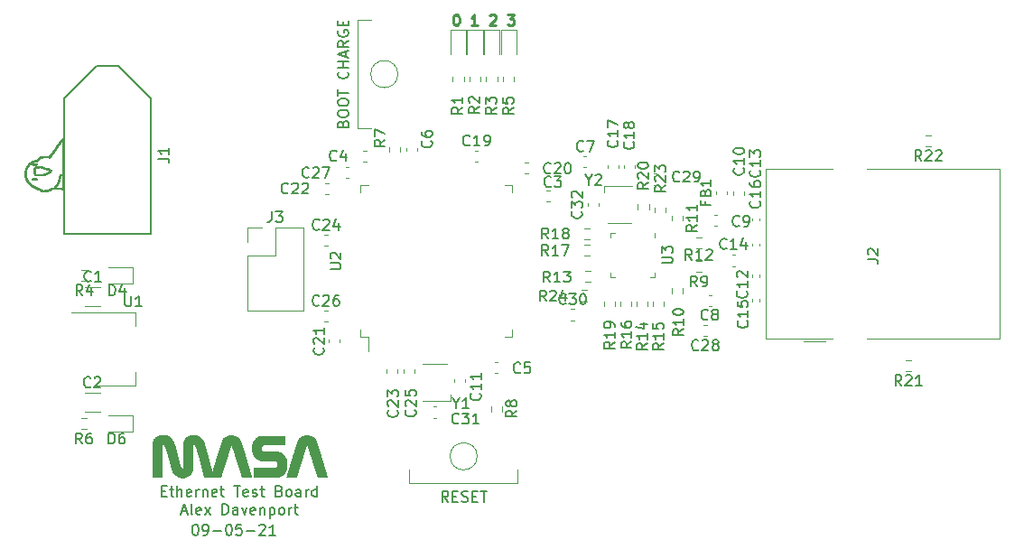
<source format=gbr>
%TF.GenerationSoftware,KiCad,Pcbnew,(5.1.7)-1*%
%TF.CreationDate,2021-09-05T16:50:27-04:00*%
%TF.ProjectId,future-controller,66757475-7265-42d6-936f-6e74726f6c6c,A*%
%TF.SameCoordinates,Original*%
%TF.FileFunction,Legend,Top*%
%TF.FilePolarity,Positive*%
%FSLAX46Y46*%
G04 Gerber Fmt 4.6, Leading zero omitted, Abs format (unit mm)*
G04 Created by KiCad (PCBNEW (5.1.7)-1) date 2021-09-05 16:50:27*
%MOMM*%
%LPD*%
G01*
G04 APERTURE LIST*
%ADD10C,0.250000*%
%ADD11C,0.120000*%
%ADD12C,0.010000*%
%ADD13C,0.150000*%
G04 APERTURE END LIST*
D10*
X144827952Y-76439780D02*
X144923190Y-76439780D01*
X145018428Y-76487400D01*
X145066047Y-76535019D01*
X145113666Y-76630257D01*
X145161285Y-76820733D01*
X145161285Y-77058828D01*
X145113666Y-77249304D01*
X145066047Y-77344542D01*
X145018428Y-77392161D01*
X144923190Y-77439780D01*
X144827952Y-77439780D01*
X144732714Y-77392161D01*
X144685095Y-77344542D01*
X144637476Y-77249304D01*
X144589857Y-77058828D01*
X144589857Y-76820733D01*
X144637476Y-76630257D01*
X144685095Y-76535019D01*
X144732714Y-76487400D01*
X144827952Y-76439780D01*
X146875571Y-77439780D02*
X146304142Y-77439780D01*
X146589857Y-77439780D02*
X146589857Y-76439780D01*
X146494619Y-76582638D01*
X146399380Y-76677876D01*
X146304142Y-76725495D01*
X148018428Y-76535019D02*
X148066047Y-76487400D01*
X148161285Y-76439780D01*
X148399380Y-76439780D01*
X148494619Y-76487400D01*
X148542238Y-76535019D01*
X148589857Y-76630257D01*
X148589857Y-76725495D01*
X148542238Y-76868352D01*
X147970809Y-77439780D01*
X148589857Y-77439780D01*
X149685095Y-76439780D02*
X150304142Y-76439780D01*
X149970809Y-76820733D01*
X150113666Y-76820733D01*
X150208904Y-76868352D01*
X150256523Y-76915971D01*
X150304142Y-77011209D01*
X150304142Y-77249304D01*
X150256523Y-77344542D01*
X150208904Y-77392161D01*
X150113666Y-77439780D01*
X149827952Y-77439780D01*
X149732714Y-77392161D01*
X149685095Y-77344542D01*
D11*
%TO.C,Y2*%
X158724000Y-92538800D02*
X161334000Y-92538800D01*
X158724000Y-93078800D02*
X158724000Y-92538800D01*
X161324000Y-95958800D02*
X159044000Y-95958800D01*
%TO.C,Y1*%
X141735000Y-109211800D02*
X144015000Y-109211800D01*
X144335000Y-112091800D02*
X144335000Y-112631800D01*
X144335000Y-112631800D02*
X141725000Y-112631800D01*
D12*
%TO.C,G\u002A\u002A\u002A*%
G36*
X104393199Y-91354405D02*
G01*
X104394383Y-91326264D01*
X104396242Y-91296474D01*
X104398761Y-91265263D01*
X104401922Y-91232862D01*
X104405709Y-91199500D01*
X104410104Y-91165406D01*
X104415091Y-91130810D01*
X104416161Y-91123836D01*
X104420684Y-91096004D01*
X104425273Y-91070578D01*
X104429985Y-91047292D01*
X104434877Y-91025881D01*
X104440006Y-91006076D01*
X104445430Y-90987612D01*
X104445472Y-90987479D01*
X104447900Y-90979588D01*
X104450768Y-90970066D01*
X104453795Y-90959852D01*
X104456701Y-90949890D01*
X104458193Y-90944700D01*
X104462209Y-90930899D01*
X104466112Y-90918123D01*
X104470084Y-90905860D01*
X104474304Y-90893595D01*
X104478954Y-90880814D01*
X104484214Y-90867004D01*
X104490264Y-90851649D01*
X104495317Y-90839089D01*
X104501151Y-90824724D01*
X104506193Y-90812423D01*
X104510632Y-90801762D01*
X104514659Y-90792318D01*
X104518463Y-90783668D01*
X104522234Y-90775388D01*
X104526160Y-90767056D01*
X104530433Y-90758247D01*
X104535241Y-90748538D01*
X104540773Y-90737507D01*
X104541119Y-90736821D01*
X104565572Y-90690756D01*
X104592335Y-90644980D01*
X104621199Y-90599764D01*
X104651957Y-90555382D01*
X104684398Y-90512106D01*
X104718314Y-90470209D01*
X104753496Y-90429964D01*
X104789736Y-90391643D01*
X104826824Y-90355519D01*
X104847858Y-90336375D01*
X104879470Y-90308927D01*
X104910534Y-90283154D01*
X104940953Y-90259123D01*
X104970628Y-90236902D01*
X104999461Y-90216557D01*
X105027355Y-90198157D01*
X105054211Y-90181768D01*
X105079932Y-90167458D01*
X105104420Y-90155293D01*
X105123916Y-90146802D01*
X105129789Y-90144460D01*
X105135297Y-90142368D01*
X105140717Y-90140456D01*
X105146326Y-90138653D01*
X105152400Y-90136890D01*
X105159218Y-90135095D01*
X105167055Y-90133198D01*
X105176189Y-90131129D01*
X105186896Y-90128817D01*
X105199454Y-90126193D01*
X105214139Y-90123186D01*
X105227521Y-90120473D01*
X105241518Y-90117625D01*
X105256114Y-90114618D01*
X105270799Y-90111562D01*
X105285066Y-90108562D01*
X105298407Y-90105725D01*
X105310312Y-90103159D01*
X105320275Y-90100971D01*
X105323105Y-90100338D01*
X105340948Y-90096338D01*
X105358620Y-90092410D01*
X105375804Y-90088625D01*
X105392183Y-90085049D01*
X105407440Y-90081752D01*
X105421258Y-90078802D01*
X105433321Y-90076268D01*
X105443310Y-90074218D01*
X105448769Y-90073134D01*
X105464920Y-90069774D01*
X105478733Y-90066386D01*
X105490544Y-90062820D01*
X105500684Y-90058928D01*
X105509489Y-90054561D01*
X105517291Y-90049570D01*
X105524425Y-90043807D01*
X105531223Y-90037124D01*
X105532354Y-90035903D01*
X105535563Y-90032095D01*
X105539922Y-90026485D01*
X105545113Y-90019507D01*
X105550817Y-90011594D01*
X105556716Y-90003179D01*
X105561023Y-89996879D01*
X105567266Y-89987799D01*
X105573933Y-89978383D01*
X105580611Y-89969195D01*
X105586885Y-89960798D01*
X105592344Y-89953757D01*
X105594904Y-89950599D01*
X105610686Y-89932276D01*
X105627817Y-89913627D01*
X105645953Y-89894970D01*
X105664751Y-89876622D01*
X105683869Y-89858899D01*
X105702965Y-89842118D01*
X105721694Y-89826595D01*
X105739715Y-89812647D01*
X105756685Y-89800591D01*
X105758916Y-89799099D01*
X105767624Y-89793649D01*
X105778328Y-89787475D01*
X105790655Y-89780755D01*
X105804231Y-89773667D01*
X105818681Y-89766390D01*
X105833632Y-89759101D01*
X105848710Y-89751977D01*
X105863540Y-89745198D01*
X105877748Y-89738941D01*
X105890962Y-89733384D01*
X105902806Y-89728705D01*
X105912906Y-89725083D01*
X105917504Y-89723628D01*
X105930114Y-89720110D01*
X105944892Y-89716359D01*
X105961352Y-89712475D01*
X105979008Y-89708560D01*
X105997377Y-89704715D01*
X106015971Y-89701040D01*
X106034306Y-89697637D01*
X106051897Y-89694607D01*
X106068258Y-89692050D01*
X106071737Y-89691548D01*
X106083086Y-89690139D01*
X106096319Y-89688873D01*
X106111503Y-89687746D01*
X106128702Y-89686757D01*
X106147982Y-89685906D01*
X106169409Y-89685189D01*
X106193047Y-89684606D01*
X106218964Y-89684154D01*
X106247223Y-89683833D01*
X106277891Y-89683640D01*
X106311033Y-89683575D01*
X106346715Y-89683635D01*
X106385002Y-89683818D01*
X106385226Y-89683820D01*
X106412956Y-89684006D01*
X106438206Y-89684210D01*
X106461175Y-89684438D01*
X106482056Y-89684700D01*
X106501045Y-89685002D01*
X106518338Y-89685351D01*
X106534130Y-89685756D01*
X106548616Y-89686225D01*
X106561993Y-89686764D01*
X106574455Y-89687381D01*
X106586198Y-89688084D01*
X106597418Y-89688881D01*
X106608310Y-89689779D01*
X106619069Y-89690785D01*
X106629891Y-89691908D01*
X106640971Y-89693155D01*
X106648642Y-89694064D01*
X106658920Y-89695293D01*
X106666871Y-89696207D01*
X106672821Y-89696820D01*
X106677099Y-89697148D01*
X106680030Y-89697207D01*
X106681940Y-89697012D01*
X106683156Y-89696578D01*
X106684005Y-89695921D01*
X106684177Y-89695747D01*
X106685470Y-89694280D01*
X106688310Y-89690980D01*
X106692517Y-89686059D01*
X106697911Y-89679728D01*
X106704315Y-89672197D01*
X106711547Y-89663676D01*
X106719430Y-89654376D01*
X106727689Y-89644621D01*
X106737920Y-89632538D01*
X106749256Y-89619169D01*
X106761236Y-89605056D01*
X106773400Y-89590738D01*
X106785289Y-89576759D01*
X106796443Y-89563658D01*
X106806401Y-89551978D01*
X106807770Y-89550373D01*
X106825469Y-89529600D01*
X106841596Y-89510580D01*
X106856354Y-89493069D01*
X106869944Y-89476819D01*
X106882567Y-89461583D01*
X106894426Y-89447115D01*
X106905722Y-89433169D01*
X106916657Y-89419496D01*
X106927432Y-89405852D01*
X106938250Y-89391988D01*
X106949311Y-89377659D01*
X106954236Y-89371236D01*
X106985436Y-89330097D01*
X107016540Y-89288341D01*
X107047417Y-89246165D01*
X107077934Y-89203765D01*
X107107957Y-89161337D01*
X107137356Y-89119077D01*
X107165996Y-89077180D01*
X107193745Y-89035843D01*
X107220471Y-88995261D01*
X107246041Y-88955630D01*
X107270322Y-88917147D01*
X107293182Y-88880008D01*
X107314488Y-88844407D01*
X107334107Y-88810541D01*
X107335759Y-88807632D01*
X107357358Y-88770408D01*
X107380067Y-88733012D01*
X107404005Y-88695270D01*
X107429292Y-88657011D01*
X107456047Y-88618062D01*
X107484389Y-88578252D01*
X107514438Y-88537408D01*
X107546313Y-88495357D01*
X107580133Y-88451928D01*
X107596380Y-88431436D01*
X107628860Y-88391110D01*
X107660372Y-88352862D01*
X107691178Y-88316400D01*
X107721537Y-88281427D01*
X107751711Y-88247650D01*
X107781960Y-88214773D01*
X107812546Y-88182501D01*
X107843729Y-88150540D01*
X107854344Y-88139861D01*
X107875867Y-88118469D01*
X107895688Y-88099104D01*
X107913830Y-88081747D01*
X107930311Y-88066380D01*
X107945154Y-88052985D01*
X107958379Y-88041542D01*
X107970006Y-88032032D01*
X107980057Y-88024439D01*
X107988552Y-88018742D01*
X107991119Y-88017217D01*
X108002665Y-88012004D01*
X108015634Y-88008546D01*
X108029350Y-88006945D01*
X108043135Y-88007303D01*
X108050368Y-88008346D01*
X108059733Y-88011159D01*
X108068290Y-88015701D01*
X108075571Y-88021596D01*
X108081106Y-88028467D01*
X108084332Y-88035601D01*
X108085345Y-88039890D01*
X108086282Y-88045447D01*
X108087149Y-88052391D01*
X108087951Y-88060839D01*
X108088694Y-88070911D01*
X108089384Y-88082725D01*
X108090027Y-88096399D01*
X108090627Y-88112052D01*
X108091192Y-88129803D01*
X108091726Y-88149770D01*
X108092234Y-88172071D01*
X108092724Y-88196825D01*
X108093135Y-88220215D01*
X108093243Y-88228020D01*
X108093350Y-88238454D01*
X108093457Y-88251475D01*
X108093563Y-88267039D01*
X108093668Y-88285102D01*
X108093773Y-88305621D01*
X108093877Y-88328551D01*
X108093980Y-88353850D01*
X108094082Y-88381474D01*
X108094183Y-88411379D01*
X108094283Y-88443522D01*
X108094382Y-88477858D01*
X108094480Y-88514345D01*
X108094577Y-88552939D01*
X108094673Y-88593596D01*
X108094767Y-88636272D01*
X108094860Y-88680924D01*
X108094952Y-88727509D01*
X108095042Y-88775982D01*
X108095131Y-88826300D01*
X108095218Y-88878420D01*
X108095304Y-88932297D01*
X108095388Y-88987889D01*
X108095470Y-89045152D01*
X108095551Y-89104041D01*
X108095630Y-89164514D01*
X108095707Y-89226526D01*
X108095782Y-89290035D01*
X108095856Y-89354997D01*
X108095927Y-89421367D01*
X108095996Y-89489103D01*
X108096063Y-89558160D01*
X108096128Y-89628495D01*
X108096191Y-89700065D01*
X108096252Y-89772826D01*
X108096310Y-89846735D01*
X108096366Y-89921746D01*
X108096420Y-89997818D01*
X108096471Y-90074907D01*
X108096519Y-90152968D01*
X108096565Y-90231959D01*
X108096609Y-90311835D01*
X108096650Y-90392553D01*
X108096688Y-90474069D01*
X108096723Y-90556341D01*
X108096756Y-90639323D01*
X108096785Y-90722973D01*
X108096812Y-90807247D01*
X108096836Y-90892101D01*
X108096857Y-90977492D01*
X108096874Y-91063377D01*
X108096889Y-91149710D01*
X108096900Y-91236450D01*
X108096908Y-91323552D01*
X108096913Y-91403236D01*
X108096915Y-91476779D01*
X108096917Y-91547695D01*
X108096918Y-91616031D01*
X108096918Y-91681832D01*
X108096917Y-91745146D01*
X108096915Y-91806020D01*
X108096912Y-91864499D01*
X108096908Y-91920632D01*
X108096903Y-91974463D01*
X108096896Y-92026040D01*
X108096888Y-92075409D01*
X108096878Y-92122618D01*
X108096867Y-92167712D01*
X108096854Y-92210738D01*
X108096840Y-92251743D01*
X108096824Y-92290773D01*
X108096806Y-92327876D01*
X108096786Y-92363097D01*
X108096765Y-92396483D01*
X108096741Y-92428081D01*
X108096716Y-92457938D01*
X108096688Y-92486100D01*
X108096658Y-92512613D01*
X108096626Y-92537524D01*
X108096592Y-92560881D01*
X108096555Y-92582729D01*
X108096516Y-92603115D01*
X108096475Y-92622085D01*
X108096431Y-92639687D01*
X108096384Y-92655967D01*
X108096335Y-92670972D01*
X108096283Y-92684747D01*
X108096228Y-92697341D01*
X108096170Y-92708798D01*
X108096110Y-92719167D01*
X108096046Y-92728493D01*
X108095980Y-92736823D01*
X108095910Y-92744204D01*
X108095837Y-92750682D01*
X108095761Y-92756305D01*
X108095681Y-92761118D01*
X108095598Y-92765168D01*
X108095512Y-92768501D01*
X108095422Y-92771166D01*
X108095328Y-92773207D01*
X108095231Y-92774672D01*
X108095130Y-92775607D01*
X108095026Y-92776059D01*
X108095005Y-92776095D01*
X108093419Y-92779480D01*
X108093042Y-92781809D01*
X108092286Y-92783883D01*
X108089933Y-92787183D01*
X108085855Y-92791862D01*
X108079923Y-92798075D01*
X108077334Y-92800692D01*
X108069306Y-92808523D01*
X108062531Y-92814511D01*
X108056574Y-92818890D01*
X108051001Y-92821893D01*
X108045380Y-92823751D01*
X108039277Y-92824699D01*
X108032257Y-92824968D01*
X108032120Y-92824968D01*
X108028159Y-92824816D01*
X108021887Y-92824380D01*
X108013651Y-92823692D01*
X108003796Y-92822787D01*
X107992666Y-92821695D01*
X107980608Y-92820449D01*
X107967965Y-92819082D01*
X107960478Y-92818243D01*
X107920816Y-92813812D01*
X107883488Y-92809792D01*
X107848189Y-92806157D01*
X107814617Y-92802886D01*
X107782467Y-92799953D01*
X107751434Y-92797335D01*
X107721215Y-92795009D01*
X107691506Y-92792951D01*
X107662003Y-92791136D01*
X107632401Y-92789542D01*
X107602396Y-92788145D01*
X107571684Y-92786920D01*
X107548948Y-92786131D01*
X107538599Y-92785843D01*
X107525819Y-92785571D01*
X107510846Y-92785315D01*
X107493923Y-92785077D01*
X107475290Y-92784857D01*
X107455189Y-92784656D01*
X107433860Y-92784475D01*
X107411544Y-92784315D01*
X107388483Y-92784176D01*
X107364917Y-92784060D01*
X107341087Y-92783967D01*
X107317234Y-92783898D01*
X107293600Y-92783854D01*
X107270425Y-92783836D01*
X107247950Y-92783845D01*
X107226416Y-92783880D01*
X107206065Y-92783944D01*
X107187137Y-92784037D01*
X107169873Y-92784160D01*
X107154515Y-92784314D01*
X107141302Y-92784499D01*
X107131184Y-92784699D01*
X107107842Y-92785324D01*
X107086961Y-92786046D01*
X107068329Y-92786888D01*
X107051736Y-92787876D01*
X107036970Y-92789034D01*
X107023818Y-92790387D01*
X107012071Y-92791959D01*
X107001515Y-92793774D01*
X106991941Y-92795858D01*
X106983135Y-92798235D01*
X106974887Y-92800930D01*
X106967592Y-92803718D01*
X106961935Y-92806111D01*
X106956705Y-92808548D01*
X106951603Y-92811229D01*
X106946327Y-92814352D01*
X106940579Y-92818117D01*
X106934058Y-92822723D01*
X106926463Y-92828370D01*
X106917494Y-92835256D01*
X106906852Y-92843580D01*
X106903253Y-92846416D01*
X106884756Y-92860188D01*
X106864110Y-92874096D01*
X106841810Y-92887870D01*
X106818350Y-92901238D01*
X106794224Y-92913931D01*
X106769925Y-92925676D01*
X106745949Y-92936204D01*
X106723448Y-92945003D01*
X106718297Y-92946767D01*
X106710941Y-92949124D01*
X106701756Y-92951965D01*
X106691116Y-92955180D01*
X106679398Y-92958661D01*
X106666975Y-92962299D01*
X106654225Y-92965985D01*
X106641521Y-92969609D01*
X106629239Y-92973064D01*
X106617754Y-92976239D01*
X106607441Y-92979027D01*
X106598677Y-92981317D01*
X106596448Y-92981881D01*
X106572787Y-92987443D01*
X106546681Y-92992916D01*
X106518353Y-92998268D01*
X106488031Y-93003465D01*
X106455940Y-93008474D01*
X106422308Y-93013263D01*
X106387359Y-93017799D01*
X106351321Y-93022049D01*
X106314419Y-93025979D01*
X106276880Y-93029558D01*
X106255553Y-93031406D01*
X106224577Y-93033793D01*
X106195981Y-93035569D01*
X106174236Y-93036523D01*
X106174236Y-92894460D01*
X106197657Y-92893997D01*
X106220995Y-92893060D01*
X106243799Y-92891650D01*
X106258895Y-92890407D01*
X106264184Y-92889845D01*
X106271819Y-92888922D01*
X106281504Y-92887682D01*
X106292941Y-92886166D01*
X106305834Y-92884417D01*
X106319886Y-92882478D01*
X106334799Y-92880392D01*
X106350278Y-92878200D01*
X106366025Y-92875946D01*
X106381743Y-92873672D01*
X106397136Y-92871422D01*
X106411907Y-92869236D01*
X106425758Y-92867159D01*
X106438393Y-92865232D01*
X106449516Y-92863498D01*
X106458828Y-92862001D01*
X106466034Y-92860781D01*
X106468779Y-92860285D01*
X106491831Y-92855784D01*
X106515258Y-92850851D01*
X106538781Y-92845564D01*
X106562122Y-92839997D01*
X106585002Y-92834226D01*
X106607144Y-92828328D01*
X106628267Y-92822378D01*
X106648095Y-92816453D01*
X106666348Y-92810627D01*
X106682749Y-92804978D01*
X106697018Y-92799581D01*
X106707194Y-92795279D01*
X106720719Y-92788767D01*
X106735336Y-92780901D01*
X106751196Y-92771586D01*
X106768452Y-92760728D01*
X106787258Y-92748233D01*
X106807765Y-92734006D01*
X106816525Y-92727777D01*
X106833126Y-92716065D01*
X106848056Y-92705920D01*
X106861652Y-92697144D01*
X106874255Y-92689539D01*
X106886202Y-92682909D01*
X106897832Y-92677055D01*
X106909484Y-92671781D01*
X106919963Y-92667486D01*
X106933400Y-92662489D01*
X106946836Y-92658078D01*
X106960558Y-92654204D01*
X106974852Y-92650819D01*
X106990006Y-92647874D01*
X107006304Y-92645322D01*
X107024035Y-92643114D01*
X107043483Y-92641202D01*
X107064937Y-92639537D01*
X107088681Y-92638071D01*
X107096907Y-92637631D01*
X107129473Y-92635946D01*
X107157082Y-92605128D01*
X107189316Y-92568841D01*
X107219533Y-92534185D01*
X107247787Y-92501096D01*
X107274127Y-92469510D01*
X107298605Y-92439362D01*
X107321273Y-92410590D01*
X107342182Y-92383127D01*
X107361384Y-92356912D01*
X107378929Y-92331878D01*
X107393612Y-92309897D01*
X107398257Y-92302775D01*
X107403944Y-92294072D01*
X107410244Y-92284442D01*
X107416731Y-92274537D01*
X107422976Y-92265011D01*
X107425145Y-92261706D01*
X107438898Y-92240414D01*
X107451148Y-92220668D01*
X107462142Y-92201995D01*
X107472130Y-92183923D01*
X107481359Y-92165978D01*
X107490078Y-92147686D01*
X107498535Y-92128576D01*
X107506978Y-92108174D01*
X107510859Y-92098394D01*
X107522112Y-92068453D01*
X107532597Y-92037904D01*
X107542365Y-92006528D01*
X107551467Y-91974106D01*
X107559955Y-91940419D01*
X107567879Y-91905247D01*
X107575291Y-91868372D01*
X107582242Y-91829573D01*
X107588783Y-91788633D01*
X107594965Y-91745331D01*
X107597074Y-91729426D01*
X107600131Y-91706577D01*
X107603071Y-91686069D01*
X107605959Y-91667574D01*
X107608861Y-91650766D01*
X107611841Y-91635318D01*
X107614966Y-91620903D01*
X107618302Y-91607195D01*
X107621913Y-91593865D01*
X107625865Y-91580588D01*
X107628697Y-91571679D01*
X107639231Y-91542899D01*
X107651613Y-91515800D01*
X107665994Y-91490143D01*
X107682523Y-91465689D01*
X107701353Y-91442199D01*
X107722633Y-91419436D01*
X107728476Y-91413713D01*
X107737435Y-91405436D01*
X107745201Y-91399181D01*
X107752174Y-91394823D01*
X107758757Y-91392239D01*
X107765350Y-91391303D01*
X107772354Y-91391891D01*
X107780169Y-91393879D01*
X107785928Y-91395883D01*
X107797124Y-91401317D01*
X107807180Y-91408639D01*
X107815823Y-91417483D01*
X107822779Y-91427484D01*
X107827774Y-91438275D01*
X107830535Y-91449490D01*
X107831005Y-91456142D01*
X107830152Y-91463169D01*
X107827636Y-91471947D01*
X107823573Y-91482228D01*
X107818078Y-91493766D01*
X107811266Y-91506314D01*
X107803253Y-91519624D01*
X107796687Y-91529716D01*
X107785825Y-91546229D01*
X107776535Y-91561126D01*
X107768631Y-91574806D01*
X107761929Y-91587668D01*
X107756243Y-91600110D01*
X107751387Y-91612532D01*
X107747175Y-91625333D01*
X107743423Y-91638910D01*
X107740789Y-91649884D01*
X107739121Y-91657435D01*
X107737643Y-91664661D01*
X107736291Y-91671971D01*
X107735003Y-91679779D01*
X107733715Y-91688497D01*
X107732364Y-91698535D01*
X107730886Y-91710306D01*
X107729218Y-91724222D01*
X107728762Y-91728105D01*
X107725686Y-91753592D01*
X107722675Y-91776920D01*
X107719655Y-91798598D01*
X107716552Y-91819138D01*
X107713292Y-91839050D01*
X107709877Y-91858431D01*
X107700500Y-91906164D01*
X107689919Y-91953108D01*
X107678207Y-91999041D01*
X107665435Y-92043739D01*
X107651675Y-92086978D01*
X107636997Y-92128535D01*
X107621474Y-92168186D01*
X107605178Y-92205709D01*
X107588178Y-92240879D01*
X107586299Y-92244535D01*
X107579531Y-92257469D01*
X107573431Y-92268734D01*
X107567589Y-92279022D01*
X107561598Y-92289026D01*
X107555047Y-92299436D01*
X107547527Y-92310945D01*
X107543102Y-92317588D01*
X107538120Y-92325164D01*
X107533477Y-92332468D01*
X107529453Y-92339046D01*
X107526323Y-92344441D01*
X107524364Y-92348200D01*
X107524098Y-92348811D01*
X107521722Y-92353982D01*
X107518334Y-92360231D01*
X107513821Y-92367736D01*
X107508070Y-92376670D01*
X107500970Y-92387209D01*
X107492408Y-92399528D01*
X107484529Y-92410645D01*
X107470695Y-92429855D01*
X107456474Y-92449269D01*
X107442066Y-92468627D01*
X107427673Y-92487671D01*
X107413497Y-92506141D01*
X107399737Y-92523777D01*
X107386596Y-92540321D01*
X107374275Y-92555514D01*
X107362974Y-92569094D01*
X107352896Y-92580805D01*
X107349763Y-92584336D01*
X107344405Y-92590466D01*
X107339388Y-92596466D01*
X107335125Y-92601825D01*
X107332027Y-92606029D01*
X107330931Y-92607731D01*
X107327980Y-92614063D01*
X107327125Y-92619431D01*
X107328462Y-92623933D01*
X107332082Y-92627670D01*
X107338078Y-92630742D01*
X107346545Y-92633248D01*
X107356442Y-92635117D01*
X107359458Y-92635403D01*
X107364857Y-92635718D01*
X107372351Y-92636052D01*
X107381650Y-92636396D01*
X107392465Y-92636741D01*
X107404506Y-92637076D01*
X107417484Y-92637391D01*
X107431110Y-92637678D01*
X107435316Y-92637758D01*
X107472410Y-92638556D01*
X107509655Y-92639583D01*
X107546830Y-92640823D01*
X107583711Y-92642265D01*
X107620075Y-92643895D01*
X107655699Y-92645700D01*
X107690359Y-92647667D01*
X107723832Y-92649783D01*
X107755896Y-92652034D01*
X107786327Y-92654408D01*
X107814902Y-92656891D01*
X107841398Y-92659471D01*
X107865591Y-92662133D01*
X107880219Y-92663934D01*
X107888030Y-92664748D01*
X107896777Y-92665339D01*
X107905886Y-92665701D01*
X107914786Y-92665829D01*
X107922907Y-92665716D01*
X107929676Y-92665355D01*
X107934522Y-92664742D01*
X107935490Y-92664515D01*
X107939470Y-92662669D01*
X107941136Y-92660089D01*
X107941489Y-92657343D01*
X107941836Y-92651974D01*
X107942178Y-92644031D01*
X107942515Y-92633566D01*
X107942845Y-92620627D01*
X107943170Y-92605266D01*
X107943488Y-92587532D01*
X107943800Y-92567476D01*
X107944106Y-92545148D01*
X107944405Y-92520597D01*
X107944698Y-92493875D01*
X107944984Y-92465032D01*
X107945263Y-92434117D01*
X107945535Y-92401181D01*
X107945800Y-92366273D01*
X107946058Y-92329445D01*
X107946309Y-92290747D01*
X107946551Y-92250228D01*
X107946787Y-92207938D01*
X107947014Y-92163929D01*
X107947234Y-92118250D01*
X107947445Y-92070951D01*
X107947649Y-92022082D01*
X107947844Y-91971694D01*
X107948030Y-91919837D01*
X107948208Y-91866562D01*
X107948378Y-91811917D01*
X107948538Y-91755954D01*
X107948690Y-91698723D01*
X107948833Y-91640273D01*
X107948966Y-91580656D01*
X107949090Y-91519920D01*
X107949205Y-91458118D01*
X107949310Y-91395297D01*
X107949405Y-91331510D01*
X107949491Y-91266805D01*
X107949566Y-91201234D01*
X107949632Y-91134846D01*
X107949687Y-91067692D01*
X107949732Y-90999821D01*
X107949766Y-90931285D01*
X107949790Y-90862132D01*
X107949803Y-90792414D01*
X107949805Y-90722180D01*
X107949796Y-90651481D01*
X107949776Y-90580367D01*
X107949745Y-90508888D01*
X107949702Y-90437094D01*
X107949648Y-90365036D01*
X107949582Y-90292764D01*
X107949505Y-90220327D01*
X107949415Y-90147776D01*
X107949314Y-90075162D01*
X107949200Y-90002533D01*
X107949074Y-89929942D01*
X107948936Y-89857437D01*
X107948785Y-89785070D01*
X107948669Y-89733521D01*
X107948462Y-89646469D01*
X107948247Y-89562090D01*
X107948025Y-89480385D01*
X107947795Y-89401354D01*
X107947558Y-89324996D01*
X107947314Y-89251312D01*
X107947062Y-89180301D01*
X107946803Y-89111965D01*
X107946537Y-89046301D01*
X107946263Y-88983312D01*
X107945982Y-88922996D01*
X107945694Y-88865353D01*
X107945398Y-88810384D01*
X107945095Y-88758089D01*
X107944785Y-88708468D01*
X107944467Y-88661520D01*
X107944142Y-88617246D01*
X107943809Y-88575645D01*
X107943470Y-88536718D01*
X107943123Y-88500465D01*
X107942768Y-88466885D01*
X107942406Y-88435979D01*
X107942037Y-88407746D01*
X107941660Y-88382188D01*
X107941277Y-88359303D01*
X107940885Y-88339091D01*
X107940487Y-88321553D01*
X107940081Y-88306689D01*
X107939667Y-88294499D01*
X107939247Y-88284982D01*
X107938819Y-88278139D01*
X107938383Y-88273969D01*
X107937989Y-88272506D01*
X107936565Y-88272356D01*
X107933954Y-88273682D01*
X107930062Y-88276566D01*
X107924796Y-88281088D01*
X107918064Y-88287332D01*
X107909770Y-88295378D01*
X107899824Y-88305307D01*
X107895815Y-88309364D01*
X107877487Y-88328289D01*
X107857998Y-88349008D01*
X107837705Y-88371111D01*
X107816965Y-88394190D01*
X107796136Y-88417837D01*
X107775574Y-88441645D01*
X107755637Y-88465203D01*
X107736681Y-88488105D01*
X107719063Y-88509941D01*
X107707221Y-88525015D01*
X107697016Y-88538288D01*
X107686130Y-88552651D01*
X107674692Y-88567921D01*
X107662833Y-88583915D01*
X107650682Y-88600449D01*
X107638370Y-88617339D01*
X107626027Y-88634402D01*
X107613783Y-88651454D01*
X107601768Y-88668312D01*
X107590111Y-88684793D01*
X107578943Y-88700711D01*
X107568395Y-88715885D01*
X107558595Y-88730131D01*
X107549675Y-88743264D01*
X107541764Y-88755102D01*
X107534992Y-88765460D01*
X107529489Y-88774156D01*
X107525385Y-88781005D01*
X107523679Y-88784095D01*
X107521550Y-88788033D01*
X107519179Y-88792169D01*
X107516395Y-88796764D01*
X107513030Y-88802076D01*
X107508915Y-88808367D01*
X107503880Y-88815895D01*
X107497757Y-88824920D01*
X107490376Y-88835702D01*
X107484771Y-88843852D01*
X107479255Y-88852011D01*
X107473773Y-88860386D01*
X107468686Y-88868407D01*
X107464355Y-88875501D01*
X107461141Y-88881097D01*
X107460683Y-88881952D01*
X107457927Y-88887002D01*
X107454003Y-88893924D01*
X107448882Y-88902766D01*
X107442538Y-88913572D01*
X107434944Y-88926388D01*
X107426072Y-88941259D01*
X107415895Y-88958232D01*
X107404386Y-88977352D01*
X107391519Y-88998663D01*
X107380440Y-89016973D01*
X107371282Y-89031869D01*
X107360705Y-89048674D01*
X107348877Y-89067143D01*
X107335962Y-89087029D01*
X107322126Y-89108089D01*
X107307535Y-89130077D01*
X107292355Y-89152747D01*
X107276752Y-89175855D01*
X107260891Y-89199155D01*
X107244939Y-89222402D01*
X107229060Y-89245351D01*
X107213422Y-89267757D01*
X107198190Y-89289374D01*
X107183529Y-89309957D01*
X107169606Y-89329261D01*
X107164835Y-89335810D01*
X107141017Y-89368017D01*
X107115404Y-89401900D01*
X107088132Y-89437287D01*
X107059340Y-89474008D01*
X107029163Y-89511890D01*
X106997741Y-89550763D01*
X106965210Y-89590455D01*
X106931708Y-89630796D01*
X106897372Y-89671613D01*
X106864933Y-89709709D01*
X106848436Y-89728900D01*
X106833492Y-89746122D01*
X106819976Y-89761491D01*
X106807768Y-89775122D01*
X106796745Y-89787131D01*
X106786785Y-89797635D01*
X106777766Y-89806748D01*
X106769565Y-89814587D01*
X106762060Y-89821267D01*
X106755130Y-89826904D01*
X106748651Y-89831615D01*
X106742503Y-89835514D01*
X106736562Y-89838717D01*
X106730706Y-89841342D01*
X106724814Y-89843502D01*
X106723201Y-89844020D01*
X106714076Y-89846062D01*
X106703218Y-89846983D01*
X106690458Y-89846779D01*
X106675627Y-89845447D01*
X106658556Y-89842984D01*
X106657179Y-89842754D01*
X106646896Y-89841152D01*
X106635188Y-89839550D01*
X106623227Y-89838094D01*
X106612181Y-89836931D01*
X106607716Y-89836534D01*
X106588883Y-89835114D01*
X106567692Y-89833746D01*
X106544458Y-89832440D01*
X106519497Y-89831207D01*
X106493124Y-89830057D01*
X106465654Y-89829001D01*
X106437403Y-89828049D01*
X106408686Y-89827212D01*
X106379819Y-89826500D01*
X106351116Y-89825925D01*
X106322894Y-89825496D01*
X106295467Y-89825224D01*
X106269151Y-89825121D01*
X106267584Y-89825120D01*
X106242393Y-89825215D01*
X106219446Y-89825533D01*
X106198319Y-89826112D01*
X106178589Y-89826984D01*
X106159834Y-89828187D01*
X106141629Y-89829755D01*
X106123551Y-89831723D01*
X106105177Y-89834126D01*
X106086085Y-89837001D01*
X106065850Y-89840382D01*
X106049679Y-89843269D01*
X106028435Y-89847310D01*
X106009510Y-89851271D01*
X105992556Y-89855242D01*
X105977224Y-89859314D01*
X105963166Y-89863577D01*
X105950032Y-89868122D01*
X105941521Y-89871392D01*
X105906250Y-89886918D01*
X105872311Y-89904751D01*
X105839782Y-89924835D01*
X105808738Y-89947117D01*
X105779255Y-89971544D01*
X105751410Y-89998060D01*
X105729602Y-90021610D01*
X105720343Y-90032342D01*
X105711871Y-90042508D01*
X105703840Y-90052564D01*
X105695901Y-90062969D01*
X105687708Y-90074181D01*
X105678913Y-90086658D01*
X105669168Y-90100857D01*
X105666658Y-90104559D01*
X105655010Y-90121622D01*
X105644650Y-90136473D01*
X105635507Y-90149206D01*
X105627511Y-90159911D01*
X105620592Y-90168680D01*
X105614679Y-90175607D01*
X105609702Y-90180782D01*
X105605935Y-90184041D01*
X105604056Y-90185088D01*
X105600880Y-90186317D01*
X105596276Y-90187758D01*
X105590111Y-90189443D01*
X105582251Y-90191403D01*
X105572563Y-90193668D01*
X105560915Y-90196269D01*
X105547175Y-90199238D01*
X105531208Y-90202607D01*
X105512882Y-90206404D01*
X105492064Y-90210663D01*
X105491548Y-90210768D01*
X105480487Y-90213045D01*
X105467753Y-90215712D01*
X105453574Y-90218719D01*
X105438178Y-90222014D01*
X105421795Y-90225548D01*
X105404653Y-90229268D01*
X105386982Y-90233125D01*
X105369009Y-90237068D01*
X105350964Y-90241046D01*
X105333075Y-90245008D01*
X105315572Y-90248903D01*
X105298683Y-90252681D01*
X105282637Y-90256291D01*
X105267663Y-90259682D01*
X105253989Y-90262804D01*
X105241845Y-90265605D01*
X105231459Y-90268034D01*
X105223059Y-90270042D01*
X105216876Y-90271577D01*
X105213858Y-90272380D01*
X105198227Y-90277043D01*
X105183396Y-90282050D01*
X105169092Y-90287553D01*
X105155041Y-90293702D01*
X105140970Y-90300647D01*
X105126604Y-90308538D01*
X105111671Y-90317525D01*
X105095895Y-90327759D01*
X105079003Y-90339391D01*
X105060722Y-90352570D01*
X105041032Y-90367254D01*
X105000904Y-90399035D01*
X104961371Y-90433222D01*
X104922642Y-90469573D01*
X104884932Y-90507850D01*
X104848453Y-90547810D01*
X104813417Y-90589215D01*
X104780036Y-90631822D01*
X104748523Y-90675391D01*
X104719091Y-90719682D01*
X104695189Y-90758879D01*
X104672190Y-90800658D01*
X104650813Y-90844437D01*
X104631113Y-90890046D01*
X104613144Y-90937318D01*
X104596961Y-90986087D01*
X104582618Y-91036183D01*
X104570169Y-91087441D01*
X104559670Y-91139691D01*
X104551175Y-91192767D01*
X104549210Y-91207389D01*
X104546200Y-91232347D01*
X104543782Y-91256176D01*
X104541914Y-91279537D01*
X104540558Y-91303092D01*
X104539673Y-91327503D01*
X104539218Y-91353430D01*
X104539134Y-91373158D01*
X104539706Y-91414588D01*
X104541419Y-91454051D01*
X104544330Y-91492027D01*
X104548497Y-91528994D01*
X104553979Y-91565429D01*
X104560832Y-91601811D01*
X104569116Y-91638620D01*
X104573269Y-91655231D01*
X104578058Y-91673847D01*
X104582232Y-91690066D01*
X104585846Y-91704079D01*
X104588954Y-91716077D01*
X104591614Y-91726252D01*
X104593880Y-91734793D01*
X104595808Y-91741894D01*
X104597453Y-91747743D01*
X104598872Y-91752533D01*
X104600119Y-91756455D01*
X104601251Y-91759699D01*
X104602322Y-91762457D01*
X104603389Y-91764920D01*
X104604506Y-91767278D01*
X104605730Y-91769724D01*
X104607116Y-91772447D01*
X104607669Y-91773542D01*
X104609668Y-91777787D01*
X104612421Y-91784044D01*
X104615727Y-91791827D01*
X104619382Y-91800654D01*
X104623181Y-91810039D01*
X104625938Y-91816989D01*
X104635894Y-91841320D01*
X104646316Y-91864741D01*
X104657433Y-91887682D01*
X104669475Y-91910571D01*
X104682671Y-91933839D01*
X104697251Y-91957913D01*
X104713444Y-91983225D01*
X104720644Y-91994121D01*
X104742699Y-92026223D01*
X104765980Y-92058227D01*
X104790267Y-92089885D01*
X104815339Y-92120946D01*
X104840974Y-92151162D01*
X104866954Y-92180283D01*
X104893057Y-92208060D01*
X104919062Y-92234244D01*
X104944749Y-92258586D01*
X104969897Y-92280837D01*
X104986890Y-92294895D01*
X105006505Y-92310317D01*
X105027861Y-92326527D01*
X105050569Y-92343261D01*
X105074240Y-92360250D01*
X105098485Y-92377227D01*
X105122915Y-92393925D01*
X105147142Y-92410078D01*
X105170775Y-92425417D01*
X105193427Y-92439676D01*
X105214708Y-92452588D01*
X105226853Y-92459690D01*
X105244007Y-92469359D01*
X105263430Y-92479945D01*
X105284917Y-92491354D01*
X105308264Y-92503488D01*
X105333267Y-92516250D01*
X105359719Y-92529544D01*
X105387418Y-92543273D01*
X105416158Y-92557341D01*
X105445734Y-92571650D01*
X105475943Y-92586105D01*
X105506579Y-92600607D01*
X105537439Y-92615062D01*
X105568316Y-92629371D01*
X105599008Y-92643438D01*
X105629309Y-92657168D01*
X105659014Y-92670462D01*
X105687919Y-92683224D01*
X105715820Y-92695358D01*
X105742512Y-92706766D01*
X105767790Y-92717353D01*
X105791450Y-92727021D01*
X105798353Y-92729788D01*
X105813763Y-92735883D01*
X105827072Y-92741023D01*
X105838629Y-92745326D01*
X105848781Y-92748911D01*
X105857876Y-92751895D01*
X105866263Y-92754396D01*
X105874290Y-92756533D01*
X105882304Y-92758423D01*
X105883495Y-92758686D01*
X105886431Y-92759889D01*
X105890544Y-92762510D01*
X105895930Y-92766632D01*
X105902683Y-92772336D01*
X105910897Y-92779703D01*
X105920665Y-92788815D01*
X105932083Y-92799753D01*
X105941402Y-92808830D01*
X105955819Y-92822839D01*
X105968654Y-92835026D01*
X105980138Y-92845533D01*
X105990502Y-92854503D01*
X105999977Y-92862079D01*
X106008793Y-92868405D01*
X106017181Y-92873623D01*
X106025371Y-92877878D01*
X106033594Y-92881311D01*
X106042081Y-92884066D01*
X106051062Y-92886287D01*
X106060768Y-92888116D01*
X106071428Y-92889697D01*
X106071737Y-92889738D01*
X106088781Y-92891616D01*
X106108005Y-92893028D01*
X106128957Y-92893974D01*
X106151185Y-92894452D01*
X106174236Y-92894460D01*
X106174236Y-93036523D01*
X106169541Y-93036730D01*
X106145033Y-93037273D01*
X106122235Y-93037195D01*
X106100921Y-93036492D01*
X106080868Y-93035161D01*
X106061852Y-93033199D01*
X106043651Y-93030602D01*
X106029085Y-93027978D01*
X106007770Y-93023157D01*
X105987599Y-93017259D01*
X105968273Y-93010122D01*
X105949495Y-93001583D01*
X105930967Y-92991481D01*
X105912390Y-92979653D01*
X105893466Y-92965936D01*
X105873898Y-92950169D01*
X105853832Y-92932593D01*
X105840710Y-92920817D01*
X105829080Y-92910713D01*
X105818562Y-92902044D01*
X105808772Y-92894575D01*
X105799328Y-92888072D01*
X105789850Y-92882299D01*
X105779954Y-92877021D01*
X105769258Y-92872002D01*
X105757381Y-92867007D01*
X105743940Y-92861802D01*
X105731269Y-92857133D01*
X105715714Y-92851408D01*
X105700976Y-92845798D01*
X105686361Y-92840027D01*
X105671175Y-92833817D01*
X105654722Y-92826891D01*
X105643279Y-92821985D01*
X105635852Y-92818830D01*
X105628669Y-92815866D01*
X105622357Y-92813344D01*
X105617544Y-92811518D01*
X105615874Y-92810937D01*
X105610883Y-92809148D01*
X105603853Y-92806397D01*
X105595167Y-92802848D01*
X105585212Y-92798665D01*
X105574372Y-92794013D01*
X105563033Y-92789054D01*
X105551581Y-92783953D01*
X105540399Y-92778873D01*
X105539674Y-92778539D01*
X105530751Y-92774457D01*
X105520195Y-92769666D01*
X105508822Y-92764533D01*
X105497446Y-92759425D01*
X105486883Y-92754711D01*
X105484863Y-92753814D01*
X105466439Y-92745479D01*
X105445964Y-92735928D01*
X105423698Y-92725292D01*
X105399899Y-92713701D01*
X105374828Y-92701286D01*
X105348742Y-92688180D01*
X105321900Y-92674511D01*
X105294563Y-92660413D01*
X105266988Y-92646015D01*
X105239436Y-92631449D01*
X105212164Y-92616845D01*
X105186079Y-92602689D01*
X105168322Y-92592949D01*
X105152676Y-92584284D01*
X105138878Y-92576542D01*
X105126666Y-92569567D01*
X105115775Y-92563206D01*
X105105943Y-92557305D01*
X105096907Y-92551709D01*
X105088404Y-92546266D01*
X105080170Y-92540821D01*
X105078982Y-92540021D01*
X105073119Y-92536154D01*
X105067720Y-92532748D01*
X105063335Y-92530142D01*
X105060515Y-92528672D01*
X105060266Y-92528572D01*
X105056582Y-92527227D01*
X105051945Y-92525560D01*
X105050287Y-92524969D01*
X105045741Y-92522876D01*
X105039387Y-92519236D01*
X105031470Y-92514221D01*
X105022231Y-92508000D01*
X105011915Y-92500744D01*
X105000765Y-92492622D01*
X104989023Y-92483806D01*
X104976933Y-92474464D01*
X104968174Y-92467528D01*
X104922712Y-92430318D01*
X104879761Y-92393433D01*
X104839194Y-92356752D01*
X104800886Y-92320155D01*
X104764712Y-92283518D01*
X104730546Y-92246721D01*
X104698261Y-92209642D01*
X104684158Y-92192642D01*
X104648190Y-92146773D01*
X104614794Y-92100340D01*
X104583904Y-92053212D01*
X104555453Y-92005257D01*
X104529375Y-91956346D01*
X104505603Y-91906346D01*
X104484072Y-91855127D01*
X104464714Y-91802558D01*
X104447463Y-91748508D01*
X104433563Y-91698010D01*
X104426949Y-91670193D01*
X104420711Y-91640110D01*
X104414905Y-91608152D01*
X104409588Y-91574710D01*
X104404818Y-91540172D01*
X104400650Y-91504928D01*
X104397143Y-91469369D01*
X104394353Y-91433883D01*
X104393874Y-91426631D01*
X104392928Y-91404818D01*
X104392708Y-91380666D01*
X104393199Y-91354405D01*
G37*
X104393199Y-91354405D02*
X104394383Y-91326264D01*
X104396242Y-91296474D01*
X104398761Y-91265263D01*
X104401922Y-91232862D01*
X104405709Y-91199500D01*
X104410104Y-91165406D01*
X104415091Y-91130810D01*
X104416161Y-91123836D01*
X104420684Y-91096004D01*
X104425273Y-91070578D01*
X104429985Y-91047292D01*
X104434877Y-91025881D01*
X104440006Y-91006076D01*
X104445430Y-90987612D01*
X104445472Y-90987479D01*
X104447900Y-90979588D01*
X104450768Y-90970066D01*
X104453795Y-90959852D01*
X104456701Y-90949890D01*
X104458193Y-90944700D01*
X104462209Y-90930899D01*
X104466112Y-90918123D01*
X104470084Y-90905860D01*
X104474304Y-90893595D01*
X104478954Y-90880814D01*
X104484214Y-90867004D01*
X104490264Y-90851649D01*
X104495317Y-90839089D01*
X104501151Y-90824724D01*
X104506193Y-90812423D01*
X104510632Y-90801762D01*
X104514659Y-90792318D01*
X104518463Y-90783668D01*
X104522234Y-90775388D01*
X104526160Y-90767056D01*
X104530433Y-90758247D01*
X104535241Y-90748538D01*
X104540773Y-90737507D01*
X104541119Y-90736821D01*
X104565572Y-90690756D01*
X104592335Y-90644980D01*
X104621199Y-90599764D01*
X104651957Y-90555382D01*
X104684398Y-90512106D01*
X104718314Y-90470209D01*
X104753496Y-90429964D01*
X104789736Y-90391643D01*
X104826824Y-90355519D01*
X104847858Y-90336375D01*
X104879470Y-90308927D01*
X104910534Y-90283154D01*
X104940953Y-90259123D01*
X104970628Y-90236902D01*
X104999461Y-90216557D01*
X105027355Y-90198157D01*
X105054211Y-90181768D01*
X105079932Y-90167458D01*
X105104420Y-90155293D01*
X105123916Y-90146802D01*
X105129789Y-90144460D01*
X105135297Y-90142368D01*
X105140717Y-90140456D01*
X105146326Y-90138653D01*
X105152400Y-90136890D01*
X105159218Y-90135095D01*
X105167055Y-90133198D01*
X105176189Y-90131129D01*
X105186896Y-90128817D01*
X105199454Y-90126193D01*
X105214139Y-90123186D01*
X105227521Y-90120473D01*
X105241518Y-90117625D01*
X105256114Y-90114618D01*
X105270799Y-90111562D01*
X105285066Y-90108562D01*
X105298407Y-90105725D01*
X105310312Y-90103159D01*
X105320275Y-90100971D01*
X105323105Y-90100338D01*
X105340948Y-90096338D01*
X105358620Y-90092410D01*
X105375804Y-90088625D01*
X105392183Y-90085049D01*
X105407440Y-90081752D01*
X105421258Y-90078802D01*
X105433321Y-90076268D01*
X105443310Y-90074218D01*
X105448769Y-90073134D01*
X105464920Y-90069774D01*
X105478733Y-90066386D01*
X105490544Y-90062820D01*
X105500684Y-90058928D01*
X105509489Y-90054561D01*
X105517291Y-90049570D01*
X105524425Y-90043807D01*
X105531223Y-90037124D01*
X105532354Y-90035903D01*
X105535563Y-90032095D01*
X105539922Y-90026485D01*
X105545113Y-90019507D01*
X105550817Y-90011594D01*
X105556716Y-90003179D01*
X105561023Y-89996879D01*
X105567266Y-89987799D01*
X105573933Y-89978383D01*
X105580611Y-89969195D01*
X105586885Y-89960798D01*
X105592344Y-89953757D01*
X105594904Y-89950599D01*
X105610686Y-89932276D01*
X105627817Y-89913627D01*
X105645953Y-89894970D01*
X105664751Y-89876622D01*
X105683869Y-89858899D01*
X105702965Y-89842118D01*
X105721694Y-89826595D01*
X105739715Y-89812647D01*
X105756685Y-89800591D01*
X105758916Y-89799099D01*
X105767624Y-89793649D01*
X105778328Y-89787475D01*
X105790655Y-89780755D01*
X105804231Y-89773667D01*
X105818681Y-89766390D01*
X105833632Y-89759101D01*
X105848710Y-89751977D01*
X105863540Y-89745198D01*
X105877748Y-89738941D01*
X105890962Y-89733384D01*
X105902806Y-89728705D01*
X105912906Y-89725083D01*
X105917504Y-89723628D01*
X105930114Y-89720110D01*
X105944892Y-89716359D01*
X105961352Y-89712475D01*
X105979008Y-89708560D01*
X105997377Y-89704715D01*
X106015971Y-89701040D01*
X106034306Y-89697637D01*
X106051897Y-89694607D01*
X106068258Y-89692050D01*
X106071737Y-89691548D01*
X106083086Y-89690139D01*
X106096319Y-89688873D01*
X106111503Y-89687746D01*
X106128702Y-89686757D01*
X106147982Y-89685906D01*
X106169409Y-89685189D01*
X106193047Y-89684606D01*
X106218964Y-89684154D01*
X106247223Y-89683833D01*
X106277891Y-89683640D01*
X106311033Y-89683575D01*
X106346715Y-89683635D01*
X106385002Y-89683818D01*
X106385226Y-89683820D01*
X106412956Y-89684006D01*
X106438206Y-89684210D01*
X106461175Y-89684438D01*
X106482056Y-89684700D01*
X106501045Y-89685002D01*
X106518338Y-89685351D01*
X106534130Y-89685756D01*
X106548616Y-89686225D01*
X106561993Y-89686764D01*
X106574455Y-89687381D01*
X106586198Y-89688084D01*
X106597418Y-89688881D01*
X106608310Y-89689779D01*
X106619069Y-89690785D01*
X106629891Y-89691908D01*
X106640971Y-89693155D01*
X106648642Y-89694064D01*
X106658920Y-89695293D01*
X106666871Y-89696207D01*
X106672821Y-89696820D01*
X106677099Y-89697148D01*
X106680030Y-89697207D01*
X106681940Y-89697012D01*
X106683156Y-89696578D01*
X106684005Y-89695921D01*
X106684177Y-89695747D01*
X106685470Y-89694280D01*
X106688310Y-89690980D01*
X106692517Y-89686059D01*
X106697911Y-89679728D01*
X106704315Y-89672197D01*
X106711547Y-89663676D01*
X106719430Y-89654376D01*
X106727689Y-89644621D01*
X106737920Y-89632538D01*
X106749256Y-89619169D01*
X106761236Y-89605056D01*
X106773400Y-89590738D01*
X106785289Y-89576759D01*
X106796443Y-89563658D01*
X106806401Y-89551978D01*
X106807770Y-89550373D01*
X106825469Y-89529600D01*
X106841596Y-89510580D01*
X106856354Y-89493069D01*
X106869944Y-89476819D01*
X106882567Y-89461583D01*
X106894426Y-89447115D01*
X106905722Y-89433169D01*
X106916657Y-89419496D01*
X106927432Y-89405852D01*
X106938250Y-89391988D01*
X106949311Y-89377659D01*
X106954236Y-89371236D01*
X106985436Y-89330097D01*
X107016540Y-89288341D01*
X107047417Y-89246165D01*
X107077934Y-89203765D01*
X107107957Y-89161337D01*
X107137356Y-89119077D01*
X107165996Y-89077180D01*
X107193745Y-89035843D01*
X107220471Y-88995261D01*
X107246041Y-88955630D01*
X107270322Y-88917147D01*
X107293182Y-88880008D01*
X107314488Y-88844407D01*
X107334107Y-88810541D01*
X107335759Y-88807632D01*
X107357358Y-88770408D01*
X107380067Y-88733012D01*
X107404005Y-88695270D01*
X107429292Y-88657011D01*
X107456047Y-88618062D01*
X107484389Y-88578252D01*
X107514438Y-88537408D01*
X107546313Y-88495357D01*
X107580133Y-88451928D01*
X107596380Y-88431436D01*
X107628860Y-88391110D01*
X107660372Y-88352862D01*
X107691178Y-88316400D01*
X107721537Y-88281427D01*
X107751711Y-88247650D01*
X107781960Y-88214773D01*
X107812546Y-88182501D01*
X107843729Y-88150540D01*
X107854344Y-88139861D01*
X107875867Y-88118469D01*
X107895688Y-88099104D01*
X107913830Y-88081747D01*
X107930311Y-88066380D01*
X107945154Y-88052985D01*
X107958379Y-88041542D01*
X107970006Y-88032032D01*
X107980057Y-88024439D01*
X107988552Y-88018742D01*
X107991119Y-88017217D01*
X108002665Y-88012004D01*
X108015634Y-88008546D01*
X108029350Y-88006945D01*
X108043135Y-88007303D01*
X108050368Y-88008346D01*
X108059733Y-88011159D01*
X108068290Y-88015701D01*
X108075571Y-88021596D01*
X108081106Y-88028467D01*
X108084332Y-88035601D01*
X108085345Y-88039890D01*
X108086282Y-88045447D01*
X108087149Y-88052391D01*
X108087951Y-88060839D01*
X108088694Y-88070911D01*
X108089384Y-88082725D01*
X108090027Y-88096399D01*
X108090627Y-88112052D01*
X108091192Y-88129803D01*
X108091726Y-88149770D01*
X108092234Y-88172071D01*
X108092724Y-88196825D01*
X108093135Y-88220215D01*
X108093243Y-88228020D01*
X108093350Y-88238454D01*
X108093457Y-88251475D01*
X108093563Y-88267039D01*
X108093668Y-88285102D01*
X108093773Y-88305621D01*
X108093877Y-88328551D01*
X108093980Y-88353850D01*
X108094082Y-88381474D01*
X108094183Y-88411379D01*
X108094283Y-88443522D01*
X108094382Y-88477858D01*
X108094480Y-88514345D01*
X108094577Y-88552939D01*
X108094673Y-88593596D01*
X108094767Y-88636272D01*
X108094860Y-88680924D01*
X108094952Y-88727509D01*
X108095042Y-88775982D01*
X108095131Y-88826300D01*
X108095218Y-88878420D01*
X108095304Y-88932297D01*
X108095388Y-88987889D01*
X108095470Y-89045152D01*
X108095551Y-89104041D01*
X108095630Y-89164514D01*
X108095707Y-89226526D01*
X108095782Y-89290035D01*
X108095856Y-89354997D01*
X108095927Y-89421367D01*
X108095996Y-89489103D01*
X108096063Y-89558160D01*
X108096128Y-89628495D01*
X108096191Y-89700065D01*
X108096252Y-89772826D01*
X108096310Y-89846735D01*
X108096366Y-89921746D01*
X108096420Y-89997818D01*
X108096471Y-90074907D01*
X108096519Y-90152968D01*
X108096565Y-90231959D01*
X108096609Y-90311835D01*
X108096650Y-90392553D01*
X108096688Y-90474069D01*
X108096723Y-90556341D01*
X108096756Y-90639323D01*
X108096785Y-90722973D01*
X108096812Y-90807247D01*
X108096836Y-90892101D01*
X108096857Y-90977492D01*
X108096874Y-91063377D01*
X108096889Y-91149710D01*
X108096900Y-91236450D01*
X108096908Y-91323552D01*
X108096913Y-91403236D01*
X108096915Y-91476779D01*
X108096917Y-91547695D01*
X108096918Y-91616031D01*
X108096918Y-91681832D01*
X108096917Y-91745146D01*
X108096915Y-91806020D01*
X108096912Y-91864499D01*
X108096908Y-91920632D01*
X108096903Y-91974463D01*
X108096896Y-92026040D01*
X108096888Y-92075409D01*
X108096878Y-92122618D01*
X108096867Y-92167712D01*
X108096854Y-92210738D01*
X108096840Y-92251743D01*
X108096824Y-92290773D01*
X108096806Y-92327876D01*
X108096786Y-92363097D01*
X108096765Y-92396483D01*
X108096741Y-92428081D01*
X108096716Y-92457938D01*
X108096688Y-92486100D01*
X108096658Y-92512613D01*
X108096626Y-92537524D01*
X108096592Y-92560881D01*
X108096555Y-92582729D01*
X108096516Y-92603115D01*
X108096475Y-92622085D01*
X108096431Y-92639687D01*
X108096384Y-92655967D01*
X108096335Y-92670972D01*
X108096283Y-92684747D01*
X108096228Y-92697341D01*
X108096170Y-92708798D01*
X108096110Y-92719167D01*
X108096046Y-92728493D01*
X108095980Y-92736823D01*
X108095910Y-92744204D01*
X108095837Y-92750682D01*
X108095761Y-92756305D01*
X108095681Y-92761118D01*
X108095598Y-92765168D01*
X108095512Y-92768501D01*
X108095422Y-92771166D01*
X108095328Y-92773207D01*
X108095231Y-92774672D01*
X108095130Y-92775607D01*
X108095026Y-92776059D01*
X108095005Y-92776095D01*
X108093419Y-92779480D01*
X108093042Y-92781809D01*
X108092286Y-92783883D01*
X108089933Y-92787183D01*
X108085855Y-92791862D01*
X108079923Y-92798075D01*
X108077334Y-92800692D01*
X108069306Y-92808523D01*
X108062531Y-92814511D01*
X108056574Y-92818890D01*
X108051001Y-92821893D01*
X108045380Y-92823751D01*
X108039277Y-92824699D01*
X108032257Y-92824968D01*
X108032120Y-92824968D01*
X108028159Y-92824816D01*
X108021887Y-92824380D01*
X108013651Y-92823692D01*
X108003796Y-92822787D01*
X107992666Y-92821695D01*
X107980608Y-92820449D01*
X107967965Y-92819082D01*
X107960478Y-92818243D01*
X107920816Y-92813812D01*
X107883488Y-92809792D01*
X107848189Y-92806157D01*
X107814617Y-92802886D01*
X107782467Y-92799953D01*
X107751434Y-92797335D01*
X107721215Y-92795009D01*
X107691506Y-92792951D01*
X107662003Y-92791136D01*
X107632401Y-92789542D01*
X107602396Y-92788145D01*
X107571684Y-92786920D01*
X107548948Y-92786131D01*
X107538599Y-92785843D01*
X107525819Y-92785571D01*
X107510846Y-92785315D01*
X107493923Y-92785077D01*
X107475290Y-92784857D01*
X107455189Y-92784656D01*
X107433860Y-92784475D01*
X107411544Y-92784315D01*
X107388483Y-92784176D01*
X107364917Y-92784060D01*
X107341087Y-92783967D01*
X107317234Y-92783898D01*
X107293600Y-92783854D01*
X107270425Y-92783836D01*
X107247950Y-92783845D01*
X107226416Y-92783880D01*
X107206065Y-92783944D01*
X107187137Y-92784037D01*
X107169873Y-92784160D01*
X107154515Y-92784314D01*
X107141302Y-92784499D01*
X107131184Y-92784699D01*
X107107842Y-92785324D01*
X107086961Y-92786046D01*
X107068329Y-92786888D01*
X107051736Y-92787876D01*
X107036970Y-92789034D01*
X107023818Y-92790387D01*
X107012071Y-92791959D01*
X107001515Y-92793774D01*
X106991941Y-92795858D01*
X106983135Y-92798235D01*
X106974887Y-92800930D01*
X106967592Y-92803718D01*
X106961935Y-92806111D01*
X106956705Y-92808548D01*
X106951603Y-92811229D01*
X106946327Y-92814352D01*
X106940579Y-92818117D01*
X106934058Y-92822723D01*
X106926463Y-92828370D01*
X106917494Y-92835256D01*
X106906852Y-92843580D01*
X106903253Y-92846416D01*
X106884756Y-92860188D01*
X106864110Y-92874096D01*
X106841810Y-92887870D01*
X106818350Y-92901238D01*
X106794224Y-92913931D01*
X106769925Y-92925676D01*
X106745949Y-92936204D01*
X106723448Y-92945003D01*
X106718297Y-92946767D01*
X106710941Y-92949124D01*
X106701756Y-92951965D01*
X106691116Y-92955180D01*
X106679398Y-92958661D01*
X106666975Y-92962299D01*
X106654225Y-92965985D01*
X106641521Y-92969609D01*
X106629239Y-92973064D01*
X106617754Y-92976239D01*
X106607441Y-92979027D01*
X106598677Y-92981317D01*
X106596448Y-92981881D01*
X106572787Y-92987443D01*
X106546681Y-92992916D01*
X106518353Y-92998268D01*
X106488031Y-93003465D01*
X106455940Y-93008474D01*
X106422308Y-93013263D01*
X106387359Y-93017799D01*
X106351321Y-93022049D01*
X106314419Y-93025979D01*
X106276880Y-93029558D01*
X106255553Y-93031406D01*
X106224577Y-93033793D01*
X106195981Y-93035569D01*
X106174236Y-93036523D01*
X106174236Y-92894460D01*
X106197657Y-92893997D01*
X106220995Y-92893060D01*
X106243799Y-92891650D01*
X106258895Y-92890407D01*
X106264184Y-92889845D01*
X106271819Y-92888922D01*
X106281504Y-92887682D01*
X106292941Y-92886166D01*
X106305834Y-92884417D01*
X106319886Y-92882478D01*
X106334799Y-92880392D01*
X106350278Y-92878200D01*
X106366025Y-92875946D01*
X106381743Y-92873672D01*
X106397136Y-92871422D01*
X106411907Y-92869236D01*
X106425758Y-92867159D01*
X106438393Y-92865232D01*
X106449516Y-92863498D01*
X106458828Y-92862001D01*
X106466034Y-92860781D01*
X106468779Y-92860285D01*
X106491831Y-92855784D01*
X106515258Y-92850851D01*
X106538781Y-92845564D01*
X106562122Y-92839997D01*
X106585002Y-92834226D01*
X106607144Y-92828328D01*
X106628267Y-92822378D01*
X106648095Y-92816453D01*
X106666348Y-92810627D01*
X106682749Y-92804978D01*
X106697018Y-92799581D01*
X106707194Y-92795279D01*
X106720719Y-92788767D01*
X106735336Y-92780901D01*
X106751196Y-92771586D01*
X106768452Y-92760728D01*
X106787258Y-92748233D01*
X106807765Y-92734006D01*
X106816525Y-92727777D01*
X106833126Y-92716065D01*
X106848056Y-92705920D01*
X106861652Y-92697144D01*
X106874255Y-92689539D01*
X106886202Y-92682909D01*
X106897832Y-92677055D01*
X106909484Y-92671781D01*
X106919963Y-92667486D01*
X106933400Y-92662489D01*
X106946836Y-92658078D01*
X106960558Y-92654204D01*
X106974852Y-92650819D01*
X106990006Y-92647874D01*
X107006304Y-92645322D01*
X107024035Y-92643114D01*
X107043483Y-92641202D01*
X107064937Y-92639537D01*
X107088681Y-92638071D01*
X107096907Y-92637631D01*
X107129473Y-92635946D01*
X107157082Y-92605128D01*
X107189316Y-92568841D01*
X107219533Y-92534185D01*
X107247787Y-92501096D01*
X107274127Y-92469510D01*
X107298605Y-92439362D01*
X107321273Y-92410590D01*
X107342182Y-92383127D01*
X107361384Y-92356912D01*
X107378929Y-92331878D01*
X107393612Y-92309897D01*
X107398257Y-92302775D01*
X107403944Y-92294072D01*
X107410244Y-92284442D01*
X107416731Y-92274537D01*
X107422976Y-92265011D01*
X107425145Y-92261706D01*
X107438898Y-92240414D01*
X107451148Y-92220668D01*
X107462142Y-92201995D01*
X107472130Y-92183923D01*
X107481359Y-92165978D01*
X107490078Y-92147686D01*
X107498535Y-92128576D01*
X107506978Y-92108174D01*
X107510859Y-92098394D01*
X107522112Y-92068453D01*
X107532597Y-92037904D01*
X107542365Y-92006528D01*
X107551467Y-91974106D01*
X107559955Y-91940419D01*
X107567879Y-91905247D01*
X107575291Y-91868372D01*
X107582242Y-91829573D01*
X107588783Y-91788633D01*
X107594965Y-91745331D01*
X107597074Y-91729426D01*
X107600131Y-91706577D01*
X107603071Y-91686069D01*
X107605959Y-91667574D01*
X107608861Y-91650766D01*
X107611841Y-91635318D01*
X107614966Y-91620903D01*
X107618302Y-91607195D01*
X107621913Y-91593865D01*
X107625865Y-91580588D01*
X107628697Y-91571679D01*
X107639231Y-91542899D01*
X107651613Y-91515800D01*
X107665994Y-91490143D01*
X107682523Y-91465689D01*
X107701353Y-91442199D01*
X107722633Y-91419436D01*
X107728476Y-91413713D01*
X107737435Y-91405436D01*
X107745201Y-91399181D01*
X107752174Y-91394823D01*
X107758757Y-91392239D01*
X107765350Y-91391303D01*
X107772354Y-91391891D01*
X107780169Y-91393879D01*
X107785928Y-91395883D01*
X107797124Y-91401317D01*
X107807180Y-91408639D01*
X107815823Y-91417483D01*
X107822779Y-91427484D01*
X107827774Y-91438275D01*
X107830535Y-91449490D01*
X107831005Y-91456142D01*
X107830152Y-91463169D01*
X107827636Y-91471947D01*
X107823573Y-91482228D01*
X107818078Y-91493766D01*
X107811266Y-91506314D01*
X107803253Y-91519624D01*
X107796687Y-91529716D01*
X107785825Y-91546229D01*
X107776535Y-91561126D01*
X107768631Y-91574806D01*
X107761929Y-91587668D01*
X107756243Y-91600110D01*
X107751387Y-91612532D01*
X107747175Y-91625333D01*
X107743423Y-91638910D01*
X107740789Y-91649884D01*
X107739121Y-91657435D01*
X107737643Y-91664661D01*
X107736291Y-91671971D01*
X107735003Y-91679779D01*
X107733715Y-91688497D01*
X107732364Y-91698535D01*
X107730886Y-91710306D01*
X107729218Y-91724222D01*
X107728762Y-91728105D01*
X107725686Y-91753592D01*
X107722675Y-91776920D01*
X107719655Y-91798598D01*
X107716552Y-91819138D01*
X107713292Y-91839050D01*
X107709877Y-91858431D01*
X107700500Y-91906164D01*
X107689919Y-91953108D01*
X107678207Y-91999041D01*
X107665435Y-92043739D01*
X107651675Y-92086978D01*
X107636997Y-92128535D01*
X107621474Y-92168186D01*
X107605178Y-92205709D01*
X107588178Y-92240879D01*
X107586299Y-92244535D01*
X107579531Y-92257469D01*
X107573431Y-92268734D01*
X107567589Y-92279022D01*
X107561598Y-92289026D01*
X107555047Y-92299436D01*
X107547527Y-92310945D01*
X107543102Y-92317588D01*
X107538120Y-92325164D01*
X107533477Y-92332468D01*
X107529453Y-92339046D01*
X107526323Y-92344441D01*
X107524364Y-92348200D01*
X107524098Y-92348811D01*
X107521722Y-92353982D01*
X107518334Y-92360231D01*
X107513821Y-92367736D01*
X107508070Y-92376670D01*
X107500970Y-92387209D01*
X107492408Y-92399528D01*
X107484529Y-92410645D01*
X107470695Y-92429855D01*
X107456474Y-92449269D01*
X107442066Y-92468627D01*
X107427673Y-92487671D01*
X107413497Y-92506141D01*
X107399737Y-92523777D01*
X107386596Y-92540321D01*
X107374275Y-92555514D01*
X107362974Y-92569094D01*
X107352896Y-92580805D01*
X107349763Y-92584336D01*
X107344405Y-92590466D01*
X107339388Y-92596466D01*
X107335125Y-92601825D01*
X107332027Y-92606029D01*
X107330931Y-92607731D01*
X107327980Y-92614063D01*
X107327125Y-92619431D01*
X107328462Y-92623933D01*
X107332082Y-92627670D01*
X107338078Y-92630742D01*
X107346545Y-92633248D01*
X107356442Y-92635117D01*
X107359458Y-92635403D01*
X107364857Y-92635718D01*
X107372351Y-92636052D01*
X107381650Y-92636396D01*
X107392465Y-92636741D01*
X107404506Y-92637076D01*
X107417484Y-92637391D01*
X107431110Y-92637678D01*
X107435316Y-92637758D01*
X107472410Y-92638556D01*
X107509655Y-92639583D01*
X107546830Y-92640823D01*
X107583711Y-92642265D01*
X107620075Y-92643895D01*
X107655699Y-92645700D01*
X107690359Y-92647667D01*
X107723832Y-92649783D01*
X107755896Y-92652034D01*
X107786327Y-92654408D01*
X107814902Y-92656891D01*
X107841398Y-92659471D01*
X107865591Y-92662133D01*
X107880219Y-92663934D01*
X107888030Y-92664748D01*
X107896777Y-92665339D01*
X107905886Y-92665701D01*
X107914786Y-92665829D01*
X107922907Y-92665716D01*
X107929676Y-92665355D01*
X107934522Y-92664742D01*
X107935490Y-92664515D01*
X107939470Y-92662669D01*
X107941136Y-92660089D01*
X107941489Y-92657343D01*
X107941836Y-92651974D01*
X107942178Y-92644031D01*
X107942515Y-92633566D01*
X107942845Y-92620627D01*
X107943170Y-92605266D01*
X107943488Y-92587532D01*
X107943800Y-92567476D01*
X107944106Y-92545148D01*
X107944405Y-92520597D01*
X107944698Y-92493875D01*
X107944984Y-92465032D01*
X107945263Y-92434117D01*
X107945535Y-92401181D01*
X107945800Y-92366273D01*
X107946058Y-92329445D01*
X107946309Y-92290747D01*
X107946551Y-92250228D01*
X107946787Y-92207938D01*
X107947014Y-92163929D01*
X107947234Y-92118250D01*
X107947445Y-92070951D01*
X107947649Y-92022082D01*
X107947844Y-91971694D01*
X107948030Y-91919837D01*
X107948208Y-91866562D01*
X107948378Y-91811917D01*
X107948538Y-91755954D01*
X107948690Y-91698723D01*
X107948833Y-91640273D01*
X107948966Y-91580656D01*
X107949090Y-91519920D01*
X107949205Y-91458118D01*
X107949310Y-91395297D01*
X107949405Y-91331510D01*
X107949491Y-91266805D01*
X107949566Y-91201234D01*
X107949632Y-91134846D01*
X107949687Y-91067692D01*
X107949732Y-90999821D01*
X107949766Y-90931285D01*
X107949790Y-90862132D01*
X107949803Y-90792414D01*
X107949805Y-90722180D01*
X107949796Y-90651481D01*
X107949776Y-90580367D01*
X107949745Y-90508888D01*
X107949702Y-90437094D01*
X107949648Y-90365036D01*
X107949582Y-90292764D01*
X107949505Y-90220327D01*
X107949415Y-90147776D01*
X107949314Y-90075162D01*
X107949200Y-90002533D01*
X107949074Y-89929942D01*
X107948936Y-89857437D01*
X107948785Y-89785070D01*
X107948669Y-89733521D01*
X107948462Y-89646469D01*
X107948247Y-89562090D01*
X107948025Y-89480385D01*
X107947795Y-89401354D01*
X107947558Y-89324996D01*
X107947314Y-89251312D01*
X107947062Y-89180301D01*
X107946803Y-89111965D01*
X107946537Y-89046301D01*
X107946263Y-88983312D01*
X107945982Y-88922996D01*
X107945694Y-88865353D01*
X107945398Y-88810384D01*
X107945095Y-88758089D01*
X107944785Y-88708468D01*
X107944467Y-88661520D01*
X107944142Y-88617246D01*
X107943809Y-88575645D01*
X107943470Y-88536718D01*
X107943123Y-88500465D01*
X107942768Y-88466885D01*
X107942406Y-88435979D01*
X107942037Y-88407746D01*
X107941660Y-88382188D01*
X107941277Y-88359303D01*
X107940885Y-88339091D01*
X107940487Y-88321553D01*
X107940081Y-88306689D01*
X107939667Y-88294499D01*
X107939247Y-88284982D01*
X107938819Y-88278139D01*
X107938383Y-88273969D01*
X107937989Y-88272506D01*
X107936565Y-88272356D01*
X107933954Y-88273682D01*
X107930062Y-88276566D01*
X107924796Y-88281088D01*
X107918064Y-88287332D01*
X107909770Y-88295378D01*
X107899824Y-88305307D01*
X107895815Y-88309364D01*
X107877487Y-88328289D01*
X107857998Y-88349008D01*
X107837705Y-88371111D01*
X107816965Y-88394190D01*
X107796136Y-88417837D01*
X107775574Y-88441645D01*
X107755637Y-88465203D01*
X107736681Y-88488105D01*
X107719063Y-88509941D01*
X107707221Y-88525015D01*
X107697016Y-88538288D01*
X107686130Y-88552651D01*
X107674692Y-88567921D01*
X107662833Y-88583915D01*
X107650682Y-88600449D01*
X107638370Y-88617339D01*
X107626027Y-88634402D01*
X107613783Y-88651454D01*
X107601768Y-88668312D01*
X107590111Y-88684793D01*
X107578943Y-88700711D01*
X107568395Y-88715885D01*
X107558595Y-88730131D01*
X107549675Y-88743264D01*
X107541764Y-88755102D01*
X107534992Y-88765460D01*
X107529489Y-88774156D01*
X107525385Y-88781005D01*
X107523679Y-88784095D01*
X107521550Y-88788033D01*
X107519179Y-88792169D01*
X107516395Y-88796764D01*
X107513030Y-88802076D01*
X107508915Y-88808367D01*
X107503880Y-88815895D01*
X107497757Y-88824920D01*
X107490376Y-88835702D01*
X107484771Y-88843852D01*
X107479255Y-88852011D01*
X107473773Y-88860386D01*
X107468686Y-88868407D01*
X107464355Y-88875501D01*
X107461141Y-88881097D01*
X107460683Y-88881952D01*
X107457927Y-88887002D01*
X107454003Y-88893924D01*
X107448882Y-88902766D01*
X107442538Y-88913572D01*
X107434944Y-88926388D01*
X107426072Y-88941259D01*
X107415895Y-88958232D01*
X107404386Y-88977352D01*
X107391519Y-88998663D01*
X107380440Y-89016973D01*
X107371282Y-89031869D01*
X107360705Y-89048674D01*
X107348877Y-89067143D01*
X107335962Y-89087029D01*
X107322126Y-89108089D01*
X107307535Y-89130077D01*
X107292355Y-89152747D01*
X107276752Y-89175855D01*
X107260891Y-89199155D01*
X107244939Y-89222402D01*
X107229060Y-89245351D01*
X107213422Y-89267757D01*
X107198190Y-89289374D01*
X107183529Y-89309957D01*
X107169606Y-89329261D01*
X107164835Y-89335810D01*
X107141017Y-89368017D01*
X107115404Y-89401900D01*
X107088132Y-89437287D01*
X107059340Y-89474008D01*
X107029163Y-89511890D01*
X106997741Y-89550763D01*
X106965210Y-89590455D01*
X106931708Y-89630796D01*
X106897372Y-89671613D01*
X106864933Y-89709709D01*
X106848436Y-89728900D01*
X106833492Y-89746122D01*
X106819976Y-89761491D01*
X106807768Y-89775122D01*
X106796745Y-89787131D01*
X106786785Y-89797635D01*
X106777766Y-89806748D01*
X106769565Y-89814587D01*
X106762060Y-89821267D01*
X106755130Y-89826904D01*
X106748651Y-89831615D01*
X106742503Y-89835514D01*
X106736562Y-89838717D01*
X106730706Y-89841342D01*
X106724814Y-89843502D01*
X106723201Y-89844020D01*
X106714076Y-89846062D01*
X106703218Y-89846983D01*
X106690458Y-89846779D01*
X106675627Y-89845447D01*
X106658556Y-89842984D01*
X106657179Y-89842754D01*
X106646896Y-89841152D01*
X106635188Y-89839550D01*
X106623227Y-89838094D01*
X106612181Y-89836931D01*
X106607716Y-89836534D01*
X106588883Y-89835114D01*
X106567692Y-89833746D01*
X106544458Y-89832440D01*
X106519497Y-89831207D01*
X106493124Y-89830057D01*
X106465654Y-89829001D01*
X106437403Y-89828049D01*
X106408686Y-89827212D01*
X106379819Y-89826500D01*
X106351116Y-89825925D01*
X106322894Y-89825496D01*
X106295467Y-89825224D01*
X106269151Y-89825121D01*
X106267584Y-89825120D01*
X106242393Y-89825215D01*
X106219446Y-89825533D01*
X106198319Y-89826112D01*
X106178589Y-89826984D01*
X106159834Y-89828187D01*
X106141629Y-89829755D01*
X106123551Y-89831723D01*
X106105177Y-89834126D01*
X106086085Y-89837001D01*
X106065850Y-89840382D01*
X106049679Y-89843269D01*
X106028435Y-89847310D01*
X106009510Y-89851271D01*
X105992556Y-89855242D01*
X105977224Y-89859314D01*
X105963166Y-89863577D01*
X105950032Y-89868122D01*
X105941521Y-89871392D01*
X105906250Y-89886918D01*
X105872311Y-89904751D01*
X105839782Y-89924835D01*
X105808738Y-89947117D01*
X105779255Y-89971544D01*
X105751410Y-89998060D01*
X105729602Y-90021610D01*
X105720343Y-90032342D01*
X105711871Y-90042508D01*
X105703840Y-90052564D01*
X105695901Y-90062969D01*
X105687708Y-90074181D01*
X105678913Y-90086658D01*
X105669168Y-90100857D01*
X105666658Y-90104559D01*
X105655010Y-90121622D01*
X105644650Y-90136473D01*
X105635507Y-90149206D01*
X105627511Y-90159911D01*
X105620592Y-90168680D01*
X105614679Y-90175607D01*
X105609702Y-90180782D01*
X105605935Y-90184041D01*
X105604056Y-90185088D01*
X105600880Y-90186317D01*
X105596276Y-90187758D01*
X105590111Y-90189443D01*
X105582251Y-90191403D01*
X105572563Y-90193668D01*
X105560915Y-90196269D01*
X105547175Y-90199238D01*
X105531208Y-90202607D01*
X105512882Y-90206404D01*
X105492064Y-90210663D01*
X105491548Y-90210768D01*
X105480487Y-90213045D01*
X105467753Y-90215712D01*
X105453574Y-90218719D01*
X105438178Y-90222014D01*
X105421795Y-90225548D01*
X105404653Y-90229268D01*
X105386982Y-90233125D01*
X105369009Y-90237068D01*
X105350964Y-90241046D01*
X105333075Y-90245008D01*
X105315572Y-90248903D01*
X105298683Y-90252681D01*
X105282637Y-90256291D01*
X105267663Y-90259682D01*
X105253989Y-90262804D01*
X105241845Y-90265605D01*
X105231459Y-90268034D01*
X105223059Y-90270042D01*
X105216876Y-90271577D01*
X105213858Y-90272380D01*
X105198227Y-90277043D01*
X105183396Y-90282050D01*
X105169092Y-90287553D01*
X105155041Y-90293702D01*
X105140970Y-90300647D01*
X105126604Y-90308538D01*
X105111671Y-90317525D01*
X105095895Y-90327759D01*
X105079003Y-90339391D01*
X105060722Y-90352570D01*
X105041032Y-90367254D01*
X105000904Y-90399035D01*
X104961371Y-90433222D01*
X104922642Y-90469573D01*
X104884932Y-90507850D01*
X104848453Y-90547810D01*
X104813417Y-90589215D01*
X104780036Y-90631822D01*
X104748523Y-90675391D01*
X104719091Y-90719682D01*
X104695189Y-90758879D01*
X104672190Y-90800658D01*
X104650813Y-90844437D01*
X104631113Y-90890046D01*
X104613144Y-90937318D01*
X104596961Y-90986087D01*
X104582618Y-91036183D01*
X104570169Y-91087441D01*
X104559670Y-91139691D01*
X104551175Y-91192767D01*
X104549210Y-91207389D01*
X104546200Y-91232347D01*
X104543782Y-91256176D01*
X104541914Y-91279537D01*
X104540558Y-91303092D01*
X104539673Y-91327503D01*
X104539218Y-91353430D01*
X104539134Y-91373158D01*
X104539706Y-91414588D01*
X104541419Y-91454051D01*
X104544330Y-91492027D01*
X104548497Y-91528994D01*
X104553979Y-91565429D01*
X104560832Y-91601811D01*
X104569116Y-91638620D01*
X104573269Y-91655231D01*
X104578058Y-91673847D01*
X104582232Y-91690066D01*
X104585846Y-91704079D01*
X104588954Y-91716077D01*
X104591614Y-91726252D01*
X104593880Y-91734793D01*
X104595808Y-91741894D01*
X104597453Y-91747743D01*
X104598872Y-91752533D01*
X104600119Y-91756455D01*
X104601251Y-91759699D01*
X104602322Y-91762457D01*
X104603389Y-91764920D01*
X104604506Y-91767278D01*
X104605730Y-91769724D01*
X104607116Y-91772447D01*
X104607669Y-91773542D01*
X104609668Y-91777787D01*
X104612421Y-91784044D01*
X104615727Y-91791827D01*
X104619382Y-91800654D01*
X104623181Y-91810039D01*
X104625938Y-91816989D01*
X104635894Y-91841320D01*
X104646316Y-91864741D01*
X104657433Y-91887682D01*
X104669475Y-91910571D01*
X104682671Y-91933839D01*
X104697251Y-91957913D01*
X104713444Y-91983225D01*
X104720644Y-91994121D01*
X104742699Y-92026223D01*
X104765980Y-92058227D01*
X104790267Y-92089885D01*
X104815339Y-92120946D01*
X104840974Y-92151162D01*
X104866954Y-92180283D01*
X104893057Y-92208060D01*
X104919062Y-92234244D01*
X104944749Y-92258586D01*
X104969897Y-92280837D01*
X104986890Y-92294895D01*
X105006505Y-92310317D01*
X105027861Y-92326527D01*
X105050569Y-92343261D01*
X105074240Y-92360250D01*
X105098485Y-92377227D01*
X105122915Y-92393925D01*
X105147142Y-92410078D01*
X105170775Y-92425417D01*
X105193427Y-92439676D01*
X105214708Y-92452588D01*
X105226853Y-92459690D01*
X105244007Y-92469359D01*
X105263430Y-92479945D01*
X105284917Y-92491354D01*
X105308264Y-92503488D01*
X105333267Y-92516250D01*
X105359719Y-92529544D01*
X105387418Y-92543273D01*
X105416158Y-92557341D01*
X105445734Y-92571650D01*
X105475943Y-92586105D01*
X105506579Y-92600607D01*
X105537439Y-92615062D01*
X105568316Y-92629371D01*
X105599008Y-92643438D01*
X105629309Y-92657168D01*
X105659014Y-92670462D01*
X105687919Y-92683224D01*
X105715820Y-92695358D01*
X105742512Y-92706766D01*
X105767790Y-92717353D01*
X105791450Y-92727021D01*
X105798353Y-92729788D01*
X105813763Y-92735883D01*
X105827072Y-92741023D01*
X105838629Y-92745326D01*
X105848781Y-92748911D01*
X105857876Y-92751895D01*
X105866263Y-92754396D01*
X105874290Y-92756533D01*
X105882304Y-92758423D01*
X105883495Y-92758686D01*
X105886431Y-92759889D01*
X105890544Y-92762510D01*
X105895930Y-92766632D01*
X105902683Y-92772336D01*
X105910897Y-92779703D01*
X105920665Y-92788815D01*
X105932083Y-92799753D01*
X105941402Y-92808830D01*
X105955819Y-92822839D01*
X105968654Y-92835026D01*
X105980138Y-92845533D01*
X105990502Y-92854503D01*
X105999977Y-92862079D01*
X106008793Y-92868405D01*
X106017181Y-92873623D01*
X106025371Y-92877878D01*
X106033594Y-92881311D01*
X106042081Y-92884066D01*
X106051062Y-92886287D01*
X106060768Y-92888116D01*
X106071428Y-92889697D01*
X106071737Y-92889738D01*
X106088781Y-92891616D01*
X106108005Y-92893028D01*
X106128957Y-92893974D01*
X106151185Y-92894452D01*
X106174236Y-92894460D01*
X106174236Y-93036523D01*
X106169541Y-93036730D01*
X106145033Y-93037273D01*
X106122235Y-93037195D01*
X106100921Y-93036492D01*
X106080868Y-93035161D01*
X106061852Y-93033199D01*
X106043651Y-93030602D01*
X106029085Y-93027978D01*
X106007770Y-93023157D01*
X105987599Y-93017259D01*
X105968273Y-93010122D01*
X105949495Y-93001583D01*
X105930967Y-92991481D01*
X105912390Y-92979653D01*
X105893466Y-92965936D01*
X105873898Y-92950169D01*
X105853832Y-92932593D01*
X105840710Y-92920817D01*
X105829080Y-92910713D01*
X105818562Y-92902044D01*
X105808772Y-92894575D01*
X105799328Y-92888072D01*
X105789850Y-92882299D01*
X105779954Y-92877021D01*
X105769258Y-92872002D01*
X105757381Y-92867007D01*
X105743940Y-92861802D01*
X105731269Y-92857133D01*
X105715714Y-92851408D01*
X105700976Y-92845798D01*
X105686361Y-92840027D01*
X105671175Y-92833817D01*
X105654722Y-92826891D01*
X105643279Y-92821985D01*
X105635852Y-92818830D01*
X105628669Y-92815866D01*
X105622357Y-92813344D01*
X105617544Y-92811518D01*
X105615874Y-92810937D01*
X105610883Y-92809148D01*
X105603853Y-92806397D01*
X105595167Y-92802848D01*
X105585212Y-92798665D01*
X105574372Y-92794013D01*
X105563033Y-92789054D01*
X105551581Y-92783953D01*
X105540399Y-92778873D01*
X105539674Y-92778539D01*
X105530751Y-92774457D01*
X105520195Y-92769666D01*
X105508822Y-92764533D01*
X105497446Y-92759425D01*
X105486883Y-92754711D01*
X105484863Y-92753814D01*
X105466439Y-92745479D01*
X105445964Y-92735928D01*
X105423698Y-92725292D01*
X105399899Y-92713701D01*
X105374828Y-92701286D01*
X105348742Y-92688180D01*
X105321900Y-92674511D01*
X105294563Y-92660413D01*
X105266988Y-92646015D01*
X105239436Y-92631449D01*
X105212164Y-92616845D01*
X105186079Y-92602689D01*
X105168322Y-92592949D01*
X105152676Y-92584284D01*
X105138878Y-92576542D01*
X105126666Y-92569567D01*
X105115775Y-92563206D01*
X105105943Y-92557305D01*
X105096907Y-92551709D01*
X105088404Y-92546266D01*
X105080170Y-92540821D01*
X105078982Y-92540021D01*
X105073119Y-92536154D01*
X105067720Y-92532748D01*
X105063335Y-92530142D01*
X105060515Y-92528672D01*
X105060266Y-92528572D01*
X105056582Y-92527227D01*
X105051945Y-92525560D01*
X105050287Y-92524969D01*
X105045741Y-92522876D01*
X105039387Y-92519236D01*
X105031470Y-92514221D01*
X105022231Y-92508000D01*
X105011915Y-92500744D01*
X105000765Y-92492622D01*
X104989023Y-92483806D01*
X104976933Y-92474464D01*
X104968174Y-92467528D01*
X104922712Y-92430318D01*
X104879761Y-92393433D01*
X104839194Y-92356752D01*
X104800886Y-92320155D01*
X104764712Y-92283518D01*
X104730546Y-92246721D01*
X104698261Y-92209642D01*
X104684158Y-92192642D01*
X104648190Y-92146773D01*
X104614794Y-92100340D01*
X104583904Y-92053212D01*
X104555453Y-92005257D01*
X104529375Y-91956346D01*
X104505603Y-91906346D01*
X104484072Y-91855127D01*
X104464714Y-91802558D01*
X104447463Y-91748508D01*
X104433563Y-91698010D01*
X104426949Y-91670193D01*
X104420711Y-91640110D01*
X104414905Y-91608152D01*
X104409588Y-91574710D01*
X104404818Y-91540172D01*
X104400650Y-91504928D01*
X104397143Y-91469369D01*
X104394353Y-91433883D01*
X104393874Y-91426631D01*
X104392928Y-91404818D01*
X104392708Y-91380666D01*
X104393199Y-91354405D01*
G36*
X105086647Y-90459747D02*
G01*
X105090069Y-90448426D01*
X105095913Y-90437280D01*
X105104139Y-90426403D01*
X105114710Y-90415890D01*
X105127590Y-90405835D01*
X105142740Y-90396332D01*
X105157512Y-90388695D01*
X105166314Y-90384701D01*
X105174861Y-90381236D01*
X105183410Y-90378262D01*
X105192219Y-90375747D01*
X105201547Y-90373653D01*
X105211652Y-90371947D01*
X105222791Y-90370593D01*
X105235224Y-90369555D01*
X105249208Y-90368800D01*
X105265001Y-90368290D01*
X105282862Y-90367992D01*
X105303048Y-90367870D01*
X105310405Y-90367862D01*
X105331190Y-90367915D01*
X105349558Y-90368095D01*
X105365765Y-90368436D01*
X105380069Y-90368968D01*
X105392724Y-90369726D01*
X105403986Y-90370742D01*
X105414111Y-90372047D01*
X105423356Y-90373676D01*
X105431975Y-90375659D01*
X105440225Y-90378030D01*
X105448362Y-90380821D01*
X105456642Y-90384064D01*
X105464527Y-90387441D01*
X105480011Y-90394740D01*
X105494202Y-90402339D01*
X105506880Y-90410083D01*
X105517822Y-90417816D01*
X105526806Y-90425382D01*
X105533610Y-90432627D01*
X105537702Y-90438770D01*
X105542432Y-90450540D01*
X105544697Y-90462607D01*
X105544440Y-90474585D01*
X105543717Y-90478810D01*
X105540089Y-90489596D01*
X105533897Y-90500215D01*
X105525246Y-90510579D01*
X105514244Y-90520597D01*
X105500999Y-90530179D01*
X105485618Y-90539235D01*
X105468208Y-90547674D01*
X105455402Y-90552962D01*
X105444094Y-90557069D01*
X105431832Y-90561059D01*
X105419316Y-90564736D01*
X105407246Y-90567902D01*
X105396323Y-90570363D01*
X105388363Y-90571766D01*
X105379052Y-90572827D01*
X105367643Y-90573676D01*
X105354705Y-90574301D01*
X105340808Y-90574689D01*
X105326519Y-90574830D01*
X105312408Y-90574711D01*
X105299044Y-90574320D01*
X105289684Y-90573830D01*
X105261406Y-90571530D01*
X105235562Y-90568419D01*
X105212027Y-90564456D01*
X105190676Y-90559602D01*
X105171382Y-90553816D01*
X105154021Y-90547060D01*
X105138467Y-90539292D01*
X105124594Y-90530473D01*
X105112277Y-90520562D01*
X105107148Y-90515676D01*
X105097908Y-90504895D01*
X105091275Y-90493817D01*
X105087212Y-90482537D01*
X105085682Y-90471149D01*
X105086647Y-90459747D01*
G37*
X105086647Y-90459747D02*
X105090069Y-90448426D01*
X105095913Y-90437280D01*
X105104139Y-90426403D01*
X105114710Y-90415890D01*
X105127590Y-90405835D01*
X105142740Y-90396332D01*
X105157512Y-90388695D01*
X105166314Y-90384701D01*
X105174861Y-90381236D01*
X105183410Y-90378262D01*
X105192219Y-90375747D01*
X105201547Y-90373653D01*
X105211652Y-90371947D01*
X105222791Y-90370593D01*
X105235224Y-90369555D01*
X105249208Y-90368800D01*
X105265001Y-90368290D01*
X105282862Y-90367992D01*
X105303048Y-90367870D01*
X105310405Y-90367862D01*
X105331190Y-90367915D01*
X105349558Y-90368095D01*
X105365765Y-90368436D01*
X105380069Y-90368968D01*
X105392724Y-90369726D01*
X105403986Y-90370742D01*
X105414111Y-90372047D01*
X105423356Y-90373676D01*
X105431975Y-90375659D01*
X105440225Y-90378030D01*
X105448362Y-90380821D01*
X105456642Y-90384064D01*
X105464527Y-90387441D01*
X105480011Y-90394740D01*
X105494202Y-90402339D01*
X105506880Y-90410083D01*
X105517822Y-90417816D01*
X105526806Y-90425382D01*
X105533610Y-90432627D01*
X105537702Y-90438770D01*
X105542432Y-90450540D01*
X105544697Y-90462607D01*
X105544440Y-90474585D01*
X105543717Y-90478810D01*
X105540089Y-90489596D01*
X105533897Y-90500215D01*
X105525246Y-90510579D01*
X105514244Y-90520597D01*
X105500999Y-90530179D01*
X105485618Y-90539235D01*
X105468208Y-90547674D01*
X105455402Y-90552962D01*
X105444094Y-90557069D01*
X105431832Y-90561059D01*
X105419316Y-90564736D01*
X105407246Y-90567902D01*
X105396323Y-90570363D01*
X105388363Y-90571766D01*
X105379052Y-90572827D01*
X105367643Y-90573676D01*
X105354705Y-90574301D01*
X105340808Y-90574689D01*
X105326519Y-90574830D01*
X105312408Y-90574711D01*
X105299044Y-90574320D01*
X105289684Y-90573830D01*
X105261406Y-90571530D01*
X105235562Y-90568419D01*
X105212027Y-90564456D01*
X105190676Y-90559602D01*
X105171382Y-90553816D01*
X105154021Y-90547060D01*
X105138467Y-90539292D01*
X105124594Y-90530473D01*
X105112277Y-90520562D01*
X105107148Y-90515676D01*
X105097908Y-90504895D01*
X105091275Y-90493817D01*
X105087212Y-90482537D01*
X105085682Y-90471149D01*
X105086647Y-90459747D01*
G36*
X105274441Y-90811547D02*
G01*
X105291471Y-90795292D01*
X105306947Y-90780810D01*
X105321115Y-90767902D01*
X105334225Y-90756366D01*
X105346521Y-90745999D01*
X105358252Y-90736601D01*
X105369665Y-90727970D01*
X105381006Y-90719905D01*
X105392524Y-90712203D01*
X105404464Y-90704664D01*
X105408663Y-90702102D01*
X105414745Y-90698560D01*
X105422359Y-90694345D01*
X105431207Y-90689605D01*
X105440990Y-90684486D01*
X105451406Y-90679138D01*
X105462158Y-90673708D01*
X105472945Y-90668344D01*
X105483468Y-90663193D01*
X105493427Y-90658404D01*
X105502523Y-90654123D01*
X105510456Y-90650500D01*
X105516927Y-90647681D01*
X105521637Y-90645814D01*
X105524285Y-90645048D01*
X105524300Y-90645047D01*
X105527282Y-90644822D01*
X105532719Y-90644503D01*
X105540394Y-90644099D01*
X105550090Y-90643618D01*
X105561590Y-90643070D01*
X105574676Y-90642464D01*
X105589133Y-90641809D01*
X105604743Y-90641114D01*
X105621289Y-90640389D01*
X105638554Y-90639643D01*
X105656322Y-90638885D01*
X105674375Y-90638124D01*
X105692497Y-90637369D01*
X105710470Y-90636629D01*
X105728078Y-90635914D01*
X105745103Y-90635233D01*
X105761329Y-90634595D01*
X105776539Y-90634009D01*
X105790516Y-90633484D01*
X105803043Y-90633030D01*
X105813902Y-90632655D01*
X105822878Y-90632370D01*
X105826249Y-90632273D01*
X105852056Y-90631689D01*
X105875505Y-90631467D01*
X105896896Y-90631661D01*
X105916527Y-90632322D01*
X105934696Y-90633502D01*
X105951703Y-90635254D01*
X105967845Y-90637629D01*
X105983420Y-90640681D01*
X105998729Y-90644461D01*
X106014068Y-90649021D01*
X106029737Y-90654414D01*
X106046034Y-90660691D01*
X106063258Y-90667906D01*
X106081706Y-90676110D01*
X106084717Y-90677484D01*
X106106390Y-90687393D01*
X106125850Y-90696266D01*
X106143310Y-90704195D01*
X106158980Y-90711272D01*
X106173072Y-90717587D01*
X106185798Y-90723234D01*
X106197370Y-90728302D01*
X106207999Y-90732885D01*
X106217897Y-90737074D01*
X106227275Y-90740959D01*
X106236346Y-90744634D01*
X106245320Y-90748189D01*
X106254411Y-90751716D01*
X106263828Y-90755307D01*
X106268930Y-90757232D01*
X106290358Y-90765136D01*
X106310884Y-90772365D01*
X106330911Y-90779030D01*
X106350844Y-90785247D01*
X106371085Y-90791130D01*
X106392039Y-90796792D01*
X106414109Y-90802347D01*
X106437700Y-90807910D01*
X106463214Y-90813594D01*
X106485490Y-90818349D01*
X106511060Y-90823770D01*
X106534116Y-90828773D01*
X106554776Y-90833387D01*
X106573163Y-90837644D01*
X106589395Y-90841572D01*
X106603593Y-90845204D01*
X106615878Y-90848569D01*
X106626371Y-90851699D01*
X106635191Y-90854622D01*
X106642459Y-90857371D01*
X106646579Y-90859157D01*
X106653663Y-90862192D01*
X106661579Y-90865213D01*
X106668971Y-90867716D01*
X106671311Y-90868411D01*
X106680982Y-90871667D01*
X106692143Y-90876430D01*
X106704931Y-90882767D01*
X106719478Y-90890742D01*
X106733474Y-90898946D01*
X106750225Y-90909208D01*
X106766410Y-90919504D01*
X106781753Y-90929642D01*
X106795981Y-90939432D01*
X106808819Y-90948681D01*
X106819991Y-90957198D01*
X106829224Y-90964793D01*
X106833632Y-90968745D01*
X106839431Y-90974008D01*
X106844462Y-90978033D01*
X106849252Y-90981019D01*
X106854330Y-90983161D01*
X106860223Y-90984656D01*
X106867459Y-90985703D01*
X106876567Y-90986497D01*
X106882215Y-90986875D01*
X106891902Y-90987614D01*
X106899285Y-90988515D01*
X106904731Y-90989686D01*
X106908611Y-90991236D01*
X106911292Y-90993273D01*
X106913143Y-90995905D01*
X106913190Y-90995996D01*
X106914648Y-91000025D01*
X106915089Y-91004857D01*
X106914490Y-91010981D01*
X106912829Y-91018883D01*
X106911971Y-91022236D01*
X106907657Y-91037097D01*
X106902245Y-91053435D01*
X106896041Y-91070450D01*
X106889350Y-91087344D01*
X106882475Y-91103318D01*
X106875723Y-91117572D01*
X106875261Y-91118489D01*
X106866550Y-91134624D01*
X106857132Y-91149911D01*
X106846837Y-91164510D01*
X106835493Y-91178579D01*
X106822928Y-91192279D01*
X106808972Y-91205767D01*
X106793454Y-91219205D01*
X106776201Y-91232749D01*
X106757044Y-91246561D01*
X106735810Y-91260799D01*
X106712329Y-91275623D01*
X106695126Y-91286037D01*
X106685917Y-91291549D01*
X106675186Y-91298000D01*
X106663693Y-91304934D01*
X106652196Y-91311891D01*
X106641453Y-91318414D01*
X106637234Y-91320984D01*
X106607904Y-91338297D01*
X106576055Y-91356004D01*
X106541806Y-91374044D01*
X106505273Y-91392357D01*
X106466574Y-91410885D01*
X106425825Y-91429566D01*
X106415974Y-91433968D01*
X106393569Y-91443810D01*
X106373141Y-91452493D01*
X106354312Y-91460128D01*
X106336707Y-91466826D01*
X106319949Y-91472698D01*
X106303661Y-91477854D01*
X106287467Y-91482407D01*
X106270991Y-91486466D01*
X106253856Y-91490143D01*
X106235685Y-91493549D01*
X106216103Y-91496795D01*
X106194732Y-91499991D01*
X106189379Y-91500751D01*
X106171388Y-91503254D01*
X106154846Y-91505479D01*
X106139453Y-91507449D01*
X106124911Y-91509184D01*
X106110921Y-91510708D01*
X106097186Y-91512042D01*
X106083406Y-91513207D01*
X106069284Y-91514226D01*
X106054520Y-91515121D01*
X106038816Y-91515913D01*
X106021873Y-91516625D01*
X106003394Y-91517278D01*
X105983079Y-91517894D01*
X105960631Y-91518495D01*
X105940726Y-91518984D01*
X105929643Y-91519205D01*
X105916305Y-91519395D01*
X105900939Y-91519556D01*
X105883772Y-91519687D01*
X105865030Y-91519790D01*
X105844940Y-91519866D01*
X105823727Y-91519914D01*
X105801620Y-91519936D01*
X105778843Y-91519933D01*
X105755624Y-91519905D01*
X105732188Y-91519853D01*
X105708763Y-91519777D01*
X105704303Y-91519759D01*
X105704303Y-91387606D01*
X105736287Y-91387581D01*
X105769084Y-91387307D01*
X105802469Y-91386794D01*
X105836214Y-91386055D01*
X105870095Y-91385098D01*
X105903884Y-91383937D01*
X105937356Y-91382580D01*
X105970284Y-91381040D01*
X106002442Y-91379327D01*
X106033605Y-91377452D01*
X106063546Y-91375426D01*
X106092038Y-91373259D01*
X106118857Y-91370963D01*
X106143775Y-91368549D01*
X106166566Y-91366026D01*
X106187005Y-91363407D01*
X106194726Y-91362297D01*
X106215361Y-91358884D01*
X106234067Y-91355021D01*
X106251576Y-91350502D01*
X106268624Y-91345119D01*
X106285944Y-91338666D01*
X106301005Y-91332369D01*
X106305912Y-91330442D01*
X106312403Y-91328170D01*
X106319493Y-91325871D01*
X106326198Y-91323863D01*
X106331535Y-91322463D01*
X106332121Y-91322332D01*
X106334188Y-91321895D01*
X106335923Y-91321496D01*
X106337640Y-91321001D01*
X106339656Y-91320274D01*
X106342285Y-91319180D01*
X106345843Y-91317582D01*
X106350644Y-91315344D01*
X106357004Y-91312333D01*
X106365237Y-91308410D01*
X106372526Y-91304935D01*
X106395555Y-91293872D01*
X106416831Y-91283456D01*
X106436845Y-91273425D01*
X106456088Y-91263520D01*
X106475052Y-91253481D01*
X106494226Y-91243045D01*
X106514103Y-91231954D01*
X106535172Y-91219947D01*
X106557926Y-91206763D01*
X106560803Y-91205084D01*
X106587962Y-91189089D01*
X106612728Y-91174229D01*
X106635122Y-91160489D01*
X106655167Y-91147854D01*
X106672884Y-91136310D01*
X106688294Y-91125841D01*
X106701418Y-91116434D01*
X106712278Y-91108073D01*
X106720895Y-91100743D01*
X106727291Y-91094430D01*
X106731487Y-91089119D01*
X106732916Y-91086504D01*
X106734406Y-91082171D01*
X106734464Y-91078430D01*
X106733018Y-91074150D01*
X106731975Y-91071981D01*
X106729194Y-91067774D01*
X106724618Y-91062376D01*
X106718622Y-91056158D01*
X106711582Y-91049488D01*
X106703875Y-91042735D01*
X106695877Y-91036268D01*
X106694548Y-91035248D01*
X106683382Y-91027231D01*
X106671510Y-91019679D01*
X106658767Y-91012537D01*
X106644991Y-91005749D01*
X106630019Y-90999262D01*
X106613688Y-90993019D01*
X106595836Y-90986966D01*
X106576299Y-90981047D01*
X106554915Y-90975207D01*
X106531521Y-90969392D01*
X106505953Y-90963546D01*
X106478050Y-90957613D01*
X106447648Y-90951539D01*
X106446721Y-90951359D01*
X106435929Y-90949233D01*
X106425139Y-90947051D01*
X106414876Y-90944923D01*
X106405660Y-90942958D01*
X106398015Y-90941266D01*
X106392463Y-90939958D01*
X106392362Y-90939933D01*
X106375874Y-90935612D01*
X106357353Y-90930418D01*
X106337242Y-90924492D01*
X106315980Y-90917977D01*
X106294010Y-90911015D01*
X106271772Y-90903748D01*
X106249708Y-90896318D01*
X106228258Y-90888867D01*
X106207863Y-90881538D01*
X106188965Y-90874473D01*
X106187374Y-90873863D01*
X106181576Y-90871620D01*
X106176034Y-90869435D01*
X106170514Y-90867205D01*
X106164785Y-90864829D01*
X106158614Y-90862203D01*
X106151770Y-90859225D01*
X106144019Y-90855792D01*
X106135130Y-90851803D01*
X106124870Y-90847154D01*
X106113007Y-90841743D01*
X106099309Y-90835468D01*
X106083543Y-90828226D01*
X106074062Y-90823865D01*
X106054545Y-90814915D01*
X106037209Y-90807048D01*
X106021826Y-90800187D01*
X106008168Y-90794256D01*
X105996007Y-90789178D01*
X105985113Y-90784878D01*
X105975260Y-90781278D01*
X105966218Y-90778302D01*
X105957759Y-90775875D01*
X105949655Y-90773919D01*
X105941679Y-90772359D01*
X105933600Y-90771117D01*
X105925193Y-90770118D01*
X105916227Y-90769285D01*
X105909311Y-90768746D01*
X105903046Y-90768357D01*
X105896204Y-90768080D01*
X105888593Y-90767920D01*
X105880018Y-90767881D01*
X105870288Y-90767968D01*
X105859209Y-90768185D01*
X105846589Y-90768537D01*
X105832233Y-90769028D01*
X105815948Y-90769663D01*
X105797543Y-90770446D01*
X105776823Y-90771382D01*
X105757579Y-90772285D01*
X105729661Y-90773623D01*
X105704266Y-90774866D01*
X105681249Y-90776032D01*
X105660462Y-90777138D01*
X105641757Y-90778202D01*
X105624988Y-90779241D01*
X105610007Y-90780272D01*
X105596667Y-90781313D01*
X105584821Y-90782382D01*
X105574322Y-90783496D01*
X105565023Y-90784672D01*
X105556776Y-90785928D01*
X105549435Y-90787281D01*
X105542852Y-90788748D01*
X105536880Y-90790348D01*
X105531371Y-90792097D01*
X105526180Y-90794013D01*
X105521158Y-90796113D01*
X105516158Y-90798415D01*
X105511034Y-90800937D01*
X105509595Y-90801665D01*
X105493125Y-90810655D01*
X105475583Y-90821364D01*
X105457544Y-90833404D01*
X105439580Y-90846388D01*
X105422268Y-90859927D01*
X105417771Y-90863636D01*
X105400726Y-90877858D01*
X105400684Y-90906600D01*
X105400700Y-90914411D01*
X105400767Y-90924799D01*
X105400883Y-90937665D01*
X105401046Y-90952914D01*
X105401257Y-90970448D01*
X105401513Y-90990170D01*
X105401812Y-91011983D01*
X105402154Y-91035790D01*
X105402537Y-91061495D01*
X105402960Y-91088999D01*
X105403422Y-91118206D01*
X105403920Y-91149020D01*
X105404455Y-91181342D01*
X105404678Y-91194689D01*
X105405120Y-91219812D01*
X105405569Y-91242402D01*
X105406046Y-91262600D01*
X105406574Y-91280549D01*
X105407172Y-91296389D01*
X105407863Y-91310262D01*
X105408667Y-91322308D01*
X105409606Y-91332669D01*
X105410700Y-91341487D01*
X105411972Y-91348902D01*
X105413442Y-91355055D01*
X105415132Y-91360088D01*
X105417063Y-91364143D01*
X105419255Y-91367359D01*
X105421731Y-91369879D01*
X105424512Y-91371844D01*
X105427618Y-91373395D01*
X105431071Y-91374673D01*
X105431755Y-91374892D01*
X105437824Y-91376453D01*
X105445809Y-91377901D01*
X105455774Y-91379242D01*
X105467784Y-91380478D01*
X105481901Y-91381613D01*
X105498190Y-91382649D01*
X105516714Y-91383591D01*
X105537538Y-91384440D01*
X105560725Y-91385202D01*
X105586338Y-91385878D01*
X105614442Y-91386473D01*
X105645100Y-91386990D01*
X105673358Y-91387371D01*
X105704303Y-91387606D01*
X105704303Y-91519759D01*
X105685574Y-91519679D01*
X105662849Y-91519559D01*
X105640813Y-91519417D01*
X105619694Y-91519255D01*
X105599716Y-91519073D01*
X105581108Y-91518872D01*
X105564096Y-91518652D01*
X105548905Y-91518414D01*
X105535762Y-91518160D01*
X105524894Y-91517889D01*
X105518284Y-91517672D01*
X105491183Y-91516589D01*
X105466727Y-91515492D01*
X105444889Y-91514378D01*
X105425642Y-91513245D01*
X105408958Y-91512091D01*
X105394808Y-91510915D01*
X105383166Y-91509714D01*
X105374004Y-91508487D01*
X105368507Y-91507500D01*
X105358765Y-91504962D01*
X105348204Y-91501401D01*
X105337988Y-91497248D01*
X105329344Y-91492970D01*
X105320044Y-91486809D01*
X105311701Y-91479214D01*
X105304263Y-91470053D01*
X105297676Y-91459193D01*
X105291890Y-91446501D01*
X105286851Y-91431845D01*
X105282507Y-91415093D01*
X105278806Y-91396111D01*
X105275696Y-91374768D01*
X105273124Y-91350931D01*
X105273078Y-91350431D01*
X105272178Y-91340215D01*
X105271349Y-91329873D01*
X105270587Y-91319263D01*
X105269889Y-91308239D01*
X105269251Y-91296659D01*
X105268669Y-91284377D01*
X105268141Y-91271250D01*
X105267662Y-91257133D01*
X105267230Y-91241884D01*
X105266840Y-91225357D01*
X105266490Y-91207409D01*
X105266175Y-91187895D01*
X105265892Y-91166672D01*
X105265638Y-91143595D01*
X105265409Y-91118521D01*
X105265202Y-91091306D01*
X105265013Y-91061805D01*
X105264839Y-91029874D01*
X105264725Y-91006194D01*
X105263877Y-90821710D01*
X105274441Y-90811547D01*
G37*
X105274441Y-90811547D02*
X105291471Y-90795292D01*
X105306947Y-90780810D01*
X105321115Y-90767902D01*
X105334225Y-90756366D01*
X105346521Y-90745999D01*
X105358252Y-90736601D01*
X105369665Y-90727970D01*
X105381006Y-90719905D01*
X105392524Y-90712203D01*
X105404464Y-90704664D01*
X105408663Y-90702102D01*
X105414745Y-90698560D01*
X105422359Y-90694345D01*
X105431207Y-90689605D01*
X105440990Y-90684486D01*
X105451406Y-90679138D01*
X105462158Y-90673708D01*
X105472945Y-90668344D01*
X105483468Y-90663193D01*
X105493427Y-90658404D01*
X105502523Y-90654123D01*
X105510456Y-90650500D01*
X105516927Y-90647681D01*
X105521637Y-90645814D01*
X105524285Y-90645048D01*
X105524300Y-90645047D01*
X105527282Y-90644822D01*
X105532719Y-90644503D01*
X105540394Y-90644099D01*
X105550090Y-90643618D01*
X105561590Y-90643070D01*
X105574676Y-90642464D01*
X105589133Y-90641809D01*
X105604743Y-90641114D01*
X105621289Y-90640389D01*
X105638554Y-90639643D01*
X105656322Y-90638885D01*
X105674375Y-90638124D01*
X105692497Y-90637369D01*
X105710470Y-90636629D01*
X105728078Y-90635914D01*
X105745103Y-90635233D01*
X105761329Y-90634595D01*
X105776539Y-90634009D01*
X105790516Y-90633484D01*
X105803043Y-90633030D01*
X105813902Y-90632655D01*
X105822878Y-90632370D01*
X105826249Y-90632273D01*
X105852056Y-90631689D01*
X105875505Y-90631467D01*
X105896896Y-90631661D01*
X105916527Y-90632322D01*
X105934696Y-90633502D01*
X105951703Y-90635254D01*
X105967845Y-90637629D01*
X105983420Y-90640681D01*
X105998729Y-90644461D01*
X106014068Y-90649021D01*
X106029737Y-90654414D01*
X106046034Y-90660691D01*
X106063258Y-90667906D01*
X106081706Y-90676110D01*
X106084717Y-90677484D01*
X106106390Y-90687393D01*
X106125850Y-90696266D01*
X106143310Y-90704195D01*
X106158980Y-90711272D01*
X106173072Y-90717587D01*
X106185798Y-90723234D01*
X106197370Y-90728302D01*
X106207999Y-90732885D01*
X106217897Y-90737074D01*
X106227275Y-90740959D01*
X106236346Y-90744634D01*
X106245320Y-90748189D01*
X106254411Y-90751716D01*
X106263828Y-90755307D01*
X106268930Y-90757232D01*
X106290358Y-90765136D01*
X106310884Y-90772365D01*
X106330911Y-90779030D01*
X106350844Y-90785247D01*
X106371085Y-90791130D01*
X106392039Y-90796792D01*
X106414109Y-90802347D01*
X106437700Y-90807910D01*
X106463214Y-90813594D01*
X106485490Y-90818349D01*
X106511060Y-90823770D01*
X106534116Y-90828773D01*
X106554776Y-90833387D01*
X106573163Y-90837644D01*
X106589395Y-90841572D01*
X106603593Y-90845204D01*
X106615878Y-90848569D01*
X106626371Y-90851699D01*
X106635191Y-90854622D01*
X106642459Y-90857371D01*
X106646579Y-90859157D01*
X106653663Y-90862192D01*
X106661579Y-90865213D01*
X106668971Y-90867716D01*
X106671311Y-90868411D01*
X106680982Y-90871667D01*
X106692143Y-90876430D01*
X106704931Y-90882767D01*
X106719478Y-90890742D01*
X106733474Y-90898946D01*
X106750225Y-90909208D01*
X106766410Y-90919504D01*
X106781753Y-90929642D01*
X106795981Y-90939432D01*
X106808819Y-90948681D01*
X106819991Y-90957198D01*
X106829224Y-90964793D01*
X106833632Y-90968745D01*
X106839431Y-90974008D01*
X106844462Y-90978033D01*
X106849252Y-90981019D01*
X106854330Y-90983161D01*
X106860223Y-90984656D01*
X106867459Y-90985703D01*
X106876567Y-90986497D01*
X106882215Y-90986875D01*
X106891902Y-90987614D01*
X106899285Y-90988515D01*
X106904731Y-90989686D01*
X106908611Y-90991236D01*
X106911292Y-90993273D01*
X106913143Y-90995905D01*
X106913190Y-90995996D01*
X106914648Y-91000025D01*
X106915089Y-91004857D01*
X106914490Y-91010981D01*
X106912829Y-91018883D01*
X106911971Y-91022236D01*
X106907657Y-91037097D01*
X106902245Y-91053435D01*
X106896041Y-91070450D01*
X106889350Y-91087344D01*
X106882475Y-91103318D01*
X106875723Y-91117572D01*
X106875261Y-91118489D01*
X106866550Y-91134624D01*
X106857132Y-91149911D01*
X106846837Y-91164510D01*
X106835493Y-91178579D01*
X106822928Y-91192279D01*
X106808972Y-91205767D01*
X106793454Y-91219205D01*
X106776201Y-91232749D01*
X106757044Y-91246561D01*
X106735810Y-91260799D01*
X106712329Y-91275623D01*
X106695126Y-91286037D01*
X106685917Y-91291549D01*
X106675186Y-91298000D01*
X106663693Y-91304934D01*
X106652196Y-91311891D01*
X106641453Y-91318414D01*
X106637234Y-91320984D01*
X106607904Y-91338297D01*
X106576055Y-91356004D01*
X106541806Y-91374044D01*
X106505273Y-91392357D01*
X106466574Y-91410885D01*
X106425825Y-91429566D01*
X106415974Y-91433968D01*
X106393569Y-91443810D01*
X106373141Y-91452493D01*
X106354312Y-91460128D01*
X106336707Y-91466826D01*
X106319949Y-91472698D01*
X106303661Y-91477854D01*
X106287467Y-91482407D01*
X106270991Y-91486466D01*
X106253856Y-91490143D01*
X106235685Y-91493549D01*
X106216103Y-91496795D01*
X106194732Y-91499991D01*
X106189379Y-91500751D01*
X106171388Y-91503254D01*
X106154846Y-91505479D01*
X106139453Y-91507449D01*
X106124911Y-91509184D01*
X106110921Y-91510708D01*
X106097186Y-91512042D01*
X106083406Y-91513207D01*
X106069284Y-91514226D01*
X106054520Y-91515121D01*
X106038816Y-91515913D01*
X106021873Y-91516625D01*
X106003394Y-91517278D01*
X105983079Y-91517894D01*
X105960631Y-91518495D01*
X105940726Y-91518984D01*
X105929643Y-91519205D01*
X105916305Y-91519395D01*
X105900939Y-91519556D01*
X105883772Y-91519687D01*
X105865030Y-91519790D01*
X105844940Y-91519866D01*
X105823727Y-91519914D01*
X105801620Y-91519936D01*
X105778843Y-91519933D01*
X105755624Y-91519905D01*
X105732188Y-91519853D01*
X105708763Y-91519777D01*
X105704303Y-91519759D01*
X105704303Y-91387606D01*
X105736287Y-91387581D01*
X105769084Y-91387307D01*
X105802469Y-91386794D01*
X105836214Y-91386055D01*
X105870095Y-91385098D01*
X105903884Y-91383937D01*
X105937356Y-91382580D01*
X105970284Y-91381040D01*
X106002442Y-91379327D01*
X106033605Y-91377452D01*
X106063546Y-91375426D01*
X106092038Y-91373259D01*
X106118857Y-91370963D01*
X106143775Y-91368549D01*
X106166566Y-91366026D01*
X106187005Y-91363407D01*
X106194726Y-91362297D01*
X106215361Y-91358884D01*
X106234067Y-91355021D01*
X106251576Y-91350502D01*
X106268624Y-91345119D01*
X106285944Y-91338666D01*
X106301005Y-91332369D01*
X106305912Y-91330442D01*
X106312403Y-91328170D01*
X106319493Y-91325871D01*
X106326198Y-91323863D01*
X106331535Y-91322463D01*
X106332121Y-91322332D01*
X106334188Y-91321895D01*
X106335923Y-91321496D01*
X106337640Y-91321001D01*
X106339656Y-91320274D01*
X106342285Y-91319180D01*
X106345843Y-91317582D01*
X106350644Y-91315344D01*
X106357004Y-91312333D01*
X106365237Y-91308410D01*
X106372526Y-91304935D01*
X106395555Y-91293872D01*
X106416831Y-91283456D01*
X106436845Y-91273425D01*
X106456088Y-91263520D01*
X106475052Y-91253481D01*
X106494226Y-91243045D01*
X106514103Y-91231954D01*
X106535172Y-91219947D01*
X106557926Y-91206763D01*
X106560803Y-91205084D01*
X106587962Y-91189089D01*
X106612728Y-91174229D01*
X106635122Y-91160489D01*
X106655167Y-91147854D01*
X106672884Y-91136310D01*
X106688294Y-91125841D01*
X106701418Y-91116434D01*
X106712278Y-91108073D01*
X106720895Y-91100743D01*
X106727291Y-91094430D01*
X106731487Y-91089119D01*
X106732916Y-91086504D01*
X106734406Y-91082171D01*
X106734464Y-91078430D01*
X106733018Y-91074150D01*
X106731975Y-91071981D01*
X106729194Y-91067774D01*
X106724618Y-91062376D01*
X106718622Y-91056158D01*
X106711582Y-91049488D01*
X106703875Y-91042735D01*
X106695877Y-91036268D01*
X106694548Y-91035248D01*
X106683382Y-91027231D01*
X106671510Y-91019679D01*
X106658767Y-91012537D01*
X106644991Y-91005749D01*
X106630019Y-90999262D01*
X106613688Y-90993019D01*
X106595836Y-90986966D01*
X106576299Y-90981047D01*
X106554915Y-90975207D01*
X106531521Y-90969392D01*
X106505953Y-90963546D01*
X106478050Y-90957613D01*
X106447648Y-90951539D01*
X106446721Y-90951359D01*
X106435929Y-90949233D01*
X106425139Y-90947051D01*
X106414876Y-90944923D01*
X106405660Y-90942958D01*
X106398015Y-90941266D01*
X106392463Y-90939958D01*
X106392362Y-90939933D01*
X106375874Y-90935612D01*
X106357353Y-90930418D01*
X106337242Y-90924492D01*
X106315980Y-90917977D01*
X106294010Y-90911015D01*
X106271772Y-90903748D01*
X106249708Y-90896318D01*
X106228258Y-90888867D01*
X106207863Y-90881538D01*
X106188965Y-90874473D01*
X106187374Y-90873863D01*
X106181576Y-90871620D01*
X106176034Y-90869435D01*
X106170514Y-90867205D01*
X106164785Y-90864829D01*
X106158614Y-90862203D01*
X106151770Y-90859225D01*
X106144019Y-90855792D01*
X106135130Y-90851803D01*
X106124870Y-90847154D01*
X106113007Y-90841743D01*
X106099309Y-90835468D01*
X106083543Y-90828226D01*
X106074062Y-90823865D01*
X106054545Y-90814915D01*
X106037209Y-90807048D01*
X106021826Y-90800187D01*
X106008168Y-90794256D01*
X105996007Y-90789178D01*
X105985113Y-90784878D01*
X105975260Y-90781278D01*
X105966218Y-90778302D01*
X105957759Y-90775875D01*
X105949655Y-90773919D01*
X105941679Y-90772359D01*
X105933600Y-90771117D01*
X105925193Y-90770118D01*
X105916227Y-90769285D01*
X105909311Y-90768746D01*
X105903046Y-90768357D01*
X105896204Y-90768080D01*
X105888593Y-90767920D01*
X105880018Y-90767881D01*
X105870288Y-90767968D01*
X105859209Y-90768185D01*
X105846589Y-90768537D01*
X105832233Y-90769028D01*
X105815948Y-90769663D01*
X105797543Y-90770446D01*
X105776823Y-90771382D01*
X105757579Y-90772285D01*
X105729661Y-90773623D01*
X105704266Y-90774866D01*
X105681249Y-90776032D01*
X105660462Y-90777138D01*
X105641757Y-90778202D01*
X105624988Y-90779241D01*
X105610007Y-90780272D01*
X105596667Y-90781313D01*
X105584821Y-90782382D01*
X105574322Y-90783496D01*
X105565023Y-90784672D01*
X105556776Y-90785928D01*
X105549435Y-90787281D01*
X105542852Y-90788748D01*
X105536880Y-90790348D01*
X105531371Y-90792097D01*
X105526180Y-90794013D01*
X105521158Y-90796113D01*
X105516158Y-90798415D01*
X105511034Y-90800937D01*
X105509595Y-90801665D01*
X105493125Y-90810655D01*
X105475583Y-90821364D01*
X105457544Y-90833404D01*
X105439580Y-90846388D01*
X105422268Y-90859927D01*
X105417771Y-90863636D01*
X105400726Y-90877858D01*
X105400684Y-90906600D01*
X105400700Y-90914411D01*
X105400767Y-90924799D01*
X105400883Y-90937665D01*
X105401046Y-90952914D01*
X105401257Y-90970448D01*
X105401513Y-90990170D01*
X105401812Y-91011983D01*
X105402154Y-91035790D01*
X105402537Y-91061495D01*
X105402960Y-91088999D01*
X105403422Y-91118206D01*
X105403920Y-91149020D01*
X105404455Y-91181342D01*
X105404678Y-91194689D01*
X105405120Y-91219812D01*
X105405569Y-91242402D01*
X105406046Y-91262600D01*
X105406574Y-91280549D01*
X105407172Y-91296389D01*
X105407863Y-91310262D01*
X105408667Y-91322308D01*
X105409606Y-91332669D01*
X105410700Y-91341487D01*
X105411972Y-91348902D01*
X105413442Y-91355055D01*
X105415132Y-91360088D01*
X105417063Y-91364143D01*
X105419255Y-91367359D01*
X105421731Y-91369879D01*
X105424512Y-91371844D01*
X105427618Y-91373395D01*
X105431071Y-91374673D01*
X105431755Y-91374892D01*
X105437824Y-91376453D01*
X105445809Y-91377901D01*
X105455774Y-91379242D01*
X105467784Y-91380478D01*
X105481901Y-91381613D01*
X105498190Y-91382649D01*
X105516714Y-91383591D01*
X105537538Y-91384440D01*
X105560725Y-91385202D01*
X105586338Y-91385878D01*
X105614442Y-91386473D01*
X105645100Y-91386990D01*
X105673358Y-91387371D01*
X105704303Y-91387606D01*
X105704303Y-91519759D01*
X105685574Y-91519679D01*
X105662849Y-91519559D01*
X105640813Y-91519417D01*
X105619694Y-91519255D01*
X105599716Y-91519073D01*
X105581108Y-91518872D01*
X105564096Y-91518652D01*
X105548905Y-91518414D01*
X105535762Y-91518160D01*
X105524894Y-91517889D01*
X105518284Y-91517672D01*
X105491183Y-91516589D01*
X105466727Y-91515492D01*
X105444889Y-91514378D01*
X105425642Y-91513245D01*
X105408958Y-91512091D01*
X105394808Y-91510915D01*
X105383166Y-91509714D01*
X105374004Y-91508487D01*
X105368507Y-91507500D01*
X105358765Y-91504962D01*
X105348204Y-91501401D01*
X105337988Y-91497248D01*
X105329344Y-91492970D01*
X105320044Y-91486809D01*
X105311701Y-91479214D01*
X105304263Y-91470053D01*
X105297676Y-91459193D01*
X105291890Y-91446501D01*
X105286851Y-91431845D01*
X105282507Y-91415093D01*
X105278806Y-91396111D01*
X105275696Y-91374768D01*
X105273124Y-91350931D01*
X105273078Y-91350431D01*
X105272178Y-91340215D01*
X105271349Y-91329873D01*
X105270587Y-91319263D01*
X105269889Y-91308239D01*
X105269251Y-91296659D01*
X105268669Y-91284377D01*
X105268141Y-91271250D01*
X105267662Y-91257133D01*
X105267230Y-91241884D01*
X105266840Y-91225357D01*
X105266490Y-91207409D01*
X105266175Y-91187895D01*
X105265892Y-91166672D01*
X105265638Y-91143595D01*
X105265409Y-91118521D01*
X105265202Y-91091306D01*
X105265013Y-91061805D01*
X105264839Y-91029874D01*
X105264725Y-91006194D01*
X105263877Y-90821710D01*
X105274441Y-90811547D01*
G36*
X105086039Y-91837343D02*
G01*
X105089143Y-91826092D01*
X105094686Y-91815220D01*
X105102556Y-91804800D01*
X105112641Y-91794907D01*
X105124829Y-91785614D01*
X105139008Y-91776996D01*
X105155065Y-91769126D01*
X105172889Y-91762078D01*
X105192366Y-91755927D01*
X105213386Y-91750745D01*
X105235835Y-91746607D01*
X105242226Y-91745664D01*
X105276744Y-91741955D01*
X105310737Y-91740522D01*
X105344025Y-91741351D01*
X105376429Y-91744428D01*
X105407768Y-91749739D01*
X105437863Y-91757269D01*
X105453771Y-91762335D01*
X105472298Y-91769468D01*
X105488903Y-91777425D01*
X105503445Y-91786109D01*
X105515780Y-91795423D01*
X105525765Y-91805269D01*
X105533256Y-91815551D01*
X105533989Y-91816824D01*
X105539460Y-91827393D01*
X105543109Y-91836366D01*
X105545019Y-91844024D01*
X105545273Y-91850648D01*
X105544811Y-91853630D01*
X105543112Y-91858774D01*
X105540158Y-91865347D01*
X105536331Y-91872667D01*
X105532015Y-91880049D01*
X105527592Y-91886811D01*
X105523447Y-91892269D01*
X105522582Y-91893258D01*
X105511574Y-91903631D01*
X105498173Y-91913150D01*
X105482533Y-91921771D01*
X105464809Y-91929449D01*
X105445157Y-91936141D01*
X105423731Y-91941801D01*
X105400686Y-91946386D01*
X105376177Y-91949851D01*
X105350359Y-91952152D01*
X105323387Y-91953244D01*
X105312733Y-91953333D01*
X105283666Y-91952764D01*
X105256879Y-91951055D01*
X105232213Y-91948164D01*
X105209509Y-91944049D01*
X105188608Y-91938670D01*
X105169353Y-91931984D01*
X105151584Y-91923950D01*
X105135144Y-91914526D01*
X105119873Y-91903671D01*
X105117975Y-91902159D01*
X105106502Y-91891849D01*
X105097607Y-91881438D01*
X105091195Y-91870771D01*
X105087170Y-91859690D01*
X105085487Y-91848900D01*
X105086039Y-91837343D01*
G37*
X105086039Y-91837343D02*
X105089143Y-91826092D01*
X105094686Y-91815220D01*
X105102556Y-91804800D01*
X105112641Y-91794907D01*
X105124829Y-91785614D01*
X105139008Y-91776996D01*
X105155065Y-91769126D01*
X105172889Y-91762078D01*
X105192366Y-91755927D01*
X105213386Y-91750745D01*
X105235835Y-91746607D01*
X105242226Y-91745664D01*
X105276744Y-91741955D01*
X105310737Y-91740522D01*
X105344025Y-91741351D01*
X105376429Y-91744428D01*
X105407768Y-91749739D01*
X105437863Y-91757269D01*
X105453771Y-91762335D01*
X105472298Y-91769468D01*
X105488903Y-91777425D01*
X105503445Y-91786109D01*
X105515780Y-91795423D01*
X105525765Y-91805269D01*
X105533256Y-91815551D01*
X105533989Y-91816824D01*
X105539460Y-91827393D01*
X105543109Y-91836366D01*
X105545019Y-91844024D01*
X105545273Y-91850648D01*
X105544811Y-91853630D01*
X105543112Y-91858774D01*
X105540158Y-91865347D01*
X105536331Y-91872667D01*
X105532015Y-91880049D01*
X105527592Y-91886811D01*
X105523447Y-91892269D01*
X105522582Y-91893258D01*
X105511574Y-91903631D01*
X105498173Y-91913150D01*
X105482533Y-91921771D01*
X105464809Y-91929449D01*
X105445157Y-91936141D01*
X105423731Y-91941801D01*
X105400686Y-91946386D01*
X105376177Y-91949851D01*
X105350359Y-91952152D01*
X105323387Y-91953244D01*
X105312733Y-91953333D01*
X105283666Y-91952764D01*
X105256879Y-91951055D01*
X105232213Y-91948164D01*
X105209509Y-91944049D01*
X105188608Y-91938670D01*
X105169353Y-91931984D01*
X105151584Y-91923950D01*
X105135144Y-91914526D01*
X105119873Y-91903671D01*
X105117975Y-91902159D01*
X105106502Y-91891849D01*
X105097607Y-91881438D01*
X105091195Y-91870771D01*
X105087170Y-91859690D01*
X105085487Y-91848900D01*
X105086039Y-91837343D01*
G36*
X130910702Y-115903032D02*
G01*
X130960152Y-115904488D01*
X131005298Y-115906923D01*
X131044006Y-115910333D01*
X131074144Y-115914717D01*
X131077447Y-115915385D01*
X131171564Y-115937893D01*
X131255972Y-115963783D01*
X131331700Y-115993565D01*
X131399777Y-116027746D01*
X131461231Y-116066834D01*
X131517092Y-116111337D01*
X131561454Y-116154340D01*
X131596137Y-116194657D01*
X131625912Y-116237882D01*
X131652282Y-116286685D01*
X131676751Y-116343736D01*
X131692581Y-116387179D01*
X131701961Y-116413346D01*
X131714353Y-116446469D01*
X131728041Y-116482027D01*
X131739572Y-116511176D01*
X131754220Y-116549276D01*
X131770077Y-116593167D01*
X131784917Y-116636571D01*
X131793596Y-116663582D01*
X131804974Y-116699293D01*
X131817409Y-116736593D01*
X131829287Y-116770725D01*
X131837832Y-116793938D01*
X131848144Y-116822264D01*
X131860175Y-116857566D01*
X131872220Y-116894748D01*
X131880079Y-116920273D01*
X131889664Y-116951385D01*
X131899061Y-116980309D01*
X131907146Y-117003675D01*
X131912487Y-117017429D01*
X131917776Y-117031401D01*
X131925640Y-117054756D01*
X131935214Y-117084808D01*
X131945634Y-117118872D01*
X131951529Y-117138744D01*
X131963230Y-117177996D01*
X131975691Y-117218703D01*
X131987657Y-117256836D01*
X131997876Y-117288363D01*
X132000844Y-117297200D01*
X132011982Y-117330929D01*
X132023697Y-117368035D01*
X132033951Y-117402029D01*
X132036680Y-117411500D01*
X132046264Y-117443958D01*
X132057284Y-117479269D01*
X132067515Y-117510319D01*
X132068472Y-117513100D01*
X132076895Y-117538432D01*
X132088540Y-117575031D01*
X132103166Y-117622105D01*
X132120531Y-117678863D01*
X132140394Y-117744514D01*
X132162512Y-117818267D01*
X132186644Y-117899332D01*
X132193564Y-117922675D01*
X132205117Y-117961085D01*
X132216715Y-117998596D01*
X132227403Y-118032197D01*
X132236230Y-118058879D01*
X132240817Y-118071900D01*
X132247425Y-118091130D01*
X132256583Y-118119709D01*
X132267447Y-118154900D01*
X132279172Y-118193969D01*
X132290812Y-118233825D01*
X132302285Y-118273604D01*
X132313712Y-118313028D01*
X132325398Y-118353110D01*
X132337644Y-118394868D01*
X132350753Y-118439316D01*
X132365027Y-118487470D01*
X132380769Y-118540347D01*
X132398282Y-118598960D01*
X132417867Y-118664327D01*
X132439828Y-118737463D01*
X132464466Y-118819384D01*
X132492085Y-118911105D01*
X132522986Y-119013642D01*
X132528144Y-119030750D01*
X132541978Y-119076799D01*
X132556394Y-119125072D01*
X132570375Y-119172138D01*
X132582900Y-119214566D01*
X132592953Y-119248929D01*
X132594134Y-119253000D01*
X132605321Y-119291261D01*
X132617446Y-119332127D01*
X132629048Y-119370713D01*
X132638669Y-119402136D01*
X132638697Y-119402225D01*
X132646194Y-119426696D01*
X132656416Y-119460561D01*
X132668573Y-119501175D01*
X132681874Y-119545895D01*
X132695531Y-119592076D01*
X132702848Y-119616939D01*
X132716720Y-119664533D01*
X132727200Y-119701501D01*
X132734598Y-119729181D01*
X132739224Y-119748907D01*
X132741386Y-119762019D01*
X132741396Y-119769851D01*
X132739561Y-119773741D01*
X132739235Y-119774004D01*
X132732333Y-119775089D01*
X132715450Y-119776066D01*
X132689630Y-119776935D01*
X132655915Y-119777694D01*
X132615350Y-119778346D01*
X132568976Y-119778889D01*
X132517837Y-119779324D01*
X132462977Y-119779650D01*
X132405438Y-119779869D01*
X132346264Y-119779979D01*
X132286498Y-119779981D01*
X132227183Y-119779876D01*
X132169362Y-119779662D01*
X132114078Y-119779341D01*
X132062375Y-119778911D01*
X132015296Y-119778375D01*
X131973884Y-119777730D01*
X131939182Y-119776978D01*
X131912234Y-119776118D01*
X131894082Y-119775151D01*
X131885769Y-119774077D01*
X131885502Y-119773953D01*
X131881942Y-119770781D01*
X131877900Y-119764937D01*
X131873107Y-119755626D01*
X131867292Y-119742049D01*
X131860184Y-119723410D01*
X131851514Y-119698911D01*
X131841010Y-119667756D01*
X131828403Y-119629148D01*
X131813421Y-119582289D01*
X131795795Y-119526382D01*
X131775254Y-119460631D01*
X131751527Y-119384238D01*
X131733216Y-119325096D01*
X131721123Y-119286911D01*
X131707270Y-119244585D01*
X131693616Y-119204041D01*
X131684925Y-119179046D01*
X131672585Y-119143006D01*
X131659526Y-119102865D01*
X131647726Y-119064781D01*
X131642398Y-119046625D01*
X131632215Y-119012616D01*
X131620506Y-118976143D01*
X131609245Y-118943274D01*
X131605244Y-118932325D01*
X131596207Y-118906842D01*
X131585069Y-118873342D01*
X131573145Y-118835883D01*
X131561750Y-118798524D01*
X131560004Y-118792625D01*
X131549254Y-118756877D01*
X131538226Y-118721500D01*
X131528077Y-118690120D01*
X131519960Y-118666363D01*
X131518536Y-118662450D01*
X131511229Y-118641602D01*
X131501431Y-118612075D01*
X131490224Y-118577207D01*
X131478690Y-118540335D01*
X131473972Y-118524934D01*
X131462741Y-118488518D01*
X131451509Y-118452975D01*
X131441318Y-118421545D01*
X131433210Y-118397466D01*
X131430576Y-118390050D01*
X131423578Y-118369724D01*
X131414184Y-118340796D01*
X131403487Y-118306715D01*
X131392582Y-118270924D01*
X131389581Y-118260866D01*
X131378048Y-118222920D01*
X131365611Y-118183500D01*
X131353642Y-118146870D01*
X131343513Y-118117294D01*
X131342037Y-118113175D01*
X131333447Y-118088609D01*
X131322176Y-118055186D01*
X131309249Y-118016010D01*
X131295691Y-117974185D01*
X131283333Y-117935375D01*
X131268477Y-117888539D01*
X131251783Y-117836376D01*
X131234765Y-117783590D01*
X131218938Y-117734886D01*
X131209720Y-117706775D01*
X131195295Y-117662658D01*
X131179464Y-117613663D01*
X131163784Y-117564645D01*
X131149812Y-117520458D01*
X131144537Y-117503575D01*
X131132511Y-117465059D01*
X131120882Y-117428222D01*
X131108877Y-117390679D01*
X131095726Y-117350043D01*
X131080659Y-117303927D01*
X131062904Y-117249947D01*
X131049157Y-117208300D01*
X131039685Y-117179485D01*
X131027767Y-117143011D01*
X131014787Y-117103125D01*
X131002130Y-117064076D01*
X130999487Y-117055900D01*
X130978293Y-116990281D01*
X130960510Y-116935557D01*
X130945658Y-116890740D01*
X130933258Y-116854842D01*
X130922833Y-116826874D01*
X130913902Y-116805848D01*
X130905986Y-116790776D01*
X130898608Y-116780670D01*
X130891287Y-116774542D01*
X130883545Y-116771402D01*
X130874903Y-116770263D01*
X130864882Y-116770137D01*
X130860998Y-116770150D01*
X130845533Y-116771068D01*
X130832242Y-116774604D01*
X130820445Y-116781932D01*
X130809460Y-116794225D01*
X130798606Y-116812656D01*
X130787204Y-116838399D01*
X130774572Y-116872627D01*
X130760030Y-116916513D01*
X130742897Y-116971230D01*
X130741267Y-116976525D01*
X130717282Y-117054437D01*
X130696631Y-117121400D01*
X130678989Y-117178444D01*
X130664033Y-117226601D01*
X130651437Y-117266900D01*
X130640879Y-117300374D01*
X130632032Y-117328053D01*
X130624574Y-117350967D01*
X130618180Y-117370148D01*
X130612525Y-117386627D01*
X130610148Y-117393400D01*
X130598893Y-117427051D01*
X130587088Y-117465213D01*
X130577057Y-117500335D01*
X130575941Y-117504525D01*
X130567945Y-117532661D01*
X130557040Y-117568007D01*
X130544644Y-117606092D01*
X130532177Y-117642446D01*
X130531884Y-117643275D01*
X130518801Y-117681250D01*
X130503948Y-117726057D01*
X130489028Y-117772473D01*
X130475740Y-117815276D01*
X130473989Y-117821075D01*
X130462923Y-117857314D01*
X130451832Y-117892644D01*
X130441760Y-117923807D01*
X130433750Y-117947544D01*
X130431286Y-117954425D01*
X130424100Y-117975309D01*
X130414745Y-118004524D01*
X130404399Y-118038299D01*
X130394237Y-118072866D01*
X130393604Y-118075075D01*
X130376811Y-118133012D01*
X130358969Y-118193205D01*
X130340835Y-118253194D01*
X130323166Y-118310522D01*
X130306719Y-118362727D01*
X130292251Y-118407352D01*
X130282233Y-118437025D01*
X130270810Y-118471356D01*
X130259013Y-118509128D01*
X130248765Y-118544113D01*
X130245304Y-118556779D01*
X130235877Y-118589932D01*
X130224144Y-118627730D01*
X130212285Y-118663217D01*
X130209496Y-118671079D01*
X130199660Y-118699628D01*
X130187838Y-118735850D01*
X130175437Y-118775336D01*
X130163866Y-118813676D01*
X130162591Y-118818019D01*
X130152673Y-118851216D01*
X130143216Y-118881562D01*
X130135107Y-118906308D01*
X130129230Y-118922701D01*
X130127858Y-118925969D01*
X130123644Y-118936641D01*
X130117087Y-118955505D01*
X130108023Y-118983084D01*
X130096287Y-119019903D01*
X130081714Y-119066484D01*
X130064140Y-119123353D01*
X130043398Y-119191033D01*
X130019326Y-119270047D01*
X130011002Y-119297450D01*
X129998462Y-119338260D01*
X129985941Y-119378129D01*
X129974314Y-119414331D01*
X129964458Y-119444138D01*
X129957249Y-119464823D01*
X129956916Y-119465725D01*
X129949593Y-119486865D01*
X129939856Y-119516991D01*
X129928675Y-119553000D01*
X129917017Y-119591791D01*
X129909120Y-119618835D01*
X129895290Y-119665899D01*
X129883866Y-119702231D01*
X129874213Y-119729310D01*
X129865696Y-119748611D01*
X129857681Y-119761613D01*
X129849532Y-119769790D01*
X129842477Y-119773858D01*
X129834223Y-119775042D01*
X129815422Y-119776117D01*
X129786551Y-119777077D01*
X129748086Y-119777915D01*
X129700505Y-119778625D01*
X129644284Y-119779199D01*
X129579900Y-119779631D01*
X129507830Y-119779915D01*
X129428552Y-119780043D01*
X129404090Y-119780050D01*
X129323433Y-119780016D01*
X129253147Y-119779905D01*
X129192579Y-119779706D01*
X129141078Y-119779404D01*
X129097989Y-119778988D01*
X129062660Y-119778444D01*
X129034439Y-119777760D01*
X129012672Y-119776923D01*
X128996707Y-119775920D01*
X128985891Y-119774737D01*
X128979571Y-119773364D01*
X128977094Y-119771786D01*
X128977051Y-119771675D01*
X128977505Y-119762522D01*
X128980830Y-119743531D01*
X128986480Y-119716941D01*
X128993909Y-119684989D01*
X129002573Y-119649915D01*
X129011925Y-119613956D01*
X129021422Y-119579349D01*
X129030517Y-119548334D01*
X129034766Y-119534801D01*
X129042024Y-119511549D01*
X129051666Y-119479502D01*
X129062718Y-119441962D01*
X129074205Y-119402230D01*
X129081433Y-119376825D01*
X129096973Y-119322351D01*
X129113967Y-119263729D01*
X129131721Y-119203276D01*
X129149542Y-119143309D01*
X129166739Y-119086145D01*
X129182617Y-119034103D01*
X129196484Y-118989498D01*
X129207647Y-118954650D01*
X129207680Y-118954550D01*
X129216673Y-118926348D01*
X129227851Y-118890093D01*
X129239992Y-118849806D01*
X129251877Y-118809511D01*
X129255851Y-118795800D01*
X129280477Y-118710809D01*
X129301902Y-118637797D01*
X129320173Y-118576605D01*
X129335340Y-118527076D01*
X129347449Y-118489051D01*
X129356548Y-118462373D01*
X129357368Y-118460121D01*
X129364022Y-118440670D01*
X129373180Y-118412034D01*
X129383944Y-118377111D01*
X129395420Y-118338797D01*
X129404491Y-118307721D01*
X129417239Y-118264084D01*
X129432426Y-118213037D01*
X129448692Y-118159094D01*
X129464678Y-118106770D01*
X129476471Y-118068725D01*
X129491145Y-118021686D01*
X129508117Y-117967117D01*
X129526009Y-117909463D01*
X129543442Y-117853166D01*
X129559038Y-117802668D01*
X129559236Y-117802025D01*
X129572647Y-117758690D01*
X129585929Y-117716081D01*
X129598274Y-117676766D01*
X129608874Y-117643314D01*
X129616922Y-117618294D01*
X129619145Y-117611525D01*
X129640757Y-117545468D01*
X129664370Y-117471762D01*
X129688583Y-117394840D01*
X129711995Y-117319133D01*
X129724468Y-117278150D01*
X129736831Y-117237812D01*
X129749943Y-117195988D01*
X129762580Y-117156524D01*
X129773515Y-117123264D01*
X129778062Y-117109875D01*
X129789447Y-117075906D01*
X129801305Y-117038902D01*
X129811717Y-117004909D01*
X129815364Y-116992400D01*
X129825329Y-116959879D01*
X129837250Y-116924509D01*
X129848707Y-116893440D01*
X129849752Y-116890800D01*
X129858936Y-116866335D01*
X129870301Y-116833888D01*
X129882468Y-116797498D01*
X129894062Y-116761203D01*
X129895225Y-116757450D01*
X129907528Y-116718975D01*
X129923124Y-116672344D01*
X129941174Y-116619889D01*
X129960838Y-116563940D01*
X129981278Y-116506830D01*
X130001654Y-116450891D01*
X130021129Y-116398453D01*
X130038864Y-116351849D01*
X130054018Y-116313411D01*
X130061410Y-116295506D01*
X130095677Y-116229025D01*
X130139786Y-116168090D01*
X130193633Y-116112770D01*
X130257114Y-116063132D01*
X130330127Y-116019245D01*
X130412567Y-115981176D01*
X130504330Y-115948992D01*
X130605312Y-115922763D01*
X130643052Y-115914956D01*
X130673537Y-115910498D01*
X130712515Y-115907032D01*
X130757854Y-115904554D01*
X130807420Y-115903063D01*
X130859080Y-115902556D01*
X130910702Y-115903032D01*
G37*
X130910702Y-115903032D02*
X130960152Y-115904488D01*
X131005298Y-115906923D01*
X131044006Y-115910333D01*
X131074144Y-115914717D01*
X131077447Y-115915385D01*
X131171564Y-115937893D01*
X131255972Y-115963783D01*
X131331700Y-115993565D01*
X131399777Y-116027746D01*
X131461231Y-116066834D01*
X131517092Y-116111337D01*
X131561454Y-116154340D01*
X131596137Y-116194657D01*
X131625912Y-116237882D01*
X131652282Y-116286685D01*
X131676751Y-116343736D01*
X131692581Y-116387179D01*
X131701961Y-116413346D01*
X131714353Y-116446469D01*
X131728041Y-116482027D01*
X131739572Y-116511176D01*
X131754220Y-116549276D01*
X131770077Y-116593167D01*
X131784917Y-116636571D01*
X131793596Y-116663582D01*
X131804974Y-116699293D01*
X131817409Y-116736593D01*
X131829287Y-116770725D01*
X131837832Y-116793938D01*
X131848144Y-116822264D01*
X131860175Y-116857566D01*
X131872220Y-116894748D01*
X131880079Y-116920273D01*
X131889664Y-116951385D01*
X131899061Y-116980309D01*
X131907146Y-117003675D01*
X131912487Y-117017429D01*
X131917776Y-117031401D01*
X131925640Y-117054756D01*
X131935214Y-117084808D01*
X131945634Y-117118872D01*
X131951529Y-117138744D01*
X131963230Y-117177996D01*
X131975691Y-117218703D01*
X131987657Y-117256836D01*
X131997876Y-117288363D01*
X132000844Y-117297200D01*
X132011982Y-117330929D01*
X132023697Y-117368035D01*
X132033951Y-117402029D01*
X132036680Y-117411500D01*
X132046264Y-117443958D01*
X132057284Y-117479269D01*
X132067515Y-117510319D01*
X132068472Y-117513100D01*
X132076895Y-117538432D01*
X132088540Y-117575031D01*
X132103166Y-117622105D01*
X132120531Y-117678863D01*
X132140394Y-117744514D01*
X132162512Y-117818267D01*
X132186644Y-117899332D01*
X132193564Y-117922675D01*
X132205117Y-117961085D01*
X132216715Y-117998596D01*
X132227403Y-118032197D01*
X132236230Y-118058879D01*
X132240817Y-118071900D01*
X132247425Y-118091130D01*
X132256583Y-118119709D01*
X132267447Y-118154900D01*
X132279172Y-118193969D01*
X132290812Y-118233825D01*
X132302285Y-118273604D01*
X132313712Y-118313028D01*
X132325398Y-118353110D01*
X132337644Y-118394868D01*
X132350753Y-118439316D01*
X132365027Y-118487470D01*
X132380769Y-118540347D01*
X132398282Y-118598960D01*
X132417867Y-118664327D01*
X132439828Y-118737463D01*
X132464466Y-118819384D01*
X132492085Y-118911105D01*
X132522986Y-119013642D01*
X132528144Y-119030750D01*
X132541978Y-119076799D01*
X132556394Y-119125072D01*
X132570375Y-119172138D01*
X132582900Y-119214566D01*
X132592953Y-119248929D01*
X132594134Y-119253000D01*
X132605321Y-119291261D01*
X132617446Y-119332127D01*
X132629048Y-119370713D01*
X132638669Y-119402136D01*
X132638697Y-119402225D01*
X132646194Y-119426696D01*
X132656416Y-119460561D01*
X132668573Y-119501175D01*
X132681874Y-119545895D01*
X132695531Y-119592076D01*
X132702848Y-119616939D01*
X132716720Y-119664533D01*
X132727200Y-119701501D01*
X132734598Y-119729181D01*
X132739224Y-119748907D01*
X132741386Y-119762019D01*
X132741396Y-119769851D01*
X132739561Y-119773741D01*
X132739235Y-119774004D01*
X132732333Y-119775089D01*
X132715450Y-119776066D01*
X132689630Y-119776935D01*
X132655915Y-119777694D01*
X132615350Y-119778346D01*
X132568976Y-119778889D01*
X132517837Y-119779324D01*
X132462977Y-119779650D01*
X132405438Y-119779869D01*
X132346264Y-119779979D01*
X132286498Y-119779981D01*
X132227183Y-119779876D01*
X132169362Y-119779662D01*
X132114078Y-119779341D01*
X132062375Y-119778911D01*
X132015296Y-119778375D01*
X131973884Y-119777730D01*
X131939182Y-119776978D01*
X131912234Y-119776118D01*
X131894082Y-119775151D01*
X131885769Y-119774077D01*
X131885502Y-119773953D01*
X131881942Y-119770781D01*
X131877900Y-119764937D01*
X131873107Y-119755626D01*
X131867292Y-119742049D01*
X131860184Y-119723410D01*
X131851514Y-119698911D01*
X131841010Y-119667756D01*
X131828403Y-119629148D01*
X131813421Y-119582289D01*
X131795795Y-119526382D01*
X131775254Y-119460631D01*
X131751527Y-119384238D01*
X131733216Y-119325096D01*
X131721123Y-119286911D01*
X131707270Y-119244585D01*
X131693616Y-119204041D01*
X131684925Y-119179046D01*
X131672585Y-119143006D01*
X131659526Y-119102865D01*
X131647726Y-119064781D01*
X131642398Y-119046625D01*
X131632215Y-119012616D01*
X131620506Y-118976143D01*
X131609245Y-118943274D01*
X131605244Y-118932325D01*
X131596207Y-118906842D01*
X131585069Y-118873342D01*
X131573145Y-118835883D01*
X131561750Y-118798524D01*
X131560004Y-118792625D01*
X131549254Y-118756877D01*
X131538226Y-118721500D01*
X131528077Y-118690120D01*
X131519960Y-118666363D01*
X131518536Y-118662450D01*
X131511229Y-118641602D01*
X131501431Y-118612075D01*
X131490224Y-118577207D01*
X131478690Y-118540335D01*
X131473972Y-118524934D01*
X131462741Y-118488518D01*
X131451509Y-118452975D01*
X131441318Y-118421545D01*
X131433210Y-118397466D01*
X131430576Y-118390050D01*
X131423578Y-118369724D01*
X131414184Y-118340796D01*
X131403487Y-118306715D01*
X131392582Y-118270924D01*
X131389581Y-118260866D01*
X131378048Y-118222920D01*
X131365611Y-118183500D01*
X131353642Y-118146870D01*
X131343513Y-118117294D01*
X131342037Y-118113175D01*
X131333447Y-118088609D01*
X131322176Y-118055186D01*
X131309249Y-118016010D01*
X131295691Y-117974185D01*
X131283333Y-117935375D01*
X131268477Y-117888539D01*
X131251783Y-117836376D01*
X131234765Y-117783590D01*
X131218938Y-117734886D01*
X131209720Y-117706775D01*
X131195295Y-117662658D01*
X131179464Y-117613663D01*
X131163784Y-117564645D01*
X131149812Y-117520458D01*
X131144537Y-117503575D01*
X131132511Y-117465059D01*
X131120882Y-117428222D01*
X131108877Y-117390679D01*
X131095726Y-117350043D01*
X131080659Y-117303927D01*
X131062904Y-117249947D01*
X131049157Y-117208300D01*
X131039685Y-117179485D01*
X131027767Y-117143011D01*
X131014787Y-117103125D01*
X131002130Y-117064076D01*
X130999487Y-117055900D01*
X130978293Y-116990281D01*
X130960510Y-116935557D01*
X130945658Y-116890740D01*
X130933258Y-116854842D01*
X130922833Y-116826874D01*
X130913902Y-116805848D01*
X130905986Y-116790776D01*
X130898608Y-116780670D01*
X130891287Y-116774542D01*
X130883545Y-116771402D01*
X130874903Y-116770263D01*
X130864882Y-116770137D01*
X130860998Y-116770150D01*
X130845533Y-116771068D01*
X130832242Y-116774604D01*
X130820445Y-116781932D01*
X130809460Y-116794225D01*
X130798606Y-116812656D01*
X130787204Y-116838399D01*
X130774572Y-116872627D01*
X130760030Y-116916513D01*
X130742897Y-116971230D01*
X130741267Y-116976525D01*
X130717282Y-117054437D01*
X130696631Y-117121400D01*
X130678989Y-117178444D01*
X130664033Y-117226601D01*
X130651437Y-117266900D01*
X130640879Y-117300374D01*
X130632032Y-117328053D01*
X130624574Y-117350967D01*
X130618180Y-117370148D01*
X130612525Y-117386627D01*
X130610148Y-117393400D01*
X130598893Y-117427051D01*
X130587088Y-117465213D01*
X130577057Y-117500335D01*
X130575941Y-117504525D01*
X130567945Y-117532661D01*
X130557040Y-117568007D01*
X130544644Y-117606092D01*
X130532177Y-117642446D01*
X130531884Y-117643275D01*
X130518801Y-117681250D01*
X130503948Y-117726057D01*
X130489028Y-117772473D01*
X130475740Y-117815276D01*
X130473989Y-117821075D01*
X130462923Y-117857314D01*
X130451832Y-117892644D01*
X130441760Y-117923807D01*
X130433750Y-117947544D01*
X130431286Y-117954425D01*
X130424100Y-117975309D01*
X130414745Y-118004524D01*
X130404399Y-118038299D01*
X130394237Y-118072866D01*
X130393604Y-118075075D01*
X130376811Y-118133012D01*
X130358969Y-118193205D01*
X130340835Y-118253194D01*
X130323166Y-118310522D01*
X130306719Y-118362727D01*
X130292251Y-118407352D01*
X130282233Y-118437025D01*
X130270810Y-118471356D01*
X130259013Y-118509128D01*
X130248765Y-118544113D01*
X130245304Y-118556779D01*
X130235877Y-118589932D01*
X130224144Y-118627730D01*
X130212285Y-118663217D01*
X130209496Y-118671079D01*
X130199660Y-118699628D01*
X130187838Y-118735850D01*
X130175437Y-118775336D01*
X130163866Y-118813676D01*
X130162591Y-118818019D01*
X130152673Y-118851216D01*
X130143216Y-118881562D01*
X130135107Y-118906308D01*
X130129230Y-118922701D01*
X130127858Y-118925969D01*
X130123644Y-118936641D01*
X130117087Y-118955505D01*
X130108023Y-118983084D01*
X130096287Y-119019903D01*
X130081714Y-119066484D01*
X130064140Y-119123353D01*
X130043398Y-119191033D01*
X130019326Y-119270047D01*
X130011002Y-119297450D01*
X129998462Y-119338260D01*
X129985941Y-119378129D01*
X129974314Y-119414331D01*
X129964458Y-119444138D01*
X129957249Y-119464823D01*
X129956916Y-119465725D01*
X129949593Y-119486865D01*
X129939856Y-119516991D01*
X129928675Y-119553000D01*
X129917017Y-119591791D01*
X129909120Y-119618835D01*
X129895290Y-119665899D01*
X129883866Y-119702231D01*
X129874213Y-119729310D01*
X129865696Y-119748611D01*
X129857681Y-119761613D01*
X129849532Y-119769790D01*
X129842477Y-119773858D01*
X129834223Y-119775042D01*
X129815422Y-119776117D01*
X129786551Y-119777077D01*
X129748086Y-119777915D01*
X129700505Y-119778625D01*
X129644284Y-119779199D01*
X129579900Y-119779631D01*
X129507830Y-119779915D01*
X129428552Y-119780043D01*
X129404090Y-119780050D01*
X129323433Y-119780016D01*
X129253147Y-119779905D01*
X129192579Y-119779706D01*
X129141078Y-119779404D01*
X129097989Y-119778988D01*
X129062660Y-119778444D01*
X129034439Y-119777760D01*
X129012672Y-119776923D01*
X128996707Y-119775920D01*
X128985891Y-119774737D01*
X128979571Y-119773364D01*
X128977094Y-119771786D01*
X128977051Y-119771675D01*
X128977505Y-119762522D01*
X128980830Y-119743531D01*
X128986480Y-119716941D01*
X128993909Y-119684989D01*
X129002573Y-119649915D01*
X129011925Y-119613956D01*
X129021422Y-119579349D01*
X129030517Y-119548334D01*
X129034766Y-119534801D01*
X129042024Y-119511549D01*
X129051666Y-119479502D01*
X129062718Y-119441962D01*
X129074205Y-119402230D01*
X129081433Y-119376825D01*
X129096973Y-119322351D01*
X129113967Y-119263729D01*
X129131721Y-119203276D01*
X129149542Y-119143309D01*
X129166739Y-119086145D01*
X129182617Y-119034103D01*
X129196484Y-118989498D01*
X129207647Y-118954650D01*
X129207680Y-118954550D01*
X129216673Y-118926348D01*
X129227851Y-118890093D01*
X129239992Y-118849806D01*
X129251877Y-118809511D01*
X129255851Y-118795800D01*
X129280477Y-118710809D01*
X129301902Y-118637797D01*
X129320173Y-118576605D01*
X129335340Y-118527076D01*
X129347449Y-118489051D01*
X129356548Y-118462373D01*
X129357368Y-118460121D01*
X129364022Y-118440670D01*
X129373180Y-118412034D01*
X129383944Y-118377111D01*
X129395420Y-118338797D01*
X129404491Y-118307721D01*
X129417239Y-118264084D01*
X129432426Y-118213037D01*
X129448692Y-118159094D01*
X129464678Y-118106770D01*
X129476471Y-118068725D01*
X129491145Y-118021686D01*
X129508117Y-117967117D01*
X129526009Y-117909463D01*
X129543442Y-117853166D01*
X129559038Y-117802668D01*
X129559236Y-117802025D01*
X129572647Y-117758690D01*
X129585929Y-117716081D01*
X129598274Y-117676766D01*
X129608874Y-117643314D01*
X129616922Y-117618294D01*
X129619145Y-117611525D01*
X129640757Y-117545468D01*
X129664370Y-117471762D01*
X129688583Y-117394840D01*
X129711995Y-117319133D01*
X129724468Y-117278150D01*
X129736831Y-117237812D01*
X129749943Y-117195988D01*
X129762580Y-117156524D01*
X129773515Y-117123264D01*
X129778062Y-117109875D01*
X129789447Y-117075906D01*
X129801305Y-117038902D01*
X129811717Y-117004909D01*
X129815364Y-116992400D01*
X129825329Y-116959879D01*
X129837250Y-116924509D01*
X129848707Y-116893440D01*
X129849752Y-116890800D01*
X129858936Y-116866335D01*
X129870301Y-116833888D01*
X129882468Y-116797498D01*
X129894062Y-116761203D01*
X129895225Y-116757450D01*
X129907528Y-116718975D01*
X129923124Y-116672344D01*
X129941174Y-116619889D01*
X129960838Y-116563940D01*
X129981278Y-116506830D01*
X130001654Y-116450891D01*
X130021129Y-116398453D01*
X130038864Y-116351849D01*
X130054018Y-116313411D01*
X130061410Y-116295506D01*
X130095677Y-116229025D01*
X130139786Y-116168090D01*
X130193633Y-116112770D01*
X130257114Y-116063132D01*
X130330127Y-116019245D01*
X130412567Y-115981176D01*
X130504330Y-115948992D01*
X130605312Y-115922763D01*
X130643052Y-115914956D01*
X130673537Y-115910498D01*
X130712515Y-115907032D01*
X130757854Y-115904554D01*
X130807420Y-115903063D01*
X130859080Y-115902556D01*
X130910702Y-115903032D01*
G36*
X127840138Y-115918455D02*
G01*
X127937822Y-115918557D01*
X128033314Y-115918716D01*
X128126002Y-115918931D01*
X128215273Y-115919200D01*
X128300516Y-115919522D01*
X128381119Y-115919896D01*
X128456470Y-115920319D01*
X128525958Y-115920791D01*
X128588969Y-115921309D01*
X128644894Y-115921873D01*
X128693119Y-115922481D01*
X128733034Y-115923130D01*
X128764025Y-115923821D01*
X128785482Y-115924551D01*
X128796792Y-115925319D01*
X128798389Y-115925664D01*
X128800615Y-115927320D01*
X128802516Y-115929965D01*
X128804118Y-115934541D01*
X128805446Y-115941995D01*
X128806526Y-115953270D01*
X128807383Y-115969311D01*
X128808043Y-115991062D01*
X128808533Y-116019469D01*
X128808877Y-116055476D01*
X128809100Y-116100027D01*
X128809230Y-116154067D01*
X128809291Y-116218541D01*
X128809309Y-116294394D01*
X128809309Y-116328064D01*
X128809298Y-116408820D01*
X128809248Y-116477831D01*
X128809134Y-116536047D01*
X128808932Y-116584425D01*
X128808618Y-116623915D01*
X128808167Y-116655473D01*
X128807555Y-116680050D01*
X128806758Y-116698602D01*
X128805751Y-116712081D01*
X128804510Y-116721440D01*
X128803010Y-116727632D01*
X128801228Y-116731612D01*
X128799137Y-116734333D01*
X128798909Y-116734574D01*
X128797128Y-116735924D01*
X128794171Y-116737156D01*
X128789561Y-116738275D01*
X128782817Y-116739286D01*
X128773463Y-116740194D01*
X128761019Y-116741003D01*
X128745007Y-116741719D01*
X128724949Y-116742346D01*
X128700366Y-116742888D01*
X128670780Y-116743351D01*
X128635713Y-116743740D01*
X128594685Y-116744058D01*
X128547219Y-116744312D01*
X128492836Y-116744506D01*
X128431058Y-116744644D01*
X128361406Y-116744731D01*
X128283402Y-116744773D01*
X128196567Y-116744773D01*
X128100424Y-116744737D01*
X127994492Y-116744670D01*
X127878295Y-116744576D01*
X127805344Y-116744510D01*
X127701600Y-116744440D01*
X127600556Y-116744423D01*
X127502787Y-116744456D01*
X127408870Y-116744538D01*
X127319379Y-116744665D01*
X127234890Y-116744837D01*
X127155979Y-116745051D01*
X127083221Y-116745304D01*
X127017191Y-116745595D01*
X126958465Y-116745922D01*
X126907619Y-116746282D01*
X126865228Y-116746673D01*
X126831868Y-116747094D01*
X126808114Y-116747542D01*
X126794541Y-116748014D01*
X126791862Y-116748242D01*
X126760807Y-116757085D01*
X126726563Y-116773550D01*
X126692963Y-116795469D01*
X126664122Y-116820390D01*
X126643223Y-116846456D01*
X126622714Y-116880383D01*
X126605086Y-116917563D01*
X126593435Y-116951125D01*
X126586820Y-116970375D01*
X126579183Y-116985943D01*
X126577569Y-116988304D01*
X126573778Y-116995508D01*
X126571221Y-117006809D01*
X126569698Y-117024402D01*
X126569010Y-117050485D01*
X126568944Y-117083554D01*
X126569390Y-117120801D01*
X126570616Y-117148596D01*
X126572956Y-117170176D01*
X126576746Y-117188777D01*
X126581505Y-117205125D01*
X126606005Y-117264635D01*
X126638317Y-117315389D01*
X126678084Y-117356973D01*
X126724948Y-117388972D01*
X126750470Y-117401058D01*
X126758168Y-117402243D01*
X126775468Y-117403369D01*
X126802503Y-117404439D01*
X126839409Y-117405455D01*
X126886321Y-117406418D01*
X126943373Y-117407330D01*
X127010701Y-117408195D01*
X127088439Y-117409013D01*
X127176723Y-117409787D01*
X127275686Y-117410519D01*
X127385465Y-117411210D01*
X127450564Y-117411575D01*
X127551474Y-117412119D01*
X127641989Y-117412619D01*
X127722739Y-117413091D01*
X127794352Y-117413550D01*
X127857458Y-117414010D01*
X127912687Y-117414489D01*
X127960666Y-117414999D01*
X128002026Y-117415558D01*
X128037396Y-117416181D01*
X128067405Y-117416881D01*
X128092682Y-117417676D01*
X128113857Y-117418580D01*
X128131559Y-117419608D01*
X128146417Y-117420776D01*
X128159061Y-117422100D01*
X128170119Y-117423593D01*
X128180220Y-117425272D01*
X128189995Y-117427152D01*
X128200073Y-117429249D01*
X128202973Y-117429864D01*
X128268147Y-117446479D01*
X128333896Y-117468384D01*
X128396360Y-117494143D01*
X128451490Y-117522215D01*
X128535357Y-117577239D01*
X128613569Y-117642767D01*
X128685559Y-117718037D01*
X128750763Y-117802288D01*
X128808615Y-117894757D01*
X128858548Y-117994683D01*
X128899997Y-118101305D01*
X128913743Y-118144546D01*
X128931839Y-118207559D01*
X128946191Y-118263907D01*
X128957262Y-118316671D01*
X128965515Y-118368926D01*
X128971415Y-118423751D01*
X128975424Y-118484224D01*
X128978007Y-118553424D01*
X128978537Y-118574734D01*
X128979547Y-118625354D01*
X128979874Y-118667506D01*
X128979264Y-118703836D01*
X128977461Y-118736994D01*
X128974211Y-118769628D01*
X128969260Y-118804387D01*
X128962354Y-118843919D01*
X128953236Y-118890872D01*
X128943570Y-118938541D01*
X128930912Y-118997876D01*
X128919016Y-119047444D01*
X128907005Y-119090035D01*
X128894001Y-119128442D01*
X128879128Y-119165456D01*
X128861509Y-119203867D01*
X128857836Y-119211438D01*
X128801540Y-119316441D01*
X128740743Y-119410001D01*
X128675053Y-119492455D01*
X128604082Y-119564143D01*
X128527439Y-119625406D01*
X128444733Y-119676581D01*
X128355575Y-119718008D01*
X128259574Y-119750027D01*
X128229607Y-119757794D01*
X128162267Y-119774173D01*
X127032634Y-119775524D01*
X126881681Y-119775673D01*
X126741428Y-119775748D01*
X126611898Y-119775748D01*
X126493117Y-119775673D01*
X126385109Y-119775524D01*
X126287897Y-119775301D01*
X126201506Y-119775004D01*
X126125961Y-119774632D01*
X126061285Y-119774186D01*
X126007502Y-119773667D01*
X125964638Y-119773074D01*
X125932716Y-119772406D01*
X125911760Y-119771666D01*
X125901796Y-119770852D01*
X125900896Y-119770525D01*
X125900549Y-119763219D01*
X125900265Y-119744307D01*
X125900044Y-119714883D01*
X125899890Y-119676041D01*
X125899803Y-119628875D01*
X125899786Y-119574477D01*
X125899840Y-119513944D01*
X125899967Y-119448367D01*
X125900169Y-119378841D01*
X125900220Y-119364125D01*
X125901649Y-118964075D01*
X127913585Y-118957725D01*
X127945837Y-118943558D01*
X127976739Y-118928411D01*
X128001157Y-118912011D01*
X128023480Y-118890996D01*
X128041199Y-118870536D01*
X128072800Y-118826116D01*
X128096191Y-118779020D01*
X128112172Y-118726902D01*
X128121546Y-118667416D01*
X128124331Y-118627250D01*
X128124841Y-118566695D01*
X128120442Y-118514601D01*
X128110684Y-118467815D01*
X128095312Y-118423643D01*
X128067603Y-118370535D01*
X128032829Y-118327142D01*
X127991268Y-118293711D01*
X127943203Y-118270490D01*
X127910829Y-118261447D01*
X127901175Y-118260175D01*
X127884417Y-118258980D01*
X127860211Y-118257858D01*
X127828213Y-118256803D01*
X127788082Y-118255808D01*
X127739473Y-118254870D01*
X127682044Y-118253981D01*
X127615451Y-118253136D01*
X127539350Y-118252329D01*
X127453399Y-118251555D01*
X127357254Y-118250809D01*
X127250573Y-118250084D01*
X127202517Y-118249784D01*
X127102450Y-118249173D01*
X127012784Y-118248612D01*
X126932896Y-118248085D01*
X126862162Y-118247578D01*
X126799960Y-118247074D01*
X126745666Y-118246558D01*
X126698657Y-118246014D01*
X126658309Y-118245426D01*
X126624000Y-118244779D01*
X126595107Y-118244057D01*
X126571006Y-118243245D01*
X126551073Y-118242327D01*
X126534687Y-118241287D01*
X126521222Y-118240109D01*
X126510058Y-118238779D01*
X126500569Y-118237279D01*
X126492133Y-118235595D01*
X126484127Y-118233712D01*
X126475928Y-118231612D01*
X126475633Y-118231536D01*
X126374839Y-118199805D01*
X126281317Y-118158808D01*
X126194656Y-118108200D01*
X126114447Y-118047640D01*
X126040277Y-117976782D01*
X125971735Y-117895285D01*
X125908411Y-117802805D01*
X125859225Y-117716905D01*
X125837687Y-117672668D01*
X125817230Y-117622975D01*
X125797131Y-117565832D01*
X125776666Y-117499246D01*
X125764463Y-117455950D01*
X125756208Y-117426526D01*
X125748681Y-117400900D01*
X125742728Y-117381884D01*
X125739270Y-117372434D01*
X125735310Y-117358112D01*
X125731613Y-117332727D01*
X125728286Y-117297915D01*
X125725435Y-117255310D01*
X125723167Y-117206549D01*
X125721587Y-117153267D01*
X125720802Y-117097100D01*
X125720757Y-117087671D01*
X125721397Y-117011279D01*
X125724152Y-116944434D01*
X125729402Y-116884137D01*
X125737529Y-116827394D01*
X125748913Y-116771206D01*
X125763934Y-116712579D01*
X125772036Y-116684425D01*
X125806020Y-116581516D01*
X125843894Y-116489637D01*
X125886114Y-116407749D01*
X125911135Y-116366925D01*
X125947573Y-116314678D01*
X125989313Y-116261037D01*
X126033712Y-116209088D01*
X126078126Y-116161917D01*
X126119912Y-116122611D01*
X126121593Y-116121159D01*
X126188727Y-116070203D01*
X126264808Y-116024897D01*
X126348680Y-115985814D01*
X126439187Y-115953526D01*
X126488693Y-115939558D01*
X126552083Y-115923222D01*
X126877300Y-115920925D01*
X126963260Y-115920370D01*
X127053146Y-115919888D01*
X127146345Y-115919476D01*
X127242247Y-115919134D01*
X127340239Y-115918860D01*
X127439709Y-115918652D01*
X127540046Y-115918509D01*
X127640638Y-115918430D01*
X127740872Y-115918412D01*
X127840138Y-115918455D01*
G37*
X127840138Y-115918455D02*
X127937822Y-115918557D01*
X128033314Y-115918716D01*
X128126002Y-115918931D01*
X128215273Y-115919200D01*
X128300516Y-115919522D01*
X128381119Y-115919896D01*
X128456470Y-115920319D01*
X128525958Y-115920791D01*
X128588969Y-115921309D01*
X128644894Y-115921873D01*
X128693119Y-115922481D01*
X128733034Y-115923130D01*
X128764025Y-115923821D01*
X128785482Y-115924551D01*
X128796792Y-115925319D01*
X128798389Y-115925664D01*
X128800615Y-115927320D01*
X128802516Y-115929965D01*
X128804118Y-115934541D01*
X128805446Y-115941995D01*
X128806526Y-115953270D01*
X128807383Y-115969311D01*
X128808043Y-115991062D01*
X128808533Y-116019469D01*
X128808877Y-116055476D01*
X128809100Y-116100027D01*
X128809230Y-116154067D01*
X128809291Y-116218541D01*
X128809309Y-116294394D01*
X128809309Y-116328064D01*
X128809298Y-116408820D01*
X128809248Y-116477831D01*
X128809134Y-116536047D01*
X128808932Y-116584425D01*
X128808618Y-116623915D01*
X128808167Y-116655473D01*
X128807555Y-116680050D01*
X128806758Y-116698602D01*
X128805751Y-116712081D01*
X128804510Y-116721440D01*
X128803010Y-116727632D01*
X128801228Y-116731612D01*
X128799137Y-116734333D01*
X128798909Y-116734574D01*
X128797128Y-116735924D01*
X128794171Y-116737156D01*
X128789561Y-116738275D01*
X128782817Y-116739286D01*
X128773463Y-116740194D01*
X128761019Y-116741003D01*
X128745007Y-116741719D01*
X128724949Y-116742346D01*
X128700366Y-116742888D01*
X128670780Y-116743351D01*
X128635713Y-116743740D01*
X128594685Y-116744058D01*
X128547219Y-116744312D01*
X128492836Y-116744506D01*
X128431058Y-116744644D01*
X128361406Y-116744731D01*
X128283402Y-116744773D01*
X128196567Y-116744773D01*
X128100424Y-116744737D01*
X127994492Y-116744670D01*
X127878295Y-116744576D01*
X127805344Y-116744510D01*
X127701600Y-116744440D01*
X127600556Y-116744423D01*
X127502787Y-116744456D01*
X127408870Y-116744538D01*
X127319379Y-116744665D01*
X127234890Y-116744837D01*
X127155979Y-116745051D01*
X127083221Y-116745304D01*
X127017191Y-116745595D01*
X126958465Y-116745922D01*
X126907619Y-116746282D01*
X126865228Y-116746673D01*
X126831868Y-116747094D01*
X126808114Y-116747542D01*
X126794541Y-116748014D01*
X126791862Y-116748242D01*
X126760807Y-116757085D01*
X126726563Y-116773550D01*
X126692963Y-116795469D01*
X126664122Y-116820390D01*
X126643223Y-116846456D01*
X126622714Y-116880383D01*
X126605086Y-116917563D01*
X126593435Y-116951125D01*
X126586820Y-116970375D01*
X126579183Y-116985943D01*
X126577569Y-116988304D01*
X126573778Y-116995508D01*
X126571221Y-117006809D01*
X126569698Y-117024402D01*
X126569010Y-117050485D01*
X126568944Y-117083554D01*
X126569390Y-117120801D01*
X126570616Y-117148596D01*
X126572956Y-117170176D01*
X126576746Y-117188777D01*
X126581505Y-117205125D01*
X126606005Y-117264635D01*
X126638317Y-117315389D01*
X126678084Y-117356973D01*
X126724948Y-117388972D01*
X126750470Y-117401058D01*
X126758168Y-117402243D01*
X126775468Y-117403369D01*
X126802503Y-117404439D01*
X126839409Y-117405455D01*
X126886321Y-117406418D01*
X126943373Y-117407330D01*
X127010701Y-117408195D01*
X127088439Y-117409013D01*
X127176723Y-117409787D01*
X127275686Y-117410519D01*
X127385465Y-117411210D01*
X127450564Y-117411575D01*
X127551474Y-117412119D01*
X127641989Y-117412619D01*
X127722739Y-117413091D01*
X127794352Y-117413550D01*
X127857458Y-117414010D01*
X127912687Y-117414489D01*
X127960666Y-117414999D01*
X128002026Y-117415558D01*
X128037396Y-117416181D01*
X128067405Y-117416881D01*
X128092682Y-117417676D01*
X128113857Y-117418580D01*
X128131559Y-117419608D01*
X128146417Y-117420776D01*
X128159061Y-117422100D01*
X128170119Y-117423593D01*
X128180220Y-117425272D01*
X128189995Y-117427152D01*
X128200073Y-117429249D01*
X128202973Y-117429864D01*
X128268147Y-117446479D01*
X128333896Y-117468384D01*
X128396360Y-117494143D01*
X128451490Y-117522215D01*
X128535357Y-117577239D01*
X128613569Y-117642767D01*
X128685559Y-117718037D01*
X128750763Y-117802288D01*
X128808615Y-117894757D01*
X128858548Y-117994683D01*
X128899997Y-118101305D01*
X128913743Y-118144546D01*
X128931839Y-118207559D01*
X128946191Y-118263907D01*
X128957262Y-118316671D01*
X128965515Y-118368926D01*
X128971415Y-118423751D01*
X128975424Y-118484224D01*
X128978007Y-118553424D01*
X128978537Y-118574734D01*
X128979547Y-118625354D01*
X128979874Y-118667506D01*
X128979264Y-118703836D01*
X128977461Y-118736994D01*
X128974211Y-118769628D01*
X128969260Y-118804387D01*
X128962354Y-118843919D01*
X128953236Y-118890872D01*
X128943570Y-118938541D01*
X128930912Y-118997876D01*
X128919016Y-119047444D01*
X128907005Y-119090035D01*
X128894001Y-119128442D01*
X128879128Y-119165456D01*
X128861509Y-119203867D01*
X128857836Y-119211438D01*
X128801540Y-119316441D01*
X128740743Y-119410001D01*
X128675053Y-119492455D01*
X128604082Y-119564143D01*
X128527439Y-119625406D01*
X128444733Y-119676581D01*
X128355575Y-119718008D01*
X128259574Y-119750027D01*
X128229607Y-119757794D01*
X128162267Y-119774173D01*
X127032634Y-119775524D01*
X126881681Y-119775673D01*
X126741428Y-119775748D01*
X126611898Y-119775748D01*
X126493117Y-119775673D01*
X126385109Y-119775524D01*
X126287897Y-119775301D01*
X126201506Y-119775004D01*
X126125961Y-119774632D01*
X126061285Y-119774186D01*
X126007502Y-119773667D01*
X125964638Y-119773074D01*
X125932716Y-119772406D01*
X125911760Y-119771666D01*
X125901796Y-119770852D01*
X125900896Y-119770525D01*
X125900549Y-119763219D01*
X125900265Y-119744307D01*
X125900044Y-119714883D01*
X125899890Y-119676041D01*
X125899803Y-119628875D01*
X125899786Y-119574477D01*
X125899840Y-119513944D01*
X125899967Y-119448367D01*
X125900169Y-119378841D01*
X125900220Y-119364125D01*
X125901649Y-118964075D01*
X127913585Y-118957725D01*
X127945837Y-118943558D01*
X127976739Y-118928411D01*
X128001157Y-118912011D01*
X128023480Y-118890996D01*
X128041199Y-118870536D01*
X128072800Y-118826116D01*
X128096191Y-118779020D01*
X128112172Y-118726902D01*
X128121546Y-118667416D01*
X128124331Y-118627250D01*
X128124841Y-118566695D01*
X128120442Y-118514601D01*
X128110684Y-118467815D01*
X128095312Y-118423643D01*
X128067603Y-118370535D01*
X128032829Y-118327142D01*
X127991268Y-118293711D01*
X127943203Y-118270490D01*
X127910829Y-118261447D01*
X127901175Y-118260175D01*
X127884417Y-118258980D01*
X127860211Y-118257858D01*
X127828213Y-118256803D01*
X127788082Y-118255808D01*
X127739473Y-118254870D01*
X127682044Y-118253981D01*
X127615451Y-118253136D01*
X127539350Y-118252329D01*
X127453399Y-118251555D01*
X127357254Y-118250809D01*
X127250573Y-118250084D01*
X127202517Y-118249784D01*
X127102450Y-118249173D01*
X127012784Y-118248612D01*
X126932896Y-118248085D01*
X126862162Y-118247578D01*
X126799960Y-118247074D01*
X126745666Y-118246558D01*
X126698657Y-118246014D01*
X126658309Y-118245426D01*
X126624000Y-118244779D01*
X126595107Y-118244057D01*
X126571006Y-118243245D01*
X126551073Y-118242327D01*
X126534687Y-118241287D01*
X126521222Y-118240109D01*
X126510058Y-118238779D01*
X126500569Y-118237279D01*
X126492133Y-118235595D01*
X126484127Y-118233712D01*
X126475928Y-118231612D01*
X126475633Y-118231536D01*
X126374839Y-118199805D01*
X126281317Y-118158808D01*
X126194656Y-118108200D01*
X126114447Y-118047640D01*
X126040277Y-117976782D01*
X125971735Y-117895285D01*
X125908411Y-117802805D01*
X125859225Y-117716905D01*
X125837687Y-117672668D01*
X125817230Y-117622975D01*
X125797131Y-117565832D01*
X125776666Y-117499246D01*
X125764463Y-117455950D01*
X125756208Y-117426526D01*
X125748681Y-117400900D01*
X125742728Y-117381884D01*
X125739270Y-117372434D01*
X125735310Y-117358112D01*
X125731613Y-117332727D01*
X125728286Y-117297915D01*
X125725435Y-117255310D01*
X125723167Y-117206549D01*
X125721587Y-117153267D01*
X125720802Y-117097100D01*
X125720757Y-117087671D01*
X125721397Y-117011279D01*
X125724152Y-116944434D01*
X125729402Y-116884137D01*
X125737529Y-116827394D01*
X125748913Y-116771206D01*
X125763934Y-116712579D01*
X125772036Y-116684425D01*
X125806020Y-116581516D01*
X125843894Y-116489637D01*
X125886114Y-116407749D01*
X125911135Y-116366925D01*
X125947573Y-116314678D01*
X125989313Y-116261037D01*
X126033712Y-116209088D01*
X126078126Y-116161917D01*
X126119912Y-116122611D01*
X126121593Y-116121159D01*
X126188727Y-116070203D01*
X126264808Y-116024897D01*
X126348680Y-115985814D01*
X126439187Y-115953526D01*
X126488693Y-115939558D01*
X126552083Y-115923222D01*
X126877300Y-115920925D01*
X126963260Y-115920370D01*
X127053146Y-115919888D01*
X127146345Y-115919476D01*
X127242247Y-115919134D01*
X127340239Y-115918860D01*
X127439709Y-115918652D01*
X127540046Y-115918509D01*
X127640638Y-115918430D01*
X127740872Y-115918412D01*
X127840138Y-115918455D01*
G36*
X117522455Y-115850939D02*
G01*
X117608747Y-115864450D01*
X117689571Y-115885523D01*
X117766281Y-115914550D01*
X117840230Y-115951924D01*
X117912773Y-115998039D01*
X117950362Y-116025582D01*
X117987680Y-116056935D01*
X118028973Y-116096442D01*
X118072089Y-116141697D01*
X118114875Y-116190295D01*
X118155181Y-116239832D01*
X118190854Y-116287901D01*
X118208607Y-116314214D01*
X118268572Y-116414733D01*
X118326363Y-116527028D01*
X118381666Y-116650357D01*
X118434162Y-116783978D01*
X118483536Y-116927148D01*
X118518233Y-117040025D01*
X118530096Y-117080302D01*
X118541542Y-117118614D01*
X118551837Y-117152548D01*
X118560248Y-117179691D01*
X118566042Y-117197631D01*
X118566749Y-117199694D01*
X118572210Y-117217437D01*
X118579608Y-117244379D01*
X118588132Y-117277419D01*
X118596971Y-117313459D01*
X118600843Y-117329869D01*
X118610521Y-117370491D01*
X118621158Y-117413603D01*
X118631608Y-117454654D01*
X118640729Y-117489094D01*
X118642662Y-117496120D01*
X118650495Y-117525949D01*
X118659905Y-117564366D01*
X118670001Y-117607584D01*
X118679892Y-117651814D01*
X118685990Y-117680270D01*
X118695039Y-117722154D01*
X118704693Y-117764730D01*
X118714124Y-117804483D01*
X118722502Y-117837897D01*
X118727402Y-117856000D01*
X118734532Y-117882736D01*
X118743315Y-117918319D01*
X118752918Y-117959222D01*
X118762507Y-118001917D01*
X118768840Y-118031339D01*
X118778406Y-118075166D01*
X118789096Y-118121589D01*
X118799920Y-118166460D01*
X118809887Y-118205633D01*
X118815137Y-118225014D01*
X118825301Y-118262041D01*
X118835845Y-118301760D01*
X118845402Y-118338951D01*
X118851567Y-118364000D01*
X118858902Y-118393170D01*
X118868857Y-118430418D01*
X118880823Y-118473673D01*
X118894194Y-118520863D01*
X118908361Y-118569916D01*
X118922718Y-118618763D01*
X118936656Y-118665331D01*
X118949569Y-118707550D01*
X118960849Y-118743348D01*
X118969889Y-118770655D01*
X118974834Y-118784318D01*
X119003075Y-118847200D01*
X119033997Y-118897893D01*
X119067719Y-118936558D01*
X119104358Y-118963359D01*
X119104753Y-118963575D01*
X119137206Y-118977607D01*
X119171434Y-118986213D01*
X119203676Y-118988721D01*
X119227013Y-118985469D01*
X119245790Y-118976313D01*
X119264777Y-118961170D01*
X119280840Y-118943183D01*
X119290841Y-118925498D01*
X119292330Y-118919961D01*
X119294637Y-118907607D01*
X119298713Y-118887072D01*
X119303731Y-118862520D01*
X119304399Y-118859300D01*
X119305629Y-118852867D01*
X119306753Y-118845547D01*
X119307779Y-118836769D01*
X119308709Y-118825966D01*
X119309551Y-118812567D01*
X119310308Y-118796005D01*
X119310986Y-118775710D01*
X119311590Y-118751114D01*
X119312126Y-118721648D01*
X119312598Y-118686742D01*
X119313012Y-118645828D01*
X119313372Y-118598337D01*
X119313685Y-118543701D01*
X119313954Y-118481350D01*
X119314186Y-118410715D01*
X119314385Y-118331228D01*
X119314556Y-118242320D01*
X119314706Y-118143421D01*
X119314838Y-118033964D01*
X119314958Y-117913378D01*
X119315071Y-117781096D01*
X119315156Y-117671850D01*
X119315295Y-117516860D01*
X119315472Y-117374246D01*
X119315687Y-117243684D01*
X119315943Y-117124849D01*
X119316242Y-117017416D01*
X119316586Y-116921063D01*
X119316976Y-116835463D01*
X119317415Y-116760294D01*
X119317904Y-116695231D01*
X119318447Y-116639950D01*
X119319043Y-116594126D01*
X119319697Y-116557435D01*
X119320409Y-116529553D01*
X119321181Y-116510156D01*
X119322016Y-116498919D01*
X119322277Y-116497100D01*
X119331645Y-116450959D01*
X119342718Y-116410106D01*
X119357161Y-116369109D01*
X119373676Y-116329298D01*
X119395647Y-116281134D01*
X119416254Y-116241601D01*
X119437601Y-116207274D01*
X119461790Y-116174730D01*
X119486487Y-116145533D01*
X119552163Y-116079829D01*
X119626512Y-116021353D01*
X119708967Y-115970396D01*
X119798966Y-115927254D01*
X119895942Y-115892220D01*
X119999331Y-115865587D01*
X120039474Y-115857855D01*
X120063331Y-115854175D01*
X120089018Y-115851340D01*
X120118280Y-115849261D01*
X120152865Y-115847850D01*
X120194518Y-115847016D01*
X120244984Y-115846673D01*
X120259961Y-115846653D01*
X120313745Y-115846853D01*
X120358505Y-115847711D01*
X120396235Y-115849539D01*
X120428930Y-115852646D01*
X120458586Y-115857343D01*
X120487197Y-115863940D01*
X120516759Y-115872749D01*
X120549267Y-115884080D01*
X120583561Y-115897025D01*
X120674321Y-115938663D01*
X120760630Y-115991771D01*
X120842233Y-116056075D01*
X120918874Y-116131299D01*
X120990298Y-116217169D01*
X121056250Y-116313412D01*
X121116473Y-116419752D01*
X121164525Y-116521457D01*
X121179183Y-116555116D01*
X121192689Y-116585805D01*
X121204053Y-116611295D01*
X121212280Y-116629355D01*
X121215856Y-116636800D01*
X121222846Y-116653315D01*
X121231799Y-116678775D01*
X121241743Y-116709881D01*
X121251703Y-116743336D01*
X121260707Y-116775843D01*
X121267781Y-116804105D01*
X121271951Y-116824824D01*
X121272417Y-116828361D01*
X121276763Y-116850490D01*
X121283707Y-116860379D01*
X121284557Y-116860703D01*
X121290593Y-116867962D01*
X121297801Y-116886718D01*
X121306348Y-116917435D01*
X121309304Y-116929491D01*
X121317201Y-116961505D01*
X121327242Y-117000782D01*
X121338180Y-117042504D01*
X121348763Y-117081851D01*
X121349481Y-117084475D01*
X121360822Y-117126654D01*
X121373477Y-117174999D01*
X121385868Y-117223418D01*
X121396026Y-117264212D01*
X121405761Y-117302817D01*
X121416450Y-117343144D01*
X121426878Y-117380729D01*
X121435832Y-117411107D01*
X121436854Y-117414387D01*
X121443968Y-117438129D01*
X121452753Y-117469149D01*
X121462694Y-117505451D01*
X121473276Y-117545040D01*
X121483986Y-117585918D01*
X121494308Y-117626089D01*
X121503728Y-117663556D01*
X121511733Y-117696324D01*
X121517806Y-117722395D01*
X121521434Y-117739773D01*
X121522244Y-117745744D01*
X121526320Y-117758250D01*
X121530451Y-117763224D01*
X121534303Y-117771109D01*
X121540414Y-117788864D01*
X121548143Y-117814104D01*
X121556850Y-117844445D01*
X121565894Y-117877505D01*
X121574636Y-117910898D01*
X121582434Y-117942243D01*
X121588649Y-117969154D01*
X121592640Y-117989248D01*
X121593805Y-117999067D01*
X121595918Y-118010651D01*
X121601462Y-118030236D01*
X121609382Y-118054222D01*
X121612366Y-118062567D01*
X121620867Y-118088297D01*
X121630809Y-118122182D01*
X121641022Y-118160042D01*
X121650338Y-118197693D01*
X121651357Y-118202075D01*
X121662878Y-118251376D01*
X121672232Y-118289897D01*
X121679851Y-118319198D01*
X121686165Y-118340839D01*
X121691608Y-118356381D01*
X121696609Y-118367386D01*
X121697504Y-118369021D01*
X121704295Y-118385329D01*
X121709778Y-118405434D01*
X121710107Y-118407121D01*
X121714358Y-118427644D01*
X121720632Y-118454225D01*
X121729222Y-118487972D01*
X121740418Y-118529995D01*
X121754513Y-118581402D01*
X121771798Y-118643302D01*
X121778980Y-118668800D01*
X121791531Y-118713968D01*
X121803850Y-118759561D01*
X121815189Y-118802715D01*
X121824800Y-118840570D01*
X121831936Y-118870262D01*
X121833744Y-118878350D01*
X121841185Y-118909903D01*
X121849455Y-118940561D01*
X121857314Y-118965905D01*
X121861340Y-118976775D01*
X121869002Y-118998478D01*
X121877336Y-119027078D01*
X121884753Y-119057042D01*
X121885941Y-119062500D01*
X121895272Y-119102863D01*
X121907295Y-119149667D01*
X121920596Y-119197737D01*
X121933762Y-119241904D01*
X121941455Y-119265700D01*
X121947565Y-119285807D01*
X121954932Y-119312936D01*
X121962129Y-119341789D01*
X121963289Y-119346728D01*
X121969216Y-119370808D01*
X121974492Y-119389721D01*
X121978255Y-119400456D01*
X121979095Y-119401757D01*
X121981762Y-119396769D01*
X121987310Y-119381533D01*
X121995191Y-119357874D01*
X122004856Y-119327612D01*
X122015756Y-119292571D01*
X122027343Y-119254574D01*
X122039069Y-119215442D01*
X122050384Y-119176999D01*
X122060739Y-119141068D01*
X122069588Y-119109470D01*
X122076380Y-119084028D01*
X122080568Y-119066566D01*
X122081491Y-119061556D01*
X122086839Y-119040972D01*
X122095265Y-119023033D01*
X122095652Y-119022455D01*
X122103572Y-119005307D01*
X122106532Y-118988973D01*
X122109261Y-118972099D01*
X122114281Y-118961400D01*
X122118848Y-118951678D01*
X122125633Y-118932502D01*
X122133739Y-118906600D01*
X122142267Y-118876698D01*
X122142681Y-118875175D01*
X122152676Y-118839978D01*
X122163763Y-118803633D01*
X122174453Y-118770895D01*
X122181763Y-118750376D01*
X122190506Y-118725075D01*
X122200813Y-118691764D01*
X122211418Y-118654711D01*
X122221054Y-118618181D01*
X122221354Y-118616985D01*
X122229592Y-118584827D01*
X122237348Y-118556091D01*
X122243863Y-118533492D01*
X122248373Y-118519748D01*
X122249084Y-118518043D01*
X122253297Y-118506849D01*
X122259981Y-118486667D01*
X122268412Y-118459924D01*
X122277871Y-118429044D01*
X122287634Y-118396453D01*
X122296981Y-118364574D01*
X122305189Y-118335834D01*
X122311538Y-118312657D01*
X122315305Y-118297469D01*
X122316027Y-118293095D01*
X122318466Y-118281723D01*
X122324090Y-118266894D01*
X122330887Y-118247616D01*
X122335744Y-118226895D01*
X122340492Y-118209012D01*
X122347111Y-118195741D01*
X122347609Y-118195135D01*
X122354825Y-118182323D01*
X122360415Y-118165284D01*
X122366563Y-118140196D01*
X122375198Y-118109000D01*
X122386823Y-118069975D01*
X122401939Y-118021400D01*
X122407065Y-118005225D01*
X122416809Y-117974130D01*
X122428987Y-117934579D01*
X122442511Y-117890146D01*
X122456292Y-117844409D01*
X122467979Y-117805200D01*
X122479359Y-117767539D01*
X122489954Y-117733868D01*
X122499132Y-117706090D01*
X122506258Y-117686109D01*
X122510700Y-117675829D01*
X122511288Y-117675025D01*
X122515132Y-117667035D01*
X122521336Y-117649419D01*
X122529170Y-117624739D01*
X122537903Y-117595558D01*
X122546805Y-117564441D01*
X122555145Y-117533950D01*
X122562193Y-117506648D01*
X122567219Y-117485101D01*
X122569492Y-117471869D01*
X122569553Y-117470545D01*
X122571867Y-117459642D01*
X122578057Y-117440744D01*
X122586991Y-117417171D01*
X122591509Y-117406149D01*
X122603191Y-117375836D01*
X122615700Y-117339396D01*
X122626977Y-117302957D01*
X122630882Y-117289010D01*
X122640881Y-117254157D01*
X122652720Y-117216408D01*
X122664404Y-117182024D01*
X122668745Y-117170200D01*
X122679948Y-117139275D01*
X122691165Y-117106094D01*
X122700304Y-117076888D01*
X122701783Y-117071775D01*
X122709515Y-117045878D01*
X122719754Y-117013472D01*
X122730827Y-116979800D01*
X122736257Y-116963825D01*
X122746795Y-116932531D01*
X122759375Y-116894083D01*
X122772432Y-116853325D01*
X122784395Y-116815101D01*
X122784549Y-116814600D01*
X122796846Y-116775515D01*
X122810653Y-116732951D01*
X122824259Y-116692118D01*
X122835668Y-116659025D01*
X122846197Y-116628735D01*
X122855804Y-116600160D01*
X122863325Y-116576818D01*
X122867193Y-116563775D01*
X122872171Y-116548047D01*
X122880656Y-116524112D01*
X122891449Y-116495248D01*
X122903110Y-116465350D01*
X122916679Y-116430940D01*
X122930812Y-116394505D01*
X122943639Y-116360896D01*
X122951631Y-116339502D01*
X122971382Y-116289902D01*
X122991531Y-116248883D01*
X123014309Y-116212503D01*
X123041948Y-116176819D01*
X123047316Y-116170509D01*
X123101236Y-116116060D01*
X123164678Y-116066674D01*
X123236923Y-116022712D01*
X123317253Y-115984533D01*
X123404949Y-115952498D01*
X123499291Y-115926967D01*
X123556228Y-115915379D01*
X123586965Y-115911070D01*
X123626025Y-115907465D01*
X123670862Y-115904629D01*
X123718931Y-115902631D01*
X123767684Y-115901537D01*
X123814577Y-115901415D01*
X123857063Y-115902332D01*
X123892597Y-115904355D01*
X123909006Y-115906061D01*
X123940314Y-115910100D01*
X123974339Y-115914433D01*
X124005395Y-115918337D01*
X124015807Y-115919628D01*
X124043208Y-115924878D01*
X124078763Y-115934566D01*
X124120549Y-115947991D01*
X124166638Y-115964453D01*
X124215105Y-115983251D01*
X124264024Y-116003684D01*
X124311468Y-116025050D01*
X124330685Y-116034228D01*
X124364435Y-116054661D01*
X124401593Y-116084005D01*
X124440121Y-116120129D01*
X124477982Y-116160899D01*
X124513139Y-116204186D01*
X124543554Y-116247856D01*
X124557930Y-116271998D01*
X124565344Y-116287320D01*
X124576083Y-116312149D01*
X124589243Y-116344263D01*
X124603921Y-116381440D01*
X124619214Y-116421457D01*
X124625053Y-116437095D01*
X124639948Y-116477031D01*
X124654076Y-116514499D01*
X124666639Y-116547413D01*
X124676838Y-116573687D01*
X124683874Y-116591234D01*
X124685705Y-116595525D01*
X124693663Y-116617672D01*
X124700499Y-116643812D01*
X124702462Y-116654030D01*
X124708171Y-116678450D01*
X124717133Y-116706412D01*
X124724191Y-116724299D01*
X124733286Y-116747030D01*
X124744070Y-116776929D01*
X124754809Y-116809095D01*
X124759634Y-116824543D01*
X124767025Y-116848410D01*
X124777515Y-116881639D01*
X124790300Y-116921715D01*
X124804575Y-116966121D01*
X124819535Y-117012343D01*
X124829582Y-117043200D01*
X124846344Y-117094891D01*
X124864572Y-117151697D01*
X124883031Y-117209727D01*
X124900486Y-117265093D01*
X124915702Y-117313905D01*
X124920467Y-117329365D01*
X124934009Y-117372974D01*
X124948052Y-117417335D01*
X124961595Y-117459342D01*
X124973635Y-117495890D01*
X124983170Y-117523875D01*
X124983994Y-117526215D01*
X124995310Y-117559508D01*
X125008245Y-117599599D01*
X125021116Y-117641170D01*
X125031129Y-117675025D01*
X125049773Y-117739418D01*
X125067701Y-117800320D01*
X125084531Y-117856495D01*
X125099882Y-117906704D01*
X125113370Y-117949714D01*
X125124614Y-117984286D01*
X125133231Y-118009186D01*
X125138660Y-118022806D01*
X125144128Y-118037227D01*
X125151648Y-118061127D01*
X125160409Y-118091725D01*
X125169597Y-118126236D01*
X125174197Y-118144494D01*
X125184514Y-118184706D01*
X125196023Y-118227014D01*
X125207494Y-118267035D01*
X125217693Y-118300388D01*
X125220137Y-118307888D01*
X125230093Y-118338687D01*
X125242113Y-118377150D01*
X125254841Y-118418867D01*
X125266920Y-118459429D01*
X125269651Y-118468775D01*
X125282947Y-118514228D01*
X125299265Y-118569597D01*
X125317987Y-118632810D01*
X125338496Y-118701794D01*
X125360175Y-118774477D01*
X125382407Y-118848786D01*
X125404574Y-118922650D01*
X125426060Y-118993995D01*
X125427570Y-118999000D01*
X125441259Y-119044416D01*
X125457261Y-119097601D01*
X125474301Y-119154315D01*
X125491105Y-119210317D01*
X125506400Y-119261368D01*
X125507697Y-119265700D01*
X125533643Y-119352355D01*
X125556269Y-119427794D01*
X125575820Y-119492817D01*
X125592540Y-119548226D01*
X125606673Y-119594822D01*
X125618466Y-119633405D01*
X125628163Y-119664777D01*
X125636008Y-119689738D01*
X125642247Y-119709090D01*
X125647125Y-119723634D01*
X125650886Y-119734170D01*
X125651032Y-119734561D01*
X125657908Y-119754317D01*
X125660122Y-119765846D01*
X125658054Y-119772214D01*
X125655913Y-119774151D01*
X125649190Y-119775104D01*
X125632217Y-119776001D01*
X125605768Y-119776833D01*
X125570617Y-119777590D01*
X125527539Y-119778260D01*
X125477306Y-119778833D01*
X125420694Y-119779300D01*
X125358476Y-119779649D01*
X125291427Y-119779870D01*
X125223330Y-119779952D01*
X125141015Y-119779928D01*
X125069115Y-119779810D01*
X125007022Y-119779584D01*
X124954126Y-119779242D01*
X124909819Y-119778772D01*
X124873492Y-119778163D01*
X124844535Y-119777403D01*
X124822341Y-119776482D01*
X124806300Y-119775389D01*
X124795804Y-119774114D01*
X124790243Y-119772643D01*
X124789385Y-119772112D01*
X124785047Y-119764128D01*
X124777701Y-119745874D01*
X124767961Y-119719077D01*
X124756437Y-119685461D01*
X124743741Y-119646754D01*
X124733672Y-119614950D01*
X124719858Y-119570721D01*
X124707192Y-119530365D01*
X124695042Y-119491906D01*
X124682773Y-119453366D01*
X124669751Y-119412769D01*
X124655342Y-119368137D01*
X124638911Y-119317494D01*
X124619826Y-119258863D01*
X124598237Y-119192675D01*
X124586099Y-119155097D01*
X124571742Y-119110032D01*
X124556586Y-119061978D01*
X124542054Y-119015434D01*
X124535009Y-118992650D01*
X124523573Y-118955974D01*
X124512787Y-118922247D01*
X124503413Y-118893785D01*
X124496213Y-118872905D01*
X124492205Y-118862475D01*
X124486809Y-118848657D01*
X124478967Y-118826261D01*
X124469849Y-118798708D01*
X124462905Y-118776806D01*
X124453847Y-118748493D01*
X124445422Y-118723632D01*
X124438697Y-118705288D01*
X124435293Y-118697431D01*
X124430149Y-118684078D01*
X124424504Y-118663793D01*
X124421477Y-118650236D01*
X124415181Y-118624900D01*
X124406238Y-118595897D01*
X124399518Y-118577211D01*
X124392296Y-118557312D01*
X124382603Y-118528661D01*
X124371514Y-118494533D01*
X124360104Y-118458201D01*
X124355566Y-118443375D01*
X124345969Y-118412332D01*
X124333225Y-118371987D01*
X124318155Y-118324887D01*
X124301578Y-118273579D01*
X124284314Y-118220611D01*
X124267184Y-118168530D01*
X124264626Y-118160800D01*
X124248486Y-118111812D01*
X124232885Y-118063998D01*
X124218467Y-118019363D01*
X124205875Y-117979915D01*
X124195753Y-117947661D01*
X124188745Y-117924608D01*
X124187264Y-117919500D01*
X124181042Y-117898544D01*
X124171617Y-117868041D01*
X124159723Y-117830302D01*
X124146093Y-117787643D01*
X124131460Y-117742378D01*
X124119830Y-117706775D01*
X124104018Y-117658258D01*
X124087824Y-117607947D01*
X124072183Y-117558800D01*
X124058034Y-117513772D01*
X124046314Y-117475822D01*
X124040703Y-117457225D01*
X124030217Y-117422893D01*
X124019872Y-117390615D01*
X124010656Y-117363369D01*
X124003558Y-117344134D01*
X124001713Y-117339750D01*
X123995581Y-117324246D01*
X123986822Y-117299668D01*
X123976437Y-117268937D01*
X123965425Y-117234972D01*
X123961027Y-117221000D01*
X123949305Y-117183801D01*
X123937174Y-117145964D01*
X123925883Y-117111348D01*
X123916684Y-117083811D01*
X123914733Y-117078125D01*
X123906619Y-117053733D01*
X123896163Y-117020923D01*
X123884500Y-116983328D01*
X123872766Y-116944580D01*
X123868108Y-116928900D01*
X123857616Y-116893997D01*
X123847604Y-116861859D01*
X123838904Y-116835077D01*
X123832349Y-116816243D01*
X123829843Y-116809944D01*
X123814369Y-116788205D01*
X123792834Y-116774696D01*
X123768051Y-116770114D01*
X123742834Y-116775157D01*
X123726878Y-116784437D01*
X123720220Y-116791001D01*
X123713311Y-116801047D01*
X123705757Y-116815632D01*
X123697167Y-116835817D01*
X123687147Y-116862660D01*
X123675305Y-116897219D01*
X123661246Y-116940553D01*
X123644578Y-116993722D01*
X123624908Y-117057784D01*
X123622580Y-117065425D01*
X123609672Y-117107528D01*
X123595788Y-117152342D01*
X123582230Y-117195695D01*
X123570299Y-117233414D01*
X123565119Y-117249575D01*
X123551557Y-117291850D01*
X123535143Y-117343404D01*
X123516644Y-117401796D01*
X123496827Y-117464584D01*
X123476459Y-117529328D01*
X123456309Y-117593585D01*
X123437142Y-117654914D01*
X123419726Y-117710874D01*
X123404829Y-117759024D01*
X123396501Y-117786150D01*
X123384020Y-117826459D01*
X123370802Y-117868256D01*
X123358078Y-117907702D01*
X123347081Y-117940959D01*
X123342491Y-117954425D01*
X123333571Y-117981455D01*
X123323010Y-118015451D01*
X123311560Y-118053768D01*
X123299975Y-118093761D01*
X123289009Y-118132785D01*
X123279413Y-118168195D01*
X123271942Y-118197346D01*
X123267348Y-118217594D01*
X123266954Y-118219699D01*
X123260559Y-118237854D01*
X123252934Y-118249844D01*
X123247347Y-118260141D01*
X123239300Y-118280033D01*
X123229708Y-118307025D01*
X123219485Y-118338622D01*
X123215163Y-118352870D01*
X123191784Y-118431113D01*
X123169962Y-118503332D01*
X123150021Y-118568479D01*
X123132286Y-118625511D01*
X123117081Y-118673382D01*
X123104731Y-118711047D01*
X123097274Y-118732710D01*
X123085983Y-118765817D01*
X123074009Y-118803161D01*
X123063764Y-118837195D01*
X123062893Y-118840250D01*
X123053769Y-118870969D01*
X123042331Y-118907375D01*
X123030496Y-118943425D01*
X123025620Y-118957725D01*
X123015756Y-118987168D01*
X123003726Y-119024522D01*
X122990839Y-119065644D01*
X122978404Y-119106391D01*
X122974445Y-119119650D01*
X122955833Y-119181878D01*
X122936625Y-119245159D01*
X122917400Y-119307651D01*
X122898736Y-119367510D01*
X122881213Y-119422896D01*
X122865410Y-119471964D01*
X122851906Y-119512874D01*
X122841278Y-119543781D01*
X122840359Y-119546356D01*
X122829732Y-119577597D01*
X122817559Y-119615949D01*
X122805411Y-119656343D01*
X122795711Y-119690563D01*
X122787107Y-119721058D01*
X122779247Y-119747021D01*
X122772878Y-119766114D01*
X122768747Y-119775999D01*
X122768127Y-119776777D01*
X122762354Y-119777057D01*
X122746323Y-119777342D01*
X122720801Y-119777631D01*
X122686554Y-119777921D01*
X122644349Y-119778210D01*
X122594953Y-119778498D01*
X122539131Y-119778781D01*
X122477652Y-119779058D01*
X122411281Y-119779328D01*
X122340784Y-119779588D01*
X122266929Y-119779837D01*
X122190482Y-119780072D01*
X122112210Y-119780293D01*
X122032879Y-119780496D01*
X121953255Y-119780681D01*
X121874106Y-119780845D01*
X121796198Y-119780987D01*
X121720297Y-119781105D01*
X121647170Y-119781196D01*
X121577583Y-119781260D01*
X121512304Y-119781294D01*
X121452098Y-119781296D01*
X121397733Y-119781265D01*
X121349975Y-119781199D01*
X121309590Y-119781096D01*
X121277345Y-119780953D01*
X121254006Y-119780770D01*
X121240341Y-119780545D01*
X121237707Y-119780439D01*
X121233526Y-119774512D01*
X121228745Y-119759442D01*
X121224841Y-119740862D01*
X121220034Y-119717432D01*
X121212669Y-119686967D01*
X121203964Y-119654363D01*
X121199160Y-119637674D01*
X121190373Y-119606128D01*
X121180350Y-119567087D01*
X121170305Y-119525436D01*
X121161452Y-119486062D01*
X121161177Y-119484775D01*
X121151873Y-119443311D01*
X121140472Y-119395628D01*
X121128401Y-119347541D01*
X121117086Y-119304864D01*
X121116793Y-119303800D01*
X121103061Y-119252861D01*
X121092119Y-119209296D01*
X121082914Y-119168576D01*
X121074389Y-119126171D01*
X121070209Y-119103775D01*
X121064898Y-119076193D01*
X121059044Y-119049183D01*
X121051914Y-119019742D01*
X121042775Y-118984867D01*
X121030892Y-118941555D01*
X121028319Y-118932325D01*
X121017288Y-118891354D01*
X121005090Y-118843674D01*
X120993134Y-118794924D01*
X120982831Y-118750745D01*
X120981905Y-118746616D01*
X120973886Y-118711821D01*
X120966097Y-118680098D01*
X120959223Y-118654087D01*
X120953948Y-118636432D01*
X120952105Y-118631523D01*
X120947837Y-118620578D01*
X120942894Y-118604862D01*
X120936933Y-118583019D01*
X120929609Y-118553693D01*
X120920578Y-118515525D01*
X120909497Y-118467159D01*
X120901983Y-118433850D01*
X120894099Y-118400466D01*
X120886123Y-118369650D01*
X120878893Y-118344453D01*
X120873246Y-118327927D01*
X120872365Y-118325900D01*
X120867552Y-118312521D01*
X120860693Y-118289350D01*
X120852473Y-118258897D01*
X120843575Y-118223674D01*
X120836452Y-118193862D01*
X120826624Y-118152982D01*
X120816073Y-118111382D01*
X120805751Y-118072674D01*
X120796612Y-118040467D01*
X120792035Y-118025587D01*
X120783532Y-117997974D01*
X120773096Y-117962169D01*
X120761866Y-117922179D01*
X120750980Y-117882011D01*
X120747474Y-117868700D01*
X120736808Y-117829161D01*
X120725166Y-117788190D01*
X120713747Y-117749878D01*
X120703753Y-117718314D01*
X120700927Y-117709950D01*
X120691433Y-117681142D01*
X120680015Y-117644432D01*
X120667960Y-117604070D01*
X120656555Y-117564301D01*
X120653995Y-117555089D01*
X120644001Y-117520479D01*
X120633945Y-117488472D01*
X120624755Y-117461834D01*
X120617358Y-117443332D01*
X120614823Y-117438330D01*
X120604569Y-117416602D01*
X120596755Y-117392766D01*
X120596115Y-117389991D01*
X120590504Y-117368417D01*
X120581032Y-117337106D01*
X120568354Y-117297901D01*
X120553127Y-117252648D01*
X120536008Y-117203194D01*
X120517653Y-117151383D01*
X120498719Y-117099061D01*
X120479863Y-117048074D01*
X120461742Y-117000267D01*
X120445011Y-116957486D01*
X120430328Y-116921577D01*
X120425159Y-116909511D01*
X120410385Y-116878016D01*
X120392295Y-116843066D01*
X120372578Y-116807597D01*
X120352919Y-116774545D01*
X120335007Y-116746844D01*
X120320528Y-116727430D01*
X120320454Y-116727344D01*
X120296336Y-116707402D01*
X120268650Y-116697882D01*
X120239347Y-116698216D01*
X120210378Y-116707833D01*
X120183695Y-116726161D01*
X120161250Y-116752633D01*
X120148309Y-116777639D01*
X120144826Y-116786095D01*
X120141641Y-116793780D01*
X120138741Y-116801267D01*
X120136111Y-116809130D01*
X120133738Y-116817943D01*
X120131609Y-116828279D01*
X120129710Y-116840712D01*
X120128028Y-116855815D01*
X120126549Y-116874163D01*
X120125260Y-116896329D01*
X120124147Y-116922886D01*
X120123196Y-116954408D01*
X120122395Y-116991469D01*
X120121729Y-117034643D01*
X120121185Y-117084503D01*
X120120749Y-117141622D01*
X120120409Y-117206575D01*
X120120150Y-117279935D01*
X120119958Y-117362276D01*
X120119822Y-117454171D01*
X120119726Y-117556195D01*
X120119657Y-117668919D01*
X120119602Y-117792920D01*
X120119548Y-117928769D01*
X120119518Y-117998875D01*
X120119010Y-119122825D01*
X120104115Y-119185871D01*
X120078202Y-119271729D01*
X120042370Y-119353313D01*
X119997224Y-119430123D01*
X119943371Y-119501659D01*
X119881418Y-119567420D01*
X119811970Y-119626906D01*
X119735636Y-119679616D01*
X119653021Y-119725050D01*
X119564731Y-119762707D01*
X119471374Y-119792087D01*
X119373556Y-119812690D01*
X119338270Y-119817748D01*
X119310638Y-119820244D01*
X119274767Y-119822029D01*
X119233424Y-119823103D01*
X119189376Y-119823463D01*
X119145391Y-119823106D01*
X119104238Y-119822030D01*
X119068682Y-119820234D01*
X119043715Y-119817994D01*
X118949915Y-119800946D01*
X118854599Y-119772720D01*
X118759989Y-119734086D01*
X118676081Y-119690362D01*
X118586029Y-119631343D01*
X118503302Y-119562906D01*
X118428101Y-119485325D01*
X118360626Y-119398872D01*
X118301077Y-119303821D01*
X118249655Y-119200444D01*
X118206558Y-119089015D01*
X118185576Y-119021225D01*
X118173879Y-118979235D01*
X118159924Y-118928046D01*
X118144370Y-118870161D01*
X118127872Y-118808082D01*
X118111089Y-118744311D01*
X118094675Y-118681350D01*
X118079290Y-118621702D01*
X118065589Y-118567868D01*
X118054230Y-118522352D01*
X118049520Y-118503021D01*
X118040234Y-118465712D01*
X118028639Y-118421001D01*
X118015962Y-118373517D01*
X118003428Y-118327885D01*
X117998206Y-118309346D01*
X117987468Y-118271037D01*
X117977254Y-118233612D01*
X117968371Y-118200095D01*
X117961624Y-118173512D01*
X117958637Y-118160800D01*
X117953809Y-118140567D01*
X117946336Y-118111374D01*
X117937036Y-118076316D01*
X117926724Y-118038490D01*
X117920110Y-118014750D01*
X117908178Y-117972064D01*
X117895344Y-117925730D01*
X117882881Y-117880373D01*
X117872065Y-117840623D01*
X117868511Y-117827425D01*
X117859111Y-117793167D01*
X117847489Y-117752054D01*
X117834286Y-117706234D01*
X117820140Y-117657856D01*
X117805692Y-117609070D01*
X117791581Y-117562025D01*
X117778448Y-117518870D01*
X117766931Y-117481755D01*
X117757671Y-117452829D01*
X117752271Y-117436900D01*
X117745667Y-117417428D01*
X117736641Y-117389521D01*
X117726332Y-117356759D01*
X117715882Y-117322725D01*
X117714884Y-117319425D01*
X117704809Y-117286848D01*
X117695020Y-117256561D01*
X117686540Y-117231642D01*
X117680390Y-117215169D01*
X117679667Y-117213468D01*
X117673901Y-117199153D01*
X117665113Y-117175881D01*
X117654354Y-117146498D01*
X117642674Y-117113847D01*
X117638622Y-117102343D01*
X117617280Y-117045063D01*
X117593442Y-116987285D01*
X117568022Y-116930811D01*
X117541937Y-116877445D01*
X117516099Y-116828988D01*
X117491424Y-116787243D01*
X117468827Y-116754012D01*
X117451218Y-116733071D01*
X117421058Y-116709660D01*
X117389655Y-116698158D01*
X117358302Y-116698117D01*
X117328292Y-116709088D01*
X117300917Y-116730620D01*
X117277470Y-116762264D01*
X117260691Y-116799316D01*
X117247569Y-116836825D01*
X117244813Y-118299424D01*
X117244509Y-118460108D01*
X117244223Y-118608577D01*
X117243950Y-118745319D01*
X117243686Y-118870818D01*
X117243427Y-118985562D01*
X117243168Y-119090035D01*
X117242904Y-119184725D01*
X117242632Y-119270116D01*
X117242347Y-119346695D01*
X117242044Y-119414947D01*
X117241719Y-119475360D01*
X117241368Y-119528418D01*
X117240985Y-119574608D01*
X117240567Y-119614416D01*
X117240110Y-119648328D01*
X117239607Y-119676829D01*
X117239057Y-119700406D01*
X117238453Y-119719545D01*
X117237791Y-119734731D01*
X117237067Y-119746451D01*
X117236277Y-119755190D01*
X117235416Y-119761435D01*
X117234480Y-119765671D01*
X117233463Y-119768385D01*
X117232362Y-119770063D01*
X117231357Y-119771037D01*
X117227820Y-119772825D01*
X117221266Y-119774368D01*
X117210958Y-119775682D01*
X117196160Y-119776786D01*
X117176135Y-119777696D01*
X117150145Y-119778429D01*
X117117455Y-119779001D01*
X117077326Y-119779430D01*
X117029022Y-119779732D01*
X116971807Y-119779925D01*
X116904943Y-119780025D01*
X116838616Y-119780050D01*
X116764485Y-119780042D01*
X116700590Y-119780003D01*
X116646146Y-119779907D01*
X116600365Y-119779727D01*
X116562459Y-119779439D01*
X116531643Y-119779016D01*
X116507129Y-119778433D01*
X116488129Y-119777664D01*
X116473858Y-119776683D01*
X116463526Y-119775466D01*
X116456349Y-119773985D01*
X116451538Y-119772216D01*
X116448306Y-119770133D01*
X116445867Y-119767709D01*
X116445437Y-119767219D01*
X116444273Y-119765795D01*
X116443193Y-119763996D01*
X116442196Y-119761359D01*
X116441277Y-119757423D01*
X116440436Y-119751725D01*
X116439668Y-119743801D01*
X116438972Y-119733189D01*
X116438344Y-119719427D01*
X116437783Y-119702053D01*
X116437284Y-119680602D01*
X116436847Y-119654614D01*
X116436468Y-119623625D01*
X116436144Y-119587172D01*
X116435873Y-119544794D01*
X116435652Y-119496027D01*
X116435479Y-119440409D01*
X116435350Y-119377477D01*
X116435264Y-119306769D01*
X116435217Y-119227822D01*
X116435207Y-119140173D01*
X116435231Y-119043360D01*
X116435287Y-118936921D01*
X116435372Y-118820392D01*
X116435483Y-118693311D01*
X116435618Y-118555216D01*
X116435773Y-118405644D01*
X116435947Y-118244132D01*
X116436067Y-118133681D01*
X116436247Y-117962942D01*
X116436407Y-117804426D01*
X116436556Y-117657656D01*
X116436701Y-117522156D01*
X116436852Y-117397448D01*
X116437017Y-117283055D01*
X116437204Y-117178500D01*
X116437423Y-117083308D01*
X116437682Y-116997000D01*
X116437989Y-116919099D01*
X116438353Y-116849130D01*
X116438783Y-116786615D01*
X116439287Y-116731076D01*
X116439873Y-116682038D01*
X116440551Y-116639023D01*
X116441329Y-116601555D01*
X116442215Y-116569156D01*
X116443219Y-116541349D01*
X116444347Y-116517658D01*
X116445611Y-116497606D01*
X116447016Y-116480716D01*
X116448573Y-116466510D01*
X116450291Y-116454513D01*
X116452176Y-116444247D01*
X116454239Y-116435235D01*
X116456487Y-116427000D01*
X116458929Y-116419065D01*
X116461574Y-116410954D01*
X116464431Y-116402190D01*
X116467373Y-116392741D01*
X116494803Y-116320233D01*
X116532414Y-116249836D01*
X116579408Y-116182495D01*
X116634989Y-116119151D01*
X116698360Y-116060747D01*
X116768725Y-116008227D01*
X116818549Y-115977278D01*
X116900598Y-115935271D01*
X116986568Y-115901589D01*
X117077657Y-115875922D01*
X117175061Y-115857959D01*
X117279978Y-115847390D01*
X117328050Y-115845029D01*
X117429341Y-115844596D01*
X117522455Y-115850939D01*
G37*
X117522455Y-115850939D02*
X117608747Y-115864450D01*
X117689571Y-115885523D01*
X117766281Y-115914550D01*
X117840230Y-115951924D01*
X117912773Y-115998039D01*
X117950362Y-116025582D01*
X117987680Y-116056935D01*
X118028973Y-116096442D01*
X118072089Y-116141697D01*
X118114875Y-116190295D01*
X118155181Y-116239832D01*
X118190854Y-116287901D01*
X118208607Y-116314214D01*
X118268572Y-116414733D01*
X118326363Y-116527028D01*
X118381666Y-116650357D01*
X118434162Y-116783978D01*
X118483536Y-116927148D01*
X118518233Y-117040025D01*
X118530096Y-117080302D01*
X118541542Y-117118614D01*
X118551837Y-117152548D01*
X118560248Y-117179691D01*
X118566042Y-117197631D01*
X118566749Y-117199694D01*
X118572210Y-117217437D01*
X118579608Y-117244379D01*
X118588132Y-117277419D01*
X118596971Y-117313459D01*
X118600843Y-117329869D01*
X118610521Y-117370491D01*
X118621158Y-117413603D01*
X118631608Y-117454654D01*
X118640729Y-117489094D01*
X118642662Y-117496120D01*
X118650495Y-117525949D01*
X118659905Y-117564366D01*
X118670001Y-117607584D01*
X118679892Y-117651814D01*
X118685990Y-117680270D01*
X118695039Y-117722154D01*
X118704693Y-117764730D01*
X118714124Y-117804483D01*
X118722502Y-117837897D01*
X118727402Y-117856000D01*
X118734532Y-117882736D01*
X118743315Y-117918319D01*
X118752918Y-117959222D01*
X118762507Y-118001917D01*
X118768840Y-118031339D01*
X118778406Y-118075166D01*
X118789096Y-118121589D01*
X118799920Y-118166460D01*
X118809887Y-118205633D01*
X118815137Y-118225014D01*
X118825301Y-118262041D01*
X118835845Y-118301760D01*
X118845402Y-118338951D01*
X118851567Y-118364000D01*
X118858902Y-118393170D01*
X118868857Y-118430418D01*
X118880823Y-118473673D01*
X118894194Y-118520863D01*
X118908361Y-118569916D01*
X118922718Y-118618763D01*
X118936656Y-118665331D01*
X118949569Y-118707550D01*
X118960849Y-118743348D01*
X118969889Y-118770655D01*
X118974834Y-118784318D01*
X119003075Y-118847200D01*
X119033997Y-118897893D01*
X119067719Y-118936558D01*
X119104358Y-118963359D01*
X119104753Y-118963575D01*
X119137206Y-118977607D01*
X119171434Y-118986213D01*
X119203676Y-118988721D01*
X119227013Y-118985469D01*
X119245790Y-118976313D01*
X119264777Y-118961170D01*
X119280840Y-118943183D01*
X119290841Y-118925498D01*
X119292330Y-118919961D01*
X119294637Y-118907607D01*
X119298713Y-118887072D01*
X119303731Y-118862520D01*
X119304399Y-118859300D01*
X119305629Y-118852867D01*
X119306753Y-118845547D01*
X119307779Y-118836769D01*
X119308709Y-118825966D01*
X119309551Y-118812567D01*
X119310308Y-118796005D01*
X119310986Y-118775710D01*
X119311590Y-118751114D01*
X119312126Y-118721648D01*
X119312598Y-118686742D01*
X119313012Y-118645828D01*
X119313372Y-118598337D01*
X119313685Y-118543701D01*
X119313954Y-118481350D01*
X119314186Y-118410715D01*
X119314385Y-118331228D01*
X119314556Y-118242320D01*
X119314706Y-118143421D01*
X119314838Y-118033964D01*
X119314958Y-117913378D01*
X119315071Y-117781096D01*
X119315156Y-117671850D01*
X119315295Y-117516860D01*
X119315472Y-117374246D01*
X119315687Y-117243684D01*
X119315943Y-117124849D01*
X119316242Y-117017416D01*
X119316586Y-116921063D01*
X119316976Y-116835463D01*
X119317415Y-116760294D01*
X119317904Y-116695231D01*
X119318447Y-116639950D01*
X119319043Y-116594126D01*
X119319697Y-116557435D01*
X119320409Y-116529553D01*
X119321181Y-116510156D01*
X119322016Y-116498919D01*
X119322277Y-116497100D01*
X119331645Y-116450959D01*
X119342718Y-116410106D01*
X119357161Y-116369109D01*
X119373676Y-116329298D01*
X119395647Y-116281134D01*
X119416254Y-116241601D01*
X119437601Y-116207274D01*
X119461790Y-116174730D01*
X119486487Y-116145533D01*
X119552163Y-116079829D01*
X119626512Y-116021353D01*
X119708967Y-115970396D01*
X119798966Y-115927254D01*
X119895942Y-115892220D01*
X119999331Y-115865587D01*
X120039474Y-115857855D01*
X120063331Y-115854175D01*
X120089018Y-115851340D01*
X120118280Y-115849261D01*
X120152865Y-115847850D01*
X120194518Y-115847016D01*
X120244984Y-115846673D01*
X120259961Y-115846653D01*
X120313745Y-115846853D01*
X120358505Y-115847711D01*
X120396235Y-115849539D01*
X120428930Y-115852646D01*
X120458586Y-115857343D01*
X120487197Y-115863940D01*
X120516759Y-115872749D01*
X120549267Y-115884080D01*
X120583561Y-115897025D01*
X120674321Y-115938663D01*
X120760630Y-115991771D01*
X120842233Y-116056075D01*
X120918874Y-116131299D01*
X120990298Y-116217169D01*
X121056250Y-116313412D01*
X121116473Y-116419752D01*
X121164525Y-116521457D01*
X121179183Y-116555116D01*
X121192689Y-116585805D01*
X121204053Y-116611295D01*
X121212280Y-116629355D01*
X121215856Y-116636800D01*
X121222846Y-116653315D01*
X121231799Y-116678775D01*
X121241743Y-116709881D01*
X121251703Y-116743336D01*
X121260707Y-116775843D01*
X121267781Y-116804105D01*
X121271951Y-116824824D01*
X121272417Y-116828361D01*
X121276763Y-116850490D01*
X121283707Y-116860379D01*
X121284557Y-116860703D01*
X121290593Y-116867962D01*
X121297801Y-116886718D01*
X121306348Y-116917435D01*
X121309304Y-116929491D01*
X121317201Y-116961505D01*
X121327242Y-117000782D01*
X121338180Y-117042504D01*
X121348763Y-117081851D01*
X121349481Y-117084475D01*
X121360822Y-117126654D01*
X121373477Y-117174999D01*
X121385868Y-117223418D01*
X121396026Y-117264212D01*
X121405761Y-117302817D01*
X121416450Y-117343144D01*
X121426878Y-117380729D01*
X121435832Y-117411107D01*
X121436854Y-117414387D01*
X121443968Y-117438129D01*
X121452753Y-117469149D01*
X121462694Y-117505451D01*
X121473276Y-117545040D01*
X121483986Y-117585918D01*
X121494308Y-117626089D01*
X121503728Y-117663556D01*
X121511733Y-117696324D01*
X121517806Y-117722395D01*
X121521434Y-117739773D01*
X121522244Y-117745744D01*
X121526320Y-117758250D01*
X121530451Y-117763224D01*
X121534303Y-117771109D01*
X121540414Y-117788864D01*
X121548143Y-117814104D01*
X121556850Y-117844445D01*
X121565894Y-117877505D01*
X121574636Y-117910898D01*
X121582434Y-117942243D01*
X121588649Y-117969154D01*
X121592640Y-117989248D01*
X121593805Y-117999067D01*
X121595918Y-118010651D01*
X121601462Y-118030236D01*
X121609382Y-118054222D01*
X121612366Y-118062567D01*
X121620867Y-118088297D01*
X121630809Y-118122182D01*
X121641022Y-118160042D01*
X121650338Y-118197693D01*
X121651357Y-118202075D01*
X121662878Y-118251376D01*
X121672232Y-118289897D01*
X121679851Y-118319198D01*
X121686165Y-118340839D01*
X121691608Y-118356381D01*
X121696609Y-118367386D01*
X121697504Y-118369021D01*
X121704295Y-118385329D01*
X121709778Y-118405434D01*
X121710107Y-118407121D01*
X121714358Y-118427644D01*
X121720632Y-118454225D01*
X121729222Y-118487972D01*
X121740418Y-118529995D01*
X121754513Y-118581402D01*
X121771798Y-118643302D01*
X121778980Y-118668800D01*
X121791531Y-118713968D01*
X121803850Y-118759561D01*
X121815189Y-118802715D01*
X121824800Y-118840570D01*
X121831936Y-118870262D01*
X121833744Y-118878350D01*
X121841185Y-118909903D01*
X121849455Y-118940561D01*
X121857314Y-118965905D01*
X121861340Y-118976775D01*
X121869002Y-118998478D01*
X121877336Y-119027078D01*
X121884753Y-119057042D01*
X121885941Y-119062500D01*
X121895272Y-119102863D01*
X121907295Y-119149667D01*
X121920596Y-119197737D01*
X121933762Y-119241904D01*
X121941455Y-119265700D01*
X121947565Y-119285807D01*
X121954932Y-119312936D01*
X121962129Y-119341789D01*
X121963289Y-119346728D01*
X121969216Y-119370808D01*
X121974492Y-119389721D01*
X121978255Y-119400456D01*
X121979095Y-119401757D01*
X121981762Y-119396769D01*
X121987310Y-119381533D01*
X121995191Y-119357874D01*
X122004856Y-119327612D01*
X122015756Y-119292571D01*
X122027343Y-119254574D01*
X122039069Y-119215442D01*
X122050384Y-119176999D01*
X122060739Y-119141068D01*
X122069588Y-119109470D01*
X122076380Y-119084028D01*
X122080568Y-119066566D01*
X122081491Y-119061556D01*
X122086839Y-119040972D01*
X122095265Y-119023033D01*
X122095652Y-119022455D01*
X122103572Y-119005307D01*
X122106532Y-118988973D01*
X122109261Y-118972099D01*
X122114281Y-118961400D01*
X122118848Y-118951678D01*
X122125633Y-118932502D01*
X122133739Y-118906600D01*
X122142267Y-118876698D01*
X122142681Y-118875175D01*
X122152676Y-118839978D01*
X122163763Y-118803633D01*
X122174453Y-118770895D01*
X122181763Y-118750376D01*
X122190506Y-118725075D01*
X122200813Y-118691764D01*
X122211418Y-118654711D01*
X122221054Y-118618181D01*
X122221354Y-118616985D01*
X122229592Y-118584827D01*
X122237348Y-118556091D01*
X122243863Y-118533492D01*
X122248373Y-118519748D01*
X122249084Y-118518043D01*
X122253297Y-118506849D01*
X122259981Y-118486667D01*
X122268412Y-118459924D01*
X122277871Y-118429044D01*
X122287634Y-118396453D01*
X122296981Y-118364574D01*
X122305189Y-118335834D01*
X122311538Y-118312657D01*
X122315305Y-118297469D01*
X122316027Y-118293095D01*
X122318466Y-118281723D01*
X122324090Y-118266894D01*
X122330887Y-118247616D01*
X122335744Y-118226895D01*
X122340492Y-118209012D01*
X122347111Y-118195741D01*
X122347609Y-118195135D01*
X122354825Y-118182323D01*
X122360415Y-118165284D01*
X122366563Y-118140196D01*
X122375198Y-118109000D01*
X122386823Y-118069975D01*
X122401939Y-118021400D01*
X122407065Y-118005225D01*
X122416809Y-117974130D01*
X122428987Y-117934579D01*
X122442511Y-117890146D01*
X122456292Y-117844409D01*
X122467979Y-117805200D01*
X122479359Y-117767539D01*
X122489954Y-117733868D01*
X122499132Y-117706090D01*
X122506258Y-117686109D01*
X122510700Y-117675829D01*
X122511288Y-117675025D01*
X122515132Y-117667035D01*
X122521336Y-117649419D01*
X122529170Y-117624739D01*
X122537903Y-117595558D01*
X122546805Y-117564441D01*
X122555145Y-117533950D01*
X122562193Y-117506648D01*
X122567219Y-117485101D01*
X122569492Y-117471869D01*
X122569553Y-117470545D01*
X122571867Y-117459642D01*
X122578057Y-117440744D01*
X122586991Y-117417171D01*
X122591509Y-117406149D01*
X122603191Y-117375836D01*
X122615700Y-117339396D01*
X122626977Y-117302957D01*
X122630882Y-117289010D01*
X122640881Y-117254157D01*
X122652720Y-117216408D01*
X122664404Y-117182024D01*
X122668745Y-117170200D01*
X122679948Y-117139275D01*
X122691165Y-117106094D01*
X122700304Y-117076888D01*
X122701783Y-117071775D01*
X122709515Y-117045878D01*
X122719754Y-117013472D01*
X122730827Y-116979800D01*
X122736257Y-116963825D01*
X122746795Y-116932531D01*
X122759375Y-116894083D01*
X122772432Y-116853325D01*
X122784395Y-116815101D01*
X122784549Y-116814600D01*
X122796846Y-116775515D01*
X122810653Y-116732951D01*
X122824259Y-116692118D01*
X122835668Y-116659025D01*
X122846197Y-116628735D01*
X122855804Y-116600160D01*
X122863325Y-116576818D01*
X122867193Y-116563775D01*
X122872171Y-116548047D01*
X122880656Y-116524112D01*
X122891449Y-116495248D01*
X122903110Y-116465350D01*
X122916679Y-116430940D01*
X122930812Y-116394505D01*
X122943639Y-116360896D01*
X122951631Y-116339502D01*
X122971382Y-116289902D01*
X122991531Y-116248883D01*
X123014309Y-116212503D01*
X123041948Y-116176819D01*
X123047316Y-116170509D01*
X123101236Y-116116060D01*
X123164678Y-116066674D01*
X123236923Y-116022712D01*
X123317253Y-115984533D01*
X123404949Y-115952498D01*
X123499291Y-115926967D01*
X123556228Y-115915379D01*
X123586965Y-115911070D01*
X123626025Y-115907465D01*
X123670862Y-115904629D01*
X123718931Y-115902631D01*
X123767684Y-115901537D01*
X123814577Y-115901415D01*
X123857063Y-115902332D01*
X123892597Y-115904355D01*
X123909006Y-115906061D01*
X123940314Y-115910100D01*
X123974339Y-115914433D01*
X124005395Y-115918337D01*
X124015807Y-115919628D01*
X124043208Y-115924878D01*
X124078763Y-115934566D01*
X124120549Y-115947991D01*
X124166638Y-115964453D01*
X124215105Y-115983251D01*
X124264024Y-116003684D01*
X124311468Y-116025050D01*
X124330685Y-116034228D01*
X124364435Y-116054661D01*
X124401593Y-116084005D01*
X124440121Y-116120129D01*
X124477982Y-116160899D01*
X124513139Y-116204186D01*
X124543554Y-116247856D01*
X124557930Y-116271998D01*
X124565344Y-116287320D01*
X124576083Y-116312149D01*
X124589243Y-116344263D01*
X124603921Y-116381440D01*
X124619214Y-116421457D01*
X124625053Y-116437095D01*
X124639948Y-116477031D01*
X124654076Y-116514499D01*
X124666639Y-116547413D01*
X124676838Y-116573687D01*
X124683874Y-116591234D01*
X124685705Y-116595525D01*
X124693663Y-116617672D01*
X124700499Y-116643812D01*
X124702462Y-116654030D01*
X124708171Y-116678450D01*
X124717133Y-116706412D01*
X124724191Y-116724299D01*
X124733286Y-116747030D01*
X124744070Y-116776929D01*
X124754809Y-116809095D01*
X124759634Y-116824543D01*
X124767025Y-116848410D01*
X124777515Y-116881639D01*
X124790300Y-116921715D01*
X124804575Y-116966121D01*
X124819535Y-117012343D01*
X124829582Y-117043200D01*
X124846344Y-117094891D01*
X124864572Y-117151697D01*
X124883031Y-117209727D01*
X124900486Y-117265093D01*
X124915702Y-117313905D01*
X124920467Y-117329365D01*
X124934009Y-117372974D01*
X124948052Y-117417335D01*
X124961595Y-117459342D01*
X124973635Y-117495890D01*
X124983170Y-117523875D01*
X124983994Y-117526215D01*
X124995310Y-117559508D01*
X125008245Y-117599599D01*
X125021116Y-117641170D01*
X125031129Y-117675025D01*
X125049773Y-117739418D01*
X125067701Y-117800320D01*
X125084531Y-117856495D01*
X125099882Y-117906704D01*
X125113370Y-117949714D01*
X125124614Y-117984286D01*
X125133231Y-118009186D01*
X125138660Y-118022806D01*
X125144128Y-118037227D01*
X125151648Y-118061127D01*
X125160409Y-118091725D01*
X125169597Y-118126236D01*
X125174197Y-118144494D01*
X125184514Y-118184706D01*
X125196023Y-118227014D01*
X125207494Y-118267035D01*
X125217693Y-118300388D01*
X125220137Y-118307888D01*
X125230093Y-118338687D01*
X125242113Y-118377150D01*
X125254841Y-118418867D01*
X125266920Y-118459429D01*
X125269651Y-118468775D01*
X125282947Y-118514228D01*
X125299265Y-118569597D01*
X125317987Y-118632810D01*
X125338496Y-118701794D01*
X125360175Y-118774477D01*
X125382407Y-118848786D01*
X125404574Y-118922650D01*
X125426060Y-118993995D01*
X125427570Y-118999000D01*
X125441259Y-119044416D01*
X125457261Y-119097601D01*
X125474301Y-119154315D01*
X125491105Y-119210317D01*
X125506400Y-119261368D01*
X125507697Y-119265700D01*
X125533643Y-119352355D01*
X125556269Y-119427794D01*
X125575820Y-119492817D01*
X125592540Y-119548226D01*
X125606673Y-119594822D01*
X125618466Y-119633405D01*
X125628163Y-119664777D01*
X125636008Y-119689738D01*
X125642247Y-119709090D01*
X125647125Y-119723634D01*
X125650886Y-119734170D01*
X125651032Y-119734561D01*
X125657908Y-119754317D01*
X125660122Y-119765846D01*
X125658054Y-119772214D01*
X125655913Y-119774151D01*
X125649190Y-119775104D01*
X125632217Y-119776001D01*
X125605768Y-119776833D01*
X125570617Y-119777590D01*
X125527539Y-119778260D01*
X125477306Y-119778833D01*
X125420694Y-119779300D01*
X125358476Y-119779649D01*
X125291427Y-119779870D01*
X125223330Y-119779952D01*
X125141015Y-119779928D01*
X125069115Y-119779810D01*
X125007022Y-119779584D01*
X124954126Y-119779242D01*
X124909819Y-119778772D01*
X124873492Y-119778163D01*
X124844535Y-119777403D01*
X124822341Y-119776482D01*
X124806300Y-119775389D01*
X124795804Y-119774114D01*
X124790243Y-119772643D01*
X124789385Y-119772112D01*
X124785047Y-119764128D01*
X124777701Y-119745874D01*
X124767961Y-119719077D01*
X124756437Y-119685461D01*
X124743741Y-119646754D01*
X124733672Y-119614950D01*
X124719858Y-119570721D01*
X124707192Y-119530365D01*
X124695042Y-119491906D01*
X124682773Y-119453366D01*
X124669751Y-119412769D01*
X124655342Y-119368137D01*
X124638911Y-119317494D01*
X124619826Y-119258863D01*
X124598237Y-119192675D01*
X124586099Y-119155097D01*
X124571742Y-119110032D01*
X124556586Y-119061978D01*
X124542054Y-119015434D01*
X124535009Y-118992650D01*
X124523573Y-118955974D01*
X124512787Y-118922247D01*
X124503413Y-118893785D01*
X124496213Y-118872905D01*
X124492205Y-118862475D01*
X124486809Y-118848657D01*
X124478967Y-118826261D01*
X124469849Y-118798708D01*
X124462905Y-118776806D01*
X124453847Y-118748493D01*
X124445422Y-118723632D01*
X124438697Y-118705288D01*
X124435293Y-118697431D01*
X124430149Y-118684078D01*
X124424504Y-118663793D01*
X124421477Y-118650236D01*
X124415181Y-118624900D01*
X124406238Y-118595897D01*
X124399518Y-118577211D01*
X124392296Y-118557312D01*
X124382603Y-118528661D01*
X124371514Y-118494533D01*
X124360104Y-118458201D01*
X124355566Y-118443375D01*
X124345969Y-118412332D01*
X124333225Y-118371987D01*
X124318155Y-118324887D01*
X124301578Y-118273579D01*
X124284314Y-118220611D01*
X124267184Y-118168530D01*
X124264626Y-118160800D01*
X124248486Y-118111812D01*
X124232885Y-118063998D01*
X124218467Y-118019363D01*
X124205875Y-117979915D01*
X124195753Y-117947661D01*
X124188745Y-117924608D01*
X124187264Y-117919500D01*
X124181042Y-117898544D01*
X124171617Y-117868041D01*
X124159723Y-117830302D01*
X124146093Y-117787643D01*
X124131460Y-117742378D01*
X124119830Y-117706775D01*
X124104018Y-117658258D01*
X124087824Y-117607947D01*
X124072183Y-117558800D01*
X124058034Y-117513772D01*
X124046314Y-117475822D01*
X124040703Y-117457225D01*
X124030217Y-117422893D01*
X124019872Y-117390615D01*
X124010656Y-117363369D01*
X124003558Y-117344134D01*
X124001713Y-117339750D01*
X123995581Y-117324246D01*
X123986822Y-117299668D01*
X123976437Y-117268937D01*
X123965425Y-117234972D01*
X123961027Y-117221000D01*
X123949305Y-117183801D01*
X123937174Y-117145964D01*
X123925883Y-117111348D01*
X123916684Y-117083811D01*
X123914733Y-117078125D01*
X123906619Y-117053733D01*
X123896163Y-117020923D01*
X123884500Y-116983328D01*
X123872766Y-116944580D01*
X123868108Y-116928900D01*
X123857616Y-116893997D01*
X123847604Y-116861859D01*
X123838904Y-116835077D01*
X123832349Y-116816243D01*
X123829843Y-116809944D01*
X123814369Y-116788205D01*
X123792834Y-116774696D01*
X123768051Y-116770114D01*
X123742834Y-116775157D01*
X123726878Y-116784437D01*
X123720220Y-116791001D01*
X123713311Y-116801047D01*
X123705757Y-116815632D01*
X123697167Y-116835817D01*
X123687147Y-116862660D01*
X123675305Y-116897219D01*
X123661246Y-116940553D01*
X123644578Y-116993722D01*
X123624908Y-117057784D01*
X123622580Y-117065425D01*
X123609672Y-117107528D01*
X123595788Y-117152342D01*
X123582230Y-117195695D01*
X123570299Y-117233414D01*
X123565119Y-117249575D01*
X123551557Y-117291850D01*
X123535143Y-117343404D01*
X123516644Y-117401796D01*
X123496827Y-117464584D01*
X123476459Y-117529328D01*
X123456309Y-117593585D01*
X123437142Y-117654914D01*
X123419726Y-117710874D01*
X123404829Y-117759024D01*
X123396501Y-117786150D01*
X123384020Y-117826459D01*
X123370802Y-117868256D01*
X123358078Y-117907702D01*
X123347081Y-117940959D01*
X123342491Y-117954425D01*
X123333571Y-117981455D01*
X123323010Y-118015451D01*
X123311560Y-118053768D01*
X123299975Y-118093761D01*
X123289009Y-118132785D01*
X123279413Y-118168195D01*
X123271942Y-118197346D01*
X123267348Y-118217594D01*
X123266954Y-118219699D01*
X123260559Y-118237854D01*
X123252934Y-118249844D01*
X123247347Y-118260141D01*
X123239300Y-118280033D01*
X123229708Y-118307025D01*
X123219485Y-118338622D01*
X123215163Y-118352870D01*
X123191784Y-118431113D01*
X123169962Y-118503332D01*
X123150021Y-118568479D01*
X123132286Y-118625511D01*
X123117081Y-118673382D01*
X123104731Y-118711047D01*
X123097274Y-118732710D01*
X123085983Y-118765817D01*
X123074009Y-118803161D01*
X123063764Y-118837195D01*
X123062893Y-118840250D01*
X123053769Y-118870969D01*
X123042331Y-118907375D01*
X123030496Y-118943425D01*
X123025620Y-118957725D01*
X123015756Y-118987168D01*
X123003726Y-119024522D01*
X122990839Y-119065644D01*
X122978404Y-119106391D01*
X122974445Y-119119650D01*
X122955833Y-119181878D01*
X122936625Y-119245159D01*
X122917400Y-119307651D01*
X122898736Y-119367510D01*
X122881213Y-119422896D01*
X122865410Y-119471964D01*
X122851906Y-119512874D01*
X122841278Y-119543781D01*
X122840359Y-119546356D01*
X122829732Y-119577597D01*
X122817559Y-119615949D01*
X122805411Y-119656343D01*
X122795711Y-119690563D01*
X122787107Y-119721058D01*
X122779247Y-119747021D01*
X122772878Y-119766114D01*
X122768747Y-119775999D01*
X122768127Y-119776777D01*
X122762354Y-119777057D01*
X122746323Y-119777342D01*
X122720801Y-119777631D01*
X122686554Y-119777921D01*
X122644349Y-119778210D01*
X122594953Y-119778498D01*
X122539131Y-119778781D01*
X122477652Y-119779058D01*
X122411281Y-119779328D01*
X122340784Y-119779588D01*
X122266929Y-119779837D01*
X122190482Y-119780072D01*
X122112210Y-119780293D01*
X122032879Y-119780496D01*
X121953255Y-119780681D01*
X121874106Y-119780845D01*
X121796198Y-119780987D01*
X121720297Y-119781105D01*
X121647170Y-119781196D01*
X121577583Y-119781260D01*
X121512304Y-119781294D01*
X121452098Y-119781296D01*
X121397733Y-119781265D01*
X121349975Y-119781199D01*
X121309590Y-119781096D01*
X121277345Y-119780953D01*
X121254006Y-119780770D01*
X121240341Y-119780545D01*
X121237707Y-119780439D01*
X121233526Y-119774512D01*
X121228745Y-119759442D01*
X121224841Y-119740862D01*
X121220034Y-119717432D01*
X121212669Y-119686967D01*
X121203964Y-119654363D01*
X121199160Y-119637674D01*
X121190373Y-119606128D01*
X121180350Y-119567087D01*
X121170305Y-119525436D01*
X121161452Y-119486062D01*
X121161177Y-119484775D01*
X121151873Y-119443311D01*
X121140472Y-119395628D01*
X121128401Y-119347541D01*
X121117086Y-119304864D01*
X121116793Y-119303800D01*
X121103061Y-119252861D01*
X121092119Y-119209296D01*
X121082914Y-119168576D01*
X121074389Y-119126171D01*
X121070209Y-119103775D01*
X121064898Y-119076193D01*
X121059044Y-119049183D01*
X121051914Y-119019742D01*
X121042775Y-118984867D01*
X121030892Y-118941555D01*
X121028319Y-118932325D01*
X121017288Y-118891354D01*
X121005090Y-118843674D01*
X120993134Y-118794924D01*
X120982831Y-118750745D01*
X120981905Y-118746616D01*
X120973886Y-118711821D01*
X120966097Y-118680098D01*
X120959223Y-118654087D01*
X120953948Y-118636432D01*
X120952105Y-118631523D01*
X120947837Y-118620578D01*
X120942894Y-118604862D01*
X120936933Y-118583019D01*
X120929609Y-118553693D01*
X120920578Y-118515525D01*
X120909497Y-118467159D01*
X120901983Y-118433850D01*
X120894099Y-118400466D01*
X120886123Y-118369650D01*
X120878893Y-118344453D01*
X120873246Y-118327927D01*
X120872365Y-118325900D01*
X120867552Y-118312521D01*
X120860693Y-118289350D01*
X120852473Y-118258897D01*
X120843575Y-118223674D01*
X120836452Y-118193862D01*
X120826624Y-118152982D01*
X120816073Y-118111382D01*
X120805751Y-118072674D01*
X120796612Y-118040467D01*
X120792035Y-118025587D01*
X120783532Y-117997974D01*
X120773096Y-117962169D01*
X120761866Y-117922179D01*
X120750980Y-117882011D01*
X120747474Y-117868700D01*
X120736808Y-117829161D01*
X120725166Y-117788190D01*
X120713747Y-117749878D01*
X120703753Y-117718314D01*
X120700927Y-117709950D01*
X120691433Y-117681142D01*
X120680015Y-117644432D01*
X120667960Y-117604070D01*
X120656555Y-117564301D01*
X120653995Y-117555089D01*
X120644001Y-117520479D01*
X120633945Y-117488472D01*
X120624755Y-117461834D01*
X120617358Y-117443332D01*
X120614823Y-117438330D01*
X120604569Y-117416602D01*
X120596755Y-117392766D01*
X120596115Y-117389991D01*
X120590504Y-117368417D01*
X120581032Y-117337106D01*
X120568354Y-117297901D01*
X120553127Y-117252648D01*
X120536008Y-117203194D01*
X120517653Y-117151383D01*
X120498719Y-117099061D01*
X120479863Y-117048074D01*
X120461742Y-117000267D01*
X120445011Y-116957486D01*
X120430328Y-116921577D01*
X120425159Y-116909511D01*
X120410385Y-116878016D01*
X120392295Y-116843066D01*
X120372578Y-116807597D01*
X120352919Y-116774545D01*
X120335007Y-116746844D01*
X120320528Y-116727430D01*
X120320454Y-116727344D01*
X120296336Y-116707402D01*
X120268650Y-116697882D01*
X120239347Y-116698216D01*
X120210378Y-116707833D01*
X120183695Y-116726161D01*
X120161250Y-116752633D01*
X120148309Y-116777639D01*
X120144826Y-116786095D01*
X120141641Y-116793780D01*
X120138741Y-116801267D01*
X120136111Y-116809130D01*
X120133738Y-116817943D01*
X120131609Y-116828279D01*
X120129710Y-116840712D01*
X120128028Y-116855815D01*
X120126549Y-116874163D01*
X120125260Y-116896329D01*
X120124147Y-116922886D01*
X120123196Y-116954408D01*
X120122395Y-116991469D01*
X120121729Y-117034643D01*
X120121185Y-117084503D01*
X120120749Y-117141622D01*
X120120409Y-117206575D01*
X120120150Y-117279935D01*
X120119958Y-117362276D01*
X120119822Y-117454171D01*
X120119726Y-117556195D01*
X120119657Y-117668919D01*
X120119602Y-117792920D01*
X120119548Y-117928769D01*
X120119518Y-117998875D01*
X120119010Y-119122825D01*
X120104115Y-119185871D01*
X120078202Y-119271729D01*
X120042370Y-119353313D01*
X119997224Y-119430123D01*
X119943371Y-119501659D01*
X119881418Y-119567420D01*
X119811970Y-119626906D01*
X119735636Y-119679616D01*
X119653021Y-119725050D01*
X119564731Y-119762707D01*
X119471374Y-119792087D01*
X119373556Y-119812690D01*
X119338270Y-119817748D01*
X119310638Y-119820244D01*
X119274767Y-119822029D01*
X119233424Y-119823103D01*
X119189376Y-119823463D01*
X119145391Y-119823106D01*
X119104238Y-119822030D01*
X119068682Y-119820234D01*
X119043715Y-119817994D01*
X118949915Y-119800946D01*
X118854599Y-119772720D01*
X118759989Y-119734086D01*
X118676081Y-119690362D01*
X118586029Y-119631343D01*
X118503302Y-119562906D01*
X118428101Y-119485325D01*
X118360626Y-119398872D01*
X118301077Y-119303821D01*
X118249655Y-119200444D01*
X118206558Y-119089015D01*
X118185576Y-119021225D01*
X118173879Y-118979235D01*
X118159924Y-118928046D01*
X118144370Y-118870161D01*
X118127872Y-118808082D01*
X118111089Y-118744311D01*
X118094675Y-118681350D01*
X118079290Y-118621702D01*
X118065589Y-118567868D01*
X118054230Y-118522352D01*
X118049520Y-118503021D01*
X118040234Y-118465712D01*
X118028639Y-118421001D01*
X118015962Y-118373517D01*
X118003428Y-118327885D01*
X117998206Y-118309346D01*
X117987468Y-118271037D01*
X117977254Y-118233612D01*
X117968371Y-118200095D01*
X117961624Y-118173512D01*
X117958637Y-118160800D01*
X117953809Y-118140567D01*
X117946336Y-118111374D01*
X117937036Y-118076316D01*
X117926724Y-118038490D01*
X117920110Y-118014750D01*
X117908178Y-117972064D01*
X117895344Y-117925730D01*
X117882881Y-117880373D01*
X117872065Y-117840623D01*
X117868511Y-117827425D01*
X117859111Y-117793167D01*
X117847489Y-117752054D01*
X117834286Y-117706234D01*
X117820140Y-117657856D01*
X117805692Y-117609070D01*
X117791581Y-117562025D01*
X117778448Y-117518870D01*
X117766931Y-117481755D01*
X117757671Y-117452829D01*
X117752271Y-117436900D01*
X117745667Y-117417428D01*
X117736641Y-117389521D01*
X117726332Y-117356759D01*
X117715882Y-117322725D01*
X117714884Y-117319425D01*
X117704809Y-117286848D01*
X117695020Y-117256561D01*
X117686540Y-117231642D01*
X117680390Y-117215169D01*
X117679667Y-117213468D01*
X117673901Y-117199153D01*
X117665113Y-117175881D01*
X117654354Y-117146498D01*
X117642674Y-117113847D01*
X117638622Y-117102343D01*
X117617280Y-117045063D01*
X117593442Y-116987285D01*
X117568022Y-116930811D01*
X117541937Y-116877445D01*
X117516099Y-116828988D01*
X117491424Y-116787243D01*
X117468827Y-116754012D01*
X117451218Y-116733071D01*
X117421058Y-116709660D01*
X117389655Y-116698158D01*
X117358302Y-116698117D01*
X117328292Y-116709088D01*
X117300917Y-116730620D01*
X117277470Y-116762264D01*
X117260691Y-116799316D01*
X117247569Y-116836825D01*
X117244813Y-118299424D01*
X117244509Y-118460108D01*
X117244223Y-118608577D01*
X117243950Y-118745319D01*
X117243686Y-118870818D01*
X117243427Y-118985562D01*
X117243168Y-119090035D01*
X117242904Y-119184725D01*
X117242632Y-119270116D01*
X117242347Y-119346695D01*
X117242044Y-119414947D01*
X117241719Y-119475360D01*
X117241368Y-119528418D01*
X117240985Y-119574608D01*
X117240567Y-119614416D01*
X117240110Y-119648328D01*
X117239607Y-119676829D01*
X117239057Y-119700406D01*
X117238453Y-119719545D01*
X117237791Y-119734731D01*
X117237067Y-119746451D01*
X117236277Y-119755190D01*
X117235416Y-119761435D01*
X117234480Y-119765671D01*
X117233463Y-119768385D01*
X117232362Y-119770063D01*
X117231357Y-119771037D01*
X117227820Y-119772825D01*
X117221266Y-119774368D01*
X117210958Y-119775682D01*
X117196160Y-119776786D01*
X117176135Y-119777696D01*
X117150145Y-119778429D01*
X117117455Y-119779001D01*
X117077326Y-119779430D01*
X117029022Y-119779732D01*
X116971807Y-119779925D01*
X116904943Y-119780025D01*
X116838616Y-119780050D01*
X116764485Y-119780042D01*
X116700590Y-119780003D01*
X116646146Y-119779907D01*
X116600365Y-119779727D01*
X116562459Y-119779439D01*
X116531643Y-119779016D01*
X116507129Y-119778433D01*
X116488129Y-119777664D01*
X116473858Y-119776683D01*
X116463526Y-119775466D01*
X116456349Y-119773985D01*
X116451538Y-119772216D01*
X116448306Y-119770133D01*
X116445867Y-119767709D01*
X116445437Y-119767219D01*
X116444273Y-119765795D01*
X116443193Y-119763996D01*
X116442196Y-119761359D01*
X116441277Y-119757423D01*
X116440436Y-119751725D01*
X116439668Y-119743801D01*
X116438972Y-119733189D01*
X116438344Y-119719427D01*
X116437783Y-119702053D01*
X116437284Y-119680602D01*
X116436847Y-119654614D01*
X116436468Y-119623625D01*
X116436144Y-119587172D01*
X116435873Y-119544794D01*
X116435652Y-119496027D01*
X116435479Y-119440409D01*
X116435350Y-119377477D01*
X116435264Y-119306769D01*
X116435217Y-119227822D01*
X116435207Y-119140173D01*
X116435231Y-119043360D01*
X116435287Y-118936921D01*
X116435372Y-118820392D01*
X116435483Y-118693311D01*
X116435618Y-118555216D01*
X116435773Y-118405644D01*
X116435947Y-118244132D01*
X116436067Y-118133681D01*
X116436247Y-117962942D01*
X116436407Y-117804426D01*
X116436556Y-117657656D01*
X116436701Y-117522156D01*
X116436852Y-117397448D01*
X116437017Y-117283055D01*
X116437204Y-117178500D01*
X116437423Y-117083308D01*
X116437682Y-116997000D01*
X116437989Y-116919099D01*
X116438353Y-116849130D01*
X116438783Y-116786615D01*
X116439287Y-116731076D01*
X116439873Y-116682038D01*
X116440551Y-116639023D01*
X116441329Y-116601555D01*
X116442215Y-116569156D01*
X116443219Y-116541349D01*
X116444347Y-116517658D01*
X116445611Y-116497606D01*
X116447016Y-116480716D01*
X116448573Y-116466510D01*
X116450291Y-116454513D01*
X116452176Y-116444247D01*
X116454239Y-116435235D01*
X116456487Y-116427000D01*
X116458929Y-116419065D01*
X116461574Y-116410954D01*
X116464431Y-116402190D01*
X116467373Y-116392741D01*
X116494803Y-116320233D01*
X116532414Y-116249836D01*
X116579408Y-116182495D01*
X116634989Y-116119151D01*
X116698360Y-116060747D01*
X116768725Y-116008227D01*
X116818549Y-115977278D01*
X116900598Y-115935271D01*
X116986568Y-115901589D01*
X117077657Y-115875922D01*
X117175061Y-115857959D01*
X117279978Y-115847390D
... [82429 chars truncated]
</source>
